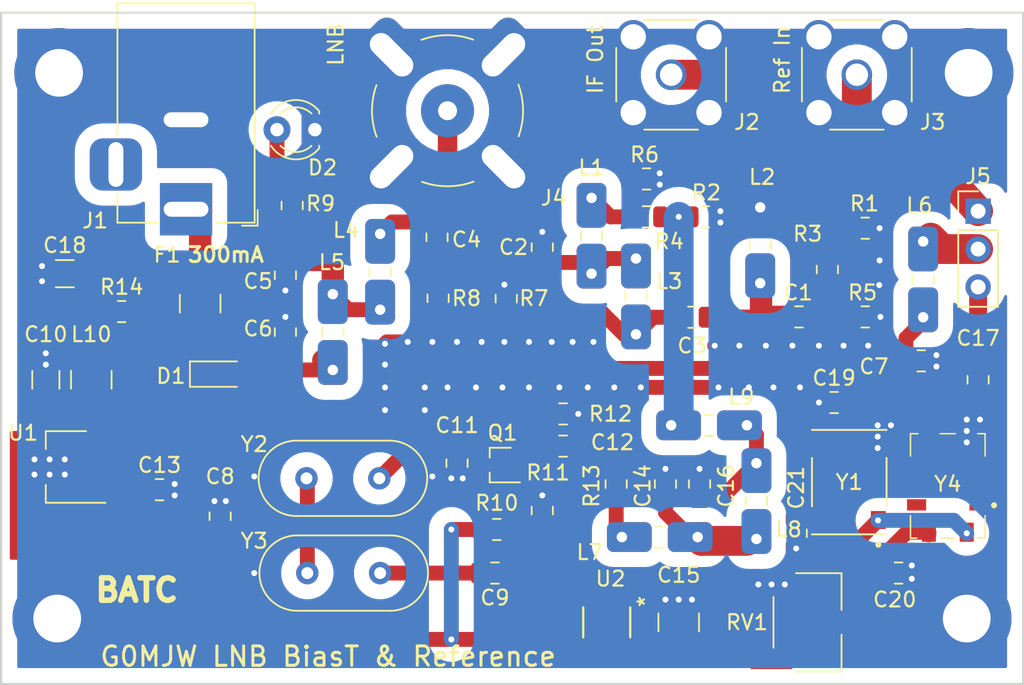
<source format=kicad_pcb>
(kicad_pcb (version 20171130) (host pcbnew "(5.1.4)-1")

  (general
    (thickness 1.6)
    (drawings 7)
    (tracks 329)
    (zones 0)
    (modules 65)
    (nets 42)
  )

  (page A4)
  (layers
    (0 F.Cu signal)
    (31 B.Cu signal)
    (32 B.Adhes user)
    (33 F.Adhes user)
    (34 B.Paste user)
    (35 F.Paste user)
    (36 B.SilkS user)
    (37 F.SilkS user)
    (38 B.Mask user)
    (39 F.Mask user)
    (40 Dwgs.User user)
    (41 Cmts.User user)
    (42 Eco1.User user)
    (43 Eco2.User user)
    (44 Edge.Cuts user)
    (45 Margin user)
    (46 B.CrtYd user)
    (47 F.CrtYd user)
    (48 B.Fab user)
    (49 F.Fab user)
  )

  (setup
    (last_trace_width 1.5)
    (user_trace_width 0.5)
    (user_trace_width 1)
    (user_trace_width 2)
    (trace_clearance 0.2)
    (zone_clearance 1)
    (zone_45_only yes)
    (trace_min 0.2)
    (via_size 0.8)
    (via_drill 0.4)
    (via_min_size 0.4)
    (via_min_drill 0.3)
    (uvia_size 0.3)
    (uvia_drill 0.1)
    (uvias_allowed no)
    (uvia_min_size 0.2)
    (uvia_min_drill 0.1)
    (edge_width 0.15)
    (segment_width 0.2)
    (pcb_text_width 0.3)
    (pcb_text_size 1.5 1.5)
    (mod_edge_width 0.15)
    (mod_text_size 1 1)
    (mod_text_width 0.15)
    (pad_size 6 6)
    (pad_drill 3.2)
    (pad_to_mask_clearance 0.2)
    (aux_axis_origin 0 0)
    (visible_elements 7FFFFFFF)
    (pcbplotparams
      (layerselection 0x010fc_ffffffff)
      (usegerberextensions false)
      (usegerberattributes true)
      (usegerberadvancedattributes false)
      (creategerberjobfile false)
      (excludeedgelayer false)
      (linewidth 0.100000)
      (plotframeref false)
      (viasonmask false)
      (mode 1)
      (useauxorigin false)
      (hpglpennumber 1)
      (hpglpenspeed 20)
      (hpglpendiameter 15.000000)
      (psnegative false)
      (psa4output false)
      (plotreference true)
      (plotvalue true)
      (plotinvisibletext false)
      (padsonsilk false)
      (subtractmaskfromsilk false)
      (outputformat 1)
      (mirror false)
      (drillshape 0)
      (scaleselection 1)
      (outputdirectory "gerber/"))
  )

  (net 0 "")
  (net 1 "Net-(C1-Pad2)")
  (net 2 "Net-(C1-Pad1)")
  (net 3 GND)
  (net 4 "Net-(C2-Pad2)")
  (net 5 "Net-(C3-Pad2)")
  (net 6 "Net-(C4-Pad2)")
  (net 7 "Net-(C4-Pad1)")
  (net 8 "Net-(C5-Pad2)")
  (net 9 "Net-(D1-Pad1)")
  (net 10 "Net-(F1-Pad2)")
  (net 11 "Net-(J2-Pad1)")
  (net 12 "Net-(J3-Pad1)")
  (net 13 "Net-(L1-Pad1)")
  (net 14 "Net-(D2-Pad2)")
  (net 15 "Net-(C18-Pad1)")
  (net 16 "Net-(C7-Pad1)")
  (net 17 "Net-(C8-Pad1)")
  (net 18 "Net-(C9-Pad2)")
  (net 19 "Net-(C9-Pad1)")
  (net 20 "Net-(C10-Pad1)")
  (net 21 "Net-(C11-Pad1)")
  (net 22 "Net-(C12-Pad2)")
  (net 23 "Net-(C12-Pad1)")
  (net 24 "Net-(C14-Pad1)")
  (net 25 "Net-(C15-Pad1)")
  (net 26 "Net-(C16-Pad1)")
  (net 27 "Net-(C17-Pad2)")
  (net 28 "Net-(C17-Pad1)")
  (net 29 "Net-(J5-Pad2)")
  (net 30 "Net-(L7-Pad1)")
  (net 31 "Net-(L9-Pad2)")
  (net 32 "Net-(L10-Pad1)")
  (net 33 "Net-(RV1-Pad2)")
  (net 34 "Net-(U2-Pad3)")
  (net 35 "Net-(U2-Pad5)")
  (net 36 "Net-(Y4-Pad1)")
  (net 37 "Net-(Y4-Pad2)")
  (net 38 "Net-(Y4-Pad3)")
  (net 39 "Net-(Y4-Pad6)")
  (net 40 "Net-(Y4-Pad7)")
  (net 41 "Net-(Y4-Pad8)")

  (net_class Default "This is the default net class."
    (clearance 0.2)
    (trace_width 1.5)
    (via_dia 0.8)
    (via_drill 0.4)
    (uvia_dia 0.3)
    (uvia_drill 0.1)
    (add_net GND)
    (add_net "Net-(C10-Pad1)")
    (add_net "Net-(C11-Pad1)")
    (add_net "Net-(C12-Pad1)")
    (add_net "Net-(C12-Pad2)")
    (add_net "Net-(C14-Pad1)")
    (add_net "Net-(C15-Pad1)")
    (add_net "Net-(C16-Pad1)")
    (add_net "Net-(C17-Pad1)")
    (add_net "Net-(C17-Pad2)")
    (add_net "Net-(C18-Pad1)")
    (add_net "Net-(C7-Pad1)")
    (add_net "Net-(C8-Pad1)")
    (add_net "Net-(C9-Pad1)")
    (add_net "Net-(C9-Pad2)")
    (add_net "Net-(D2-Pad2)")
    (add_net "Net-(J5-Pad2)")
    (add_net "Net-(L10-Pad1)")
    (add_net "Net-(L7-Pad1)")
    (add_net "Net-(L9-Pad2)")
    (add_net "Net-(RV1-Pad2)")
    (add_net "Net-(U2-Pad3)")
    (add_net "Net-(U2-Pad5)")
    (add_net "Net-(Y4-Pad1)")
    (add_net "Net-(Y4-Pad2)")
    (add_net "Net-(Y4-Pad3)")
    (add_net "Net-(Y4-Pad6)")
    (add_net "Net-(Y4-Pad7)")
    (add_net "Net-(Y4-Pad8)")
  )

  (net_class 1M5 ""
    (clearance 0.2)
    (trace_width 1.5)
    (via_dia 0.8)
    (via_drill 0.4)
    (uvia_dia 0.3)
    (uvia_drill 0.1)
    (add_net "Net-(J2-Pad1)")
    (add_net "Net-(J3-Pad1)")
  )

  (net_class 1MM ""
    (clearance 0.2)
    (trace_width 1)
    (via_dia 0.8)
    (via_drill 0.4)
    (uvia_dia 0.3)
    (uvia_drill 0.1)
    (add_net "Net-(C1-Pad2)")
    (add_net "Net-(C2-Pad2)")
  )

  (net_class 50R ""
    (clearance 0.2)
    (trace_width 2.65)
    (via_dia 0.8)
    (via_drill 0.4)
    (uvia_dia 0.3)
    (uvia_drill 0.1)
    (add_net "Net-(C1-Pad1)")
    (add_net "Net-(C3-Pad2)")
    (add_net "Net-(L1-Pad1)")
  )

  (net_class 75R ""
    (clearance 0.2)
    (trace_width 1.29)
    (via_dia 0.8)
    (via_drill 0.4)
    (uvia_dia 0.3)
    (uvia_drill 0.1)
    (add_net "Net-(C4-Pad1)")
    (add_net "Net-(C4-Pad2)")
  )

  (net_class PWR ""
    (clearance 0.2)
    (trace_width 1.5)
    (via_dia 0.8)
    (via_drill 0.4)
    (uvia_dia 0.3)
    (uvia_drill 0.1)
    (add_net "Net-(C5-Pad2)")
    (add_net "Net-(D1-Pad1)")
    (add_net "Net-(F1-Pad2)")
  )

  (module Capacitor_SMD:C_0805_2012Metric (layer F.Cu) (tedit 5B36C52B) (tstamp 5D59E494)
    (at 81.788 143.891 90)
    (descr "Capacitor SMD 0805 (2012 Metric), square (rectangular) end terminal, IPC_7351 nominal, (Body size source: https://docs.google.com/spreadsheets/d/1BsfQQcO9C6DZCsRaXUlFlo91Tg2WpOkGARC1WS5S8t0/edit?usp=sharing), generated with kicad-footprint-generator")
    (tags capacitor)
    (path /5D5CCE52)
    (attr smd)
    (fp_text reference C21 (at 3.048 0 90) (layer F.SilkS)
      (effects (font (size 1 1) (thickness 0.15)))
    )
    (fp_text value 100n (at 0 1.43 90) (layer F.Fab)
      (effects (font (size 1 1) (thickness 0.15)))
    )
    (fp_text user %R (at 0 0 90) (layer F.Fab)
      (effects (font (size 0.4 0.4) (thickness 0.06)))
    )
    (fp_line (start 1.68 0.95) (end -1.68 0.95) (layer F.CrtYd) (width 0.05))
    (fp_line (start 1.68 -0.95) (end 1.68 0.95) (layer F.CrtYd) (width 0.05))
    (fp_line (start -1.68 -0.95) (end 1.68 -0.95) (layer F.CrtYd) (width 0.05))
    (fp_line (start -1.68 0.95) (end -1.68 -0.95) (layer F.CrtYd) (width 0.05))
    (fp_line (start -0.258578 0.71) (end 0.258578 0.71) (layer F.SilkS) (width 0.12))
    (fp_line (start -0.258578 -0.71) (end 0.258578 -0.71) (layer F.SilkS) (width 0.12))
    (fp_line (start 1 0.6) (end -1 0.6) (layer F.Fab) (width 0.1))
    (fp_line (start 1 -0.6) (end 1 0.6) (layer F.Fab) (width 0.1))
    (fp_line (start -1 -0.6) (end 1 -0.6) (layer F.Fab) (width 0.1))
    (fp_line (start -1 0.6) (end -1 -0.6) (layer F.Fab) (width 0.1))
    (pad 2 smd roundrect (at 0.9375 0 90) (size 0.975 1.4) (layers F.Cu F.Paste F.Mask) (roundrect_rratio 0.25)
      (net 25 "Net-(C15-Pad1)"))
    (pad 1 smd roundrect (at -0.9375 0 90) (size 0.975 1.4) (layers F.Cu F.Paste F.Mask) (roundrect_rratio 0.25)
      (net 3 GND))
    (model ${KISYS3DMOD}/Capacitor_SMD.3dshapes/C_0805_2012Metric.wrl
      (at (xyz 0 0 0))
      (scale (xyz 1 1 1))
      (rotate (xyz 0 0 0))
    )
  )

  (module Capacitor_SMD:C_0805_2012Metric (layer F.Cu) (tedit 5B36C52B) (tstamp 5D59D8E0)
    (at 88.646 146.558)
    (descr "Capacitor SMD 0805 (2012 Metric), square (rectangular) end terminal, IPC_7351 nominal, (Body size source: https://docs.google.com/spreadsheets/d/1BsfQQcO9C6DZCsRaXUlFlo91Tg2WpOkGARC1WS5S8t0/edit?usp=sharing), generated with kicad-footprint-generator")
    (tags capacitor)
    (path /5D5A92CF)
    (attr smd)
    (fp_text reference C20 (at -0.254 1.778) (layer F.SilkS)
      (effects (font (size 1 1) (thickness 0.15)))
    )
    (fp_text value 100n (at 0 1.65) (layer F.Fab)
      (effects (font (size 1 1) (thickness 0.15)))
    )
    (fp_text user %R (at 0 0) (layer F.Fab)
      (effects (font (size 0.5 0.5) (thickness 0.08)))
    )
    (fp_line (start 1.68 0.95) (end -1.68 0.95) (layer F.CrtYd) (width 0.05))
    (fp_line (start 1.68 -0.95) (end 1.68 0.95) (layer F.CrtYd) (width 0.05))
    (fp_line (start -1.68 -0.95) (end 1.68 -0.95) (layer F.CrtYd) (width 0.05))
    (fp_line (start -1.68 0.95) (end -1.68 -0.95) (layer F.CrtYd) (width 0.05))
    (fp_line (start -0.258578 0.71) (end 0.258578 0.71) (layer F.SilkS) (width 0.12))
    (fp_line (start -0.258578 -0.71) (end 0.258578 -0.71) (layer F.SilkS) (width 0.12))
    (fp_line (start 1 0.6) (end -1 0.6) (layer F.Fab) (width 0.1))
    (fp_line (start 1 -0.6) (end 1 0.6) (layer F.Fab) (width 0.1))
    (fp_line (start -1 -0.6) (end 1 -0.6) (layer F.Fab) (width 0.1))
    (fp_line (start -1 0.6) (end -1 -0.6) (layer F.Fab) (width 0.1))
    (pad 2 smd roundrect (at 0.9375 0) (size 0.975 1.4) (layers F.Cu F.Paste F.Mask) (roundrect_rratio 0.25)
      (net 3 GND))
    (pad 1 smd roundrect (at -0.9375 0) (size 0.975 1.4) (layers F.Cu F.Paste F.Mask) (roundrect_rratio 0.25)
      (net 25 "Net-(C15-Pad1)"))
    (model ${KISYS3DMOD}/Capacitor_SMD.3dshapes/C_0805_2012Metric.wrl
      (at (xyz 0 0 0))
      (scale (xyz 1 1 1))
      (rotate (xyz 0 0 0))
    )
  )

  (module Crystal:Crystal_HC49-U_Vertical (layer F.Cu) (tedit 5A1AD3B8) (tstamp 5D5AE4F6)
    (at 49.022 146.558)
    (descr "Crystal THT HC-49/U http://5hertz.com/pdfs/04404_D.pdf")
    (tags "THT crystalHC-49/U")
    (path /5C2A261E)
    (fp_text reference Y3 (at -3.556 -2.159) (layer F.SilkS)
      (effects (font (size 1 1) (thickness 0.15)))
    )
    (fp_text value 25MHz (at 2.44 3.525) (layer F.Fab)
      (effects (font (size 1 1) (thickness 0.15)))
    )
    (fp_arc (start 5.565 0) (end 5.565 -2.525) (angle 180) (layer F.SilkS) (width 0.12))
    (fp_arc (start -0.685 0) (end -0.685 -2.525) (angle -180) (layer F.SilkS) (width 0.12))
    (fp_arc (start 5.44 0) (end 5.44 -2) (angle 180) (layer F.Fab) (width 0.1))
    (fp_arc (start -0.56 0) (end -0.56 -2) (angle -180) (layer F.Fab) (width 0.1))
    (fp_arc (start 5.565 0) (end 5.565 -2.325) (angle 180) (layer F.Fab) (width 0.1))
    (fp_arc (start -0.685 0) (end -0.685 -2.325) (angle -180) (layer F.Fab) (width 0.1))
    (fp_line (start 8.4 -2.8) (end -3.5 -2.8) (layer F.CrtYd) (width 0.05))
    (fp_line (start 8.4 2.8) (end 8.4 -2.8) (layer F.CrtYd) (width 0.05))
    (fp_line (start -3.5 2.8) (end 8.4 2.8) (layer F.CrtYd) (width 0.05))
    (fp_line (start -3.5 -2.8) (end -3.5 2.8) (layer F.CrtYd) (width 0.05))
    (fp_line (start -0.685 2.525) (end 5.565 2.525) (layer F.SilkS) (width 0.12))
    (fp_line (start -0.685 -2.525) (end 5.565 -2.525) (layer F.SilkS) (width 0.12))
    (fp_line (start -0.56 2) (end 5.44 2) (layer F.Fab) (width 0.1))
    (fp_line (start -0.56 -2) (end 5.44 -2) (layer F.Fab) (width 0.1))
    (fp_line (start -0.685 2.325) (end 5.565 2.325) (layer F.Fab) (width 0.1))
    (fp_line (start -0.685 -2.325) (end 5.565 -2.325) (layer F.Fab) (width 0.1))
    (fp_text user %R (at 2.44 0) (layer F.Fab)
      (effects (font (size 1 1) (thickness 0.15)))
    )
    (pad 2 thru_hole circle (at 4.88 0) (size 1.5 1.5) (drill 0.8) (layers *.Cu *.Mask)
      (net 18 "Net-(C9-Pad2)"))
    (pad 1 thru_hole circle (at 0 0) (size 1.5 1.5) (drill 0.8) (layers *.Cu *.Mask)
      (net 17 "Net-(C8-Pad1)"))
    (model ${KISYS3DMOD}/Crystal.3dshapes/Crystal_HC49-4H_Vertical.step
      (at (xyz 0 0 0))
      (scale (xyz 1 1 1))
      (rotate (xyz 0 0 0))
    )
  )

  (module Kicad:D75F0250M (layer F.Cu) (tedit 0) (tstamp 5D59C567)
    (at 91.948 140.716 90)
    (descr D75F-025.0M-3)
    (tags "Crystal or Oscillator")
    (path /5D9B0E91)
    (attr smd)
    (fp_text reference Y4 (at 0.127 0 180) (layer F.SilkS)
      (effects (font (size 1 1) (thickness 0.15)))
    )
    (fp_text value D75F-025.0M (at 0 0 90) (layer F.SilkS) hide
      (effects (font (size 1.27 1.27) (thickness 0.254)))
    )
    (fp_text user %R (at 0 0 180) (layer F.Fab)
      (effects (font (size 1.27 1.27) (thickness 0.254)))
    )
    (fp_line (start -3.5 -2.5) (end 3.5 -2.5) (layer F.Fab) (width 0.2))
    (fp_line (start 3.5 -2.5) (end 3.5 2.5) (layer F.Fab) (width 0.2))
    (fp_line (start 3.5 2.5) (end -3.5 2.5) (layer F.Fab) (width 0.2))
    (fp_line (start -3.5 2.5) (end -3.5 -2.5) (layer F.Fab) (width 0.2))
    (fp_line (start -4.745 -3.73) (end 4.745 -3.73) (layer F.CrtYd) (width 0.1))
    (fp_line (start 4.745 -3.73) (end 4.745 3.73) (layer F.CrtYd) (width 0.1))
    (fp_line (start 4.745 3.73) (end -4.745 3.73) (layer F.CrtYd) (width 0.1))
    (fp_line (start -4.745 3.73) (end -4.745 -3.73) (layer F.CrtYd) (width 0.1))
    (fp_line (start -2 -2.5) (end -3.5 -2.5) (layer F.SilkS) (width 0.1))
    (fp_line (start -3.5 -2.5) (end -3.5 -2.09) (layer F.SilkS) (width 0.1))
    (fp_line (start -3.5 2) (end -3.5 2.5) (layer F.SilkS) (width 0.1))
    (fp_line (start -3.5 2.5) (end -2 2.5) (layer F.SilkS) (width 0.1))
    (fp_line (start 2 2.5) (end 3.5 2.5) (layer F.SilkS) (width 0.1))
    (fp_line (start 3.5 2.5) (end 3.5 2) (layer F.SilkS) (width 0.1))
    (fp_line (start 2 -2.5) (end 3.5 -2.5) (layer F.SilkS) (width 0.1))
    (fp_line (start 3.5 -2.5) (end 3.5 -2) (layer F.SilkS) (width 0.1))
    (fp_line (start -3.5 -0.5) (end -3.5 0.5) (layer F.SilkS) (width 0.1))
    (fp_line (start 3.5 -0.5) (end 3.5 0.5) (layer F.SilkS) (width 0.1))
    (fp_line (start -1.4 3.1) (end -1.4 3.1) (layer F.SilkS) (width 0.2))
    (fp_line (start -1.2 3.1) (end -1.2 3.1) (layer F.SilkS) (width 0.2))
    (fp_arc (start -1.3 3.1) (end -1.4 3.1) (angle -180) (layer F.SilkS) (width 0.2))
    (fp_arc (start -1.3 3.1) (end -1.2 3.1) (angle -180) (layer F.SilkS) (width 0.2))
    (pad 1 smd rect (at -1.27 2.09 90) (size 0.76 1.28) (layers F.Cu F.Paste F.Mask)
      (net 36 "Net-(Y4-Pad1)"))
    (pad 2 smd rect (at 0 2.09 90) (size 0.76 1.28) (layers F.Cu F.Paste F.Mask)
      (net 37 "Net-(Y4-Pad2)"))
    (pad 3 smd rect (at 1.27 2.09 90) (size 0.76 1.28) (layers F.Cu F.Paste F.Mask)
      (net 38 "Net-(Y4-Pad3)"))
    (pad 4 smd rect (at 3.105 1.27 180) (size 0.94 1.28) (layers F.Cu F.Paste F.Mask)
      (net 3 GND))
    (pad 5 smd rect (at 3.105 -1.27 180) (size 0.94 1.28) (layers F.Cu F.Paste F.Mask)
      (net 28 "Net-(C17-Pad1)"))
    (pad 6 smd rect (at 1.27 -2.09 90) (size 0.76 1.28) (layers F.Cu F.Paste F.Mask)
      (net 39 "Net-(Y4-Pad6)"))
    (pad 7 smd rect (at 0 -2.09 90) (size 0.76 1.28) (layers F.Cu F.Paste F.Mask)
      (net 40 "Net-(Y4-Pad7)"))
    (pad 8 smd rect (at -1.27 -2.09 90) (size 0.76 1.28) (layers F.Cu F.Paste F.Mask)
      (net 41 "Net-(Y4-Pad8)"))
    (pad 9 smd rect (at -3.105 -1.27 180) (size 0.94 1.28) (layers F.Cu F.Paste F.Mask)
      (net 25 "Net-(C15-Pad1)"))
    (pad 10 smd rect (at -3.105 1.27 180) (size 0.94 1.28) (layers F.Cu F.Paste F.Mask)
      (net 33 "Net-(RV1-Pad2)"))
    (model D75F-025.0M.stp
      (at (xyz 0 0 0))
      (scale (xyz 1 1 1))
      (rotate (xyz 0 0 0))
    )
    (model D:/Documents/Kicad/SamacSys_Parts.3dshapes/D75F-025.0M.stp
      (at (xyz 0 0 0))
      (scale (xyz 1 1 1))
      (rotate (xyz 0 0 0))
    )
  )

  (module Crystal:Crystal_HC49-U_Vertical (layer F.Cu) (tedit 5A1AD3B8) (tstamp 5D59C52B)
    (at 53.848 140.208 180)
    (descr "Crystal THT HC-49/U http://5hertz.com/pdfs/04404_D.pdf")
    (tags "THT crystalHC-49/U")
    (path /5C2A25CA)
    (fp_text reference Y2 (at 8.382 2.286) (layer F.SilkS)
      (effects (font (size 1 1) (thickness 0.15)))
    )
    (fp_text value 25MHz (at 2.44 3.525) (layer F.Fab)
      (effects (font (size 1 1) (thickness 0.15)))
    )
    (fp_arc (start 5.565 0) (end 5.565 -2.525) (angle 180) (layer F.SilkS) (width 0.12))
    (fp_arc (start -0.685 0) (end -0.685 -2.525) (angle -180) (layer F.SilkS) (width 0.12))
    (fp_arc (start 5.44 0) (end 5.44 -2) (angle 180) (layer F.Fab) (width 0.1))
    (fp_arc (start -0.56 0) (end -0.56 -2) (angle -180) (layer F.Fab) (width 0.1))
    (fp_arc (start 5.565 0) (end 5.565 -2.325) (angle 180) (layer F.Fab) (width 0.1))
    (fp_arc (start -0.685 0) (end -0.685 -2.325) (angle -180) (layer F.Fab) (width 0.1))
    (fp_line (start 8.4 -2.8) (end -3.5 -2.8) (layer F.CrtYd) (width 0.05))
    (fp_line (start 8.4 2.8) (end 8.4 -2.8) (layer F.CrtYd) (width 0.05))
    (fp_line (start -3.5 2.8) (end 8.4 2.8) (layer F.CrtYd) (width 0.05))
    (fp_line (start -3.5 -2.8) (end -3.5 2.8) (layer F.CrtYd) (width 0.05))
    (fp_line (start -0.685 2.525) (end 5.565 2.525) (layer F.SilkS) (width 0.12))
    (fp_line (start -0.685 -2.525) (end 5.565 -2.525) (layer F.SilkS) (width 0.12))
    (fp_line (start -0.56 2) (end 5.44 2) (layer F.Fab) (width 0.1))
    (fp_line (start -0.56 -2) (end 5.44 -2) (layer F.Fab) (width 0.1))
    (fp_line (start -0.685 2.325) (end 5.565 2.325) (layer F.Fab) (width 0.1))
    (fp_line (start -0.685 -2.325) (end 5.565 -2.325) (layer F.Fab) (width 0.1))
    (fp_text user %R (at 2.44 0) (layer F.Fab)
      (effects (font (size 1 1) (thickness 0.15)))
    )
    (pad 2 thru_hole circle (at 4.88 0 180) (size 1.5 1.5) (drill 0.8) (layers *.Cu *.Mask)
      (net 17 "Net-(C8-Pad1)"))
    (pad 1 thru_hole circle (at 0 0 180) (size 1.5 1.5) (drill 0.8) (layers *.Cu *.Mask)
      (net 16 "Net-(C7-Pad1)"))
    (model ${KISYS3DMOD}/Crystal.3dshapes/Crystal_HC49-4H_Vertical.step
      (at (xyz 0 0 0))
      (scale (xyz 1 1 1))
      (rotate (xyz 0 0 0))
    )
  )

  (module NewBiasReference:OSC_AST3TQ-T-25.000MHZ-28 (layer F.Cu) (tedit 0) (tstamp 5D59C514)
    (at 85.344 140.462 90)
    (path /5D72ABE4)
    (attr smd)
    (fp_text reference Y1 (at 0 0 180) (layer F.SilkS)
      (effects (font (size 1 1) (thickness 0.15)))
    )
    (fp_text value AST3TQ-T-25.000MHZ-28 (at -1.26 3.292 90) (layer F.SilkS) hide
      (effects (font (size 0.8 0.8) (thickness 0.05)))
    )
    (fp_circle (center -4.2 1.95) (end -4.1 1.95) (layer Eco2.User) (width 0.2))
    (fp_circle (center -4.2 1.95) (end -4.1 1.95) (layer F.SilkS) (width 0.2))
    (fp_line (start 3.75 2.75) (end -3.75 2.75) (layer Eco1.User) (width 0.05))
    (fp_line (start 3.75 -2.75) (end 3.75 2.75) (layer Eco1.User) (width 0.05))
    (fp_line (start -3.75 -2.75) (end 3.75 -2.75) (layer Eco1.User) (width 0.05))
    (fp_line (start -3.75 2.75) (end -3.75 -2.75) (layer Eco1.User) (width 0.05))
    (fp_line (start -1.62 2.5) (end 1.62 2.5) (layer F.SilkS) (width 0.127))
    (fp_line (start -1.62 -2.5) (end 1.62 -2.5) (layer F.SilkS) (width 0.127))
    (fp_line (start 3.5 -2.5) (end 3.5 2.5) (layer F.SilkS) (width 0.127))
    (fp_line (start -3.5 -2.5) (end -3.5 2.5) (layer F.SilkS) (width 0.127))
    (fp_line (start 3.5 2.5) (end -3.5 2.5) (layer Eco2.User) (width 0.127))
    (fp_line (start 3.5 -2.5) (end 3.5 2.5) (layer Eco2.User) (width 0.127))
    (fp_line (start -3.5 -2.5) (end 3.5 -2.5) (layer Eco2.User) (width 0.127))
    (fp_line (start -3.5 2.5) (end -3.5 -2.5) (layer Eco2.User) (width 0.127))
    (pad 4 smd rect (at -2.54 -1.95 90) (size 1.2 1) (layers F.Cu F.Paste F.Mask)
      (net 25 "Net-(C15-Pad1)"))
    (pad 3 smd rect (at 2.54 -1.95 90) (size 1.2 1) (layers F.Cu F.Paste F.Mask)
      (net 28 "Net-(C17-Pad1)"))
    (pad 2 smd rect (at 2.54 1.95 90) (size 1.2 1) (layers F.Cu F.Paste F.Mask)
      (net 3 GND))
    (pad 1 smd rect (at -2.54 1.95 90) (size 1.2 1) (layers F.Cu F.Paste F.Mask)
      (net 33 "Net-(RV1-Pad2)"))
  )

  (module NewBiasReference:LT6654AHS6-3-TRMPBF (layer F.Cu) (tedit 0) (tstamp 5D59C4FE)
    (at 69.088 149.86 270)
    (path /5D85D03C)
    (fp_text reference U2 (at -2.921 -0.254 180) (layer F.SilkS)
      (effects (font (size 1 1) (thickness 0.15)))
    )
    (fp_text value LT6654AHS6-3-TRMPBF (at -3.175 -0.127 180) (layer F.SilkS) hide
      (effects (font (size 1 1) (thickness 0.15)))
    )
    (fp_text user "Copyright 2016 Accelerated Designs. All rights reserved." (at 0 0 90) (layer Cmts.User)
      (effects (font (size 0.127 0.127) (thickness 0.002)))
    )
    (fp_text user * (at -1.397 -2.601 90) (layer F.SilkS)
      (effects (font (size 1 1) (thickness 0.15)))
    )
    (fp_text user * (at -0.4953 -1.3716 90) (layer F.Fab)
      (effects (font (size 1 1) (thickness 0.15)))
    )
    (fp_line (start -0.8763 -0.7214) (end -0.8763 -1.1786) (layer F.Fab) (width 0.1524))
    (fp_line (start -0.8763 -1.1786) (end -1.397 -1.1786) (layer F.Fab) (width 0.1524))
    (fp_line (start -1.397 -1.1786) (end -1.397 -0.7214) (layer F.Fab) (width 0.1524))
    (fp_line (start -1.397 -0.7214) (end -0.8763 -0.7214) (layer F.Fab) (width 0.1524))
    (fp_line (start -0.8763 0.2286) (end -0.8763 -0.2286) (layer F.Fab) (width 0.1524))
    (fp_line (start -0.8763 -0.2286) (end -1.397 -0.2286) (layer F.Fab) (width 0.1524))
    (fp_line (start -1.397 -0.2286) (end -1.397 0.2286) (layer F.Fab) (width 0.1524))
    (fp_line (start -1.397 0.2286) (end -0.8763 0.2286) (layer F.Fab) (width 0.1524))
    (fp_line (start -0.8763 1.1786) (end -0.8763 0.7214) (layer F.Fab) (width 0.1524))
    (fp_line (start -0.8763 0.7214) (end -1.397 0.7214) (layer F.Fab) (width 0.1524))
    (fp_line (start -1.397 0.7214) (end -1.397 1.1786) (layer F.Fab) (width 0.1524))
    (fp_line (start -1.397 1.1786) (end -0.8763 1.1786) (layer F.Fab) (width 0.1524))
    (fp_line (start 0.8763 0.7214) (end 0.8763 1.1786) (layer F.Fab) (width 0.1524))
    (fp_line (start 0.8763 1.1786) (end 1.397 1.1786) (layer F.Fab) (width 0.1524))
    (fp_line (start 1.397 1.1786) (end 1.397 0.7214) (layer F.Fab) (width 0.1524))
    (fp_line (start 1.397 0.7214) (end 0.8763 0.7214) (layer F.Fab) (width 0.1524))
    (fp_line (start 0.8763 -0.2286) (end 0.8763 0.2286) (layer F.Fab) (width 0.1524))
    (fp_line (start 0.8763 0.2286) (end 1.397 0.2286) (layer F.Fab) (width 0.1524))
    (fp_line (start 1.397 0.2286) (end 1.397 -0.2286) (layer F.Fab) (width 0.1524))
    (fp_line (start 1.397 -0.2286) (end 0.8763 -0.2286) (layer F.Fab) (width 0.1524))
    (fp_line (start 0.8763 -1.1786) (end 0.8763 -0.7214) (layer F.Fab) (width 0.1524))
    (fp_line (start 0.8763 -0.7214) (end 1.397 -0.7214) (layer F.Fab) (width 0.1524))
    (fp_line (start 1.397 -0.7214) (end 1.397 -1.1786) (layer F.Fab) (width 0.1524))
    (fp_line (start 1.397 -1.1786) (end 0.8763 -1.1786) (layer F.Fab) (width 0.1524))
    (fp_line (start -1.0033 1.5748) (end 1.0033 1.5748) (layer F.SilkS) (width 0.1524))
    (fp_line (start 1.0033 -1.5748) (end -1.0033 -1.5748) (layer F.SilkS) (width 0.1524))
    (fp_line (start -0.8763 1.4478) (end 0.8763 1.4478) (layer F.Fab) (width 0.1524))
    (fp_line (start 0.8763 1.4478) (end 0.8763 -1.4478) (layer F.Fab) (width 0.1524))
    (fp_line (start 0.8763 -1.4478) (end -0.8763 -1.4478) (layer F.Fab) (width 0.1524))
    (fp_line (start -0.8763 -1.4478) (end -0.8763 1.4478) (layer F.Fab) (width 0.1524))
    (fp_line (start -2.0066 1.458) (end -2.0066 -1.458) (layer F.CrtYd) (width 0.1524))
    (fp_line (start -2.0066 -1.458) (end -1.1303 -1.458) (layer F.CrtYd) (width 0.1524))
    (fp_line (start -1.1303 -1.458) (end -1.1303 -1.7018) (layer F.CrtYd) (width 0.1524))
    (fp_line (start -1.1303 -1.7018) (end 1.1303 -1.7018) (layer F.CrtYd) (width 0.1524))
    (fp_line (start 1.1303 -1.7018) (end 1.1303 -1.458) (layer F.CrtYd) (width 0.1524))
    (fp_line (start 1.1303 -1.458) (end 2.0066 -1.458) (layer F.CrtYd) (width 0.1524))
    (fp_line (start 2.0066 -1.458) (end 2.0066 1.458) (layer F.CrtYd) (width 0.1524))
    (fp_line (start 2.0066 1.458) (end 1.1303 1.458) (layer F.CrtYd) (width 0.1524))
    (fp_line (start 1.1303 1.458) (end 1.1303 1.7018) (layer F.CrtYd) (width 0.1524))
    (fp_line (start 1.1303 1.7018) (end -1.1303 1.7018) (layer F.CrtYd) (width 0.1524))
    (fp_line (start -1.1303 1.7018) (end -1.1303 1.458) (layer F.CrtYd) (width 0.1524))
    (fp_line (start -1.1303 1.458) (end -2.0066 1.458) (layer F.CrtYd) (width 0.1524))
    (fp_arc (start 0 -1.4478) (end 0.3048 -1.4478) (angle 180) (layer F.Fab) (width 0.1524))
    (pad 1 smd rect (at -1.143 -0.950001 270) (size 1.2192 0.508) (layers F.Cu F.Paste F.Mask)
      (net 3 GND))
    (pad 2 smd rect (at -1.143 0 270) (size 1.2192 0.508) (layers F.Cu F.Paste F.Mask)
      (net 3 GND))
    (pad 3 smd rect (at -1.143 0.950001 270) (size 1.2192 0.508) (layers F.Cu F.Paste F.Mask)
      (net 34 "Net-(U2-Pad3)"))
    (pad 4 smd rect (at 1.143 0.950001 270) (size 1.2192 0.508) (layers F.Cu F.Paste F.Mask)
      (net 21 "Net-(C11-Pad1)"))
    (pad 5 smd rect (at 1.143 0 270) (size 1.2192 0.508) (layers F.Cu F.Paste F.Mask)
      (net 35 "Net-(U2-Pad5)"))
    (pad 6 smd rect (at 1.143 -0.950001 270) (size 1.2192 0.508) (layers F.Cu F.Paste F.Mask)
      (net 25 "Net-(C15-Pad1)"))
    (model ${KIPRJMOD}/TSOT-23_S6.step
      (at (xyz 0 0 0))
      (scale (xyz 1 1 1))
      (rotate (xyz 0 0 0))
    )
  )

  (module Package_TO_SOT_SMD:SOT-89-3 (layer F.Cu) (tedit 5A02FF57) (tstamp 5D59C4C6)
    (at 33.274 139.446 180)
    (descr SOT-89-3)
    (tags SOT-89-3)
    (path /5D90F0C8)
    (attr smd)
    (fp_text reference U1 (at 3.302 2.286) (layer F.SilkS)
      (effects (font (size 1 1) (thickness 0.15)))
    )
    (fp_text value L78L05_SOT89 (at -1.016 3.302) (layer F.Fab)
      (effects (font (size 1 1) (thickness 0.15)))
    )
    (fp_line (start -2.48 2.55) (end -2.48 -2.55) (layer F.CrtYd) (width 0.05))
    (fp_line (start -2.48 2.55) (end 3.23 2.55) (layer F.CrtYd) (width 0.05))
    (fp_line (start 3.23 -2.55) (end -2.48 -2.55) (layer F.CrtYd) (width 0.05))
    (fp_line (start 3.23 -2.55) (end 3.23 2.55) (layer F.CrtYd) (width 0.05))
    (fp_line (start -0.13 -2.3) (end 1.68 -2.3) (layer F.Fab) (width 0.1))
    (fp_line (start -0.92 2.3) (end -0.92 -1.51) (layer F.Fab) (width 0.1))
    (fp_line (start 1.68 2.3) (end -0.92 2.3) (layer F.Fab) (width 0.1))
    (fp_line (start 1.68 -2.3) (end 1.68 2.3) (layer F.Fab) (width 0.1))
    (fp_line (start -0.92 -1.51) (end -0.13 -2.3) (layer F.Fab) (width 0.1))
    (fp_line (start 1.78 -2.4) (end 1.78 -1.2) (layer F.SilkS) (width 0.12))
    (fp_line (start -2.22 -2.4) (end 1.78 -2.4) (layer F.SilkS) (width 0.12))
    (fp_line (start 1.78 2.4) (end -0.92 2.4) (layer F.SilkS) (width 0.12))
    (fp_line (start 1.78 1.2) (end 1.78 2.4) (layer F.SilkS) (width 0.12))
    (fp_text user %R (at 0.38 0 90) (layer F.Fab)
      (effects (font (size 0.6 0.6) (thickness 0.09)))
    )
    (pad 2 smd trapezoid (at -0.0762 0 270) (size 1.5 1) (rect_delta 0 0.7 ) (layers F.Cu F.Paste F.Mask)
      (net 3 GND))
    (pad 2 smd rect (at 1.3335 0 90) (size 2.2 1.84) (layers F.Cu F.Paste F.Mask)
      (net 3 GND))
    (pad 3 smd rect (at -1.48 1.5 90) (size 1 1.5) (layers F.Cu F.Paste F.Mask)
      (net 20 "Net-(C10-Pad1)"))
    (pad 2 smd rect (at -1.3335 0 90) (size 1 1.8) (layers F.Cu F.Paste F.Mask)
      (net 3 GND))
    (pad 1 smd rect (at -1.48 -1.5 90) (size 1 1.5) (layers F.Cu F.Paste F.Mask)
      (net 21 "Net-(C11-Pad1)"))
    (pad 2 smd trapezoid (at 2.667 0 90) (size 1.6 0.85) (rect_delta 0 0.6 ) (layers F.Cu F.Paste F.Mask)
      (net 3 GND))
    (model ${KISYS3DMOD}/Package_TO_SOT_SMD.3dshapes/SOT-89-3.wrl
      (at (xyz 0 0 0))
      (scale (xyz 1 1 1))
      (rotate (xyz 0 0 0))
    )
  )

  (module Potentiometer_SMD:Potentiometer_Bourns_3269W_Vertical (layer F.Cu) (tedit 5A3D7171) (tstamp 5D59C4AE)
    (at 82.55 149.86 90)
    (descr "Potentiometer, vertical, Bourns 3269W, https://www.bourns.com/docs/Product-Datasheets/3269.pdf")
    (tags "Potentiometer vertical Bourns 3269W")
    (path /5D842352)
    (attr smd)
    (fp_text reference RV1 (at 0 -4.064 180) (layer F.SilkS)
      (effects (font (size 1 1) (thickness 0.15)))
    )
    (fp_text value 10k (at 0 5.06 90) (layer F.Fab)
      (effects (font (size 1 1) (thickness 0.15)))
    )
    (fp_text user %R (at -0.501 -0.005 90) (layer F.Fab)
      (effects (font (size 0.89 0.89) (thickness 0.15)))
    )
    (fp_line (start 3.45 -4.1) (end -3.45 -4.1) (layer F.CrtYd) (width 0.05))
    (fp_line (start 3.45 4.1) (end 3.45 -4.1) (layer F.CrtYd) (width 0.05))
    (fp_line (start -3.45 4.1) (end 3.45 4.1) (layer F.CrtYd) (width 0.05))
    (fp_line (start -3.45 -4.1) (end -3.45 4.1) (layer F.CrtYd) (width 0.05))
    (fp_line (start 3.295 -0.779) (end 3.295 2.275) (layer F.SilkS) (width 0.12))
    (fp_line (start -3.295 -0.779) (end -3.295 2.275) (layer F.SilkS) (width 0.12))
    (fp_line (start 0.835 2.275) (end 3.295 2.275) (layer F.SilkS) (width 0.12))
    (fp_line (start -3.295 2.275) (end -0.835 2.275) (layer F.SilkS) (width 0.12))
    (fp_line (start -1.705 -2.285) (end 1.705 -2.285) (layer F.SilkS) (width 0.12))
    (fp_line (start 2.173 1.517) (end 2.174 -0.246) (layer F.Fab) (width 0.1))
    (fp_line (start 2.173 1.517) (end 2.174 -0.246) (layer F.Fab) (width 0.1))
    (fp_line (start 3.175 -2.165) (end -3.175 -2.165) (layer F.Fab) (width 0.1))
    (fp_line (start 3.175 2.155) (end 3.175 -2.165) (layer F.Fab) (width 0.1))
    (fp_line (start -3.175 2.155) (end 3.175 2.155) (layer F.Fab) (width 0.1))
    (fp_line (start -3.175 -2.165) (end -3.175 2.155) (layer F.Fab) (width 0.1))
    (fp_circle (center 2.173 0.635) (end 3.063 0.635) (layer F.Fab) (width 0.1))
    (pad 3 smd rect (at -2.54 -2.415 90) (size 1.19 2.79) (layers F.Cu F.Paste F.Mask)
      (net 25 "Net-(C15-Pad1)"))
    (pad 2 smd rect (at 0 2.415 90) (size 1.19 2.79) (layers F.Cu F.Paste F.Mask)
      (net 33 "Net-(RV1-Pad2)"))
    (pad 1 smd rect (at 2.54 -2.415 90) (size 1.19 2.79) (layers F.Cu F.Paste F.Mask)
      (net 3 GND))
    (model ${KISYS3DMOD}/Potentiometer_SMD.3dshapes/Potentiometer_Bourns_3269W_Vertical.wrl
      (at (xyz 0 0 0))
      (scale (xyz 1 1 1))
      (rotate (xyz 0 0 0))
    )
    (model ${KIPRJMOD}/3269W.stp
      (at (xyz 0 0 0))
      (scale (xyz 1 1 1))
      (rotate (xyz -90 0 0))
    )
  )

  (module Resistor_SMD:R_0805_2012Metric (layer F.Cu) (tedit 5B36C52B) (tstamp 5D59C496)
    (at 36.576 129.032)
    (descr "Resistor SMD 0805 (2012 Metric), square (rectangular) end terminal, IPC_7351 nominal, (Body size source: https://docs.google.com/spreadsheets/d/1BsfQQcO9C6DZCsRaXUlFlo91Tg2WpOkGARC1WS5S8t0/edit?usp=sharing), generated with kicad-footprint-generator")
    (tags resistor)
    (path /5D917C79)
    (attr smd)
    (fp_text reference R14 (at 0 -1.65) (layer F.SilkS)
      (effects (font (size 1 1) (thickness 0.15)))
    )
    (fp_text value 1R (at 0 1.65) (layer F.Fab)
      (effects (font (size 1 1) (thickness 0.15)))
    )
    (fp_text user %R (at 0 0) (layer F.Fab)
      (effects (font (size 0.5 0.5) (thickness 0.08)))
    )
    (fp_line (start 1.68 0.95) (end -1.68 0.95) (layer F.CrtYd) (width 0.05))
    (fp_line (start 1.68 -0.95) (end 1.68 0.95) (layer F.CrtYd) (width 0.05))
    (fp_line (start -1.68 -0.95) (end 1.68 -0.95) (layer F.CrtYd) (width 0.05))
    (fp_line (start -1.68 0.95) (end -1.68 -0.95) (layer F.CrtYd) (width 0.05))
    (fp_line (start -0.258578 0.71) (end 0.258578 0.71) (layer F.SilkS) (width 0.12))
    (fp_line (start -0.258578 -0.71) (end 0.258578 -0.71) (layer F.SilkS) (width 0.12))
    (fp_line (start 1 0.6) (end -1 0.6) (layer F.Fab) (width 0.1))
    (fp_line (start 1 -0.6) (end 1 0.6) (layer F.Fab) (width 0.1))
    (fp_line (start -1 -0.6) (end 1 -0.6) (layer F.Fab) (width 0.1))
    (fp_line (start -1 0.6) (end -1 -0.6) (layer F.Fab) (width 0.1))
    (pad 2 smd roundrect (at 0.9375 0) (size 0.975 1.4) (layers F.Cu F.Paste F.Mask) (roundrect_rratio 0.25)
      (net 15 "Net-(C18-Pad1)"))
    (pad 1 smd roundrect (at -0.9375 0) (size 0.975 1.4) (layers F.Cu F.Paste F.Mask) (roundrect_rratio 0.25)
      (net 32 "Net-(L10-Pad1)"))
    (model ${KISYS3DMOD}/Resistor_SMD.3dshapes/R_0805_2012Metric.wrl
      (at (xyz 0 0 0))
      (scale (xyz 1 1 1))
      (rotate (xyz 0 0 0))
    )
  )

  (module Resistor_SMD:R_0805_2012Metric_Pad1.15x1.40mm_HandSolder (layer F.Cu) (tedit 5B36C52B) (tstamp 5D59C485)
    (at 69.723 140.589 90)
    (descr "Resistor SMD 0805 (2012 Metric), square (rectangular) end terminal, IPC_7351 nominal with elongated pad for handsoldering. (Body size source: https://docs.google.com/spreadsheets/d/1BsfQQcO9C6DZCsRaXUlFlo91Tg2WpOkGARC1WS5S8t0/edit?usp=sharing), generated with kicad-footprint-generator")
    (tags "resistor handsolder")
    (path /5C2A5446)
    (attr smd)
    (fp_text reference R13 (at -0.127 -1.651 270) (layer F.SilkS)
      (effects (font (size 1 1) (thickness 0.15)))
    )
    (fp_text value 47R (at 0 1.65 90) (layer F.Fab)
      (effects (font (size 1 1) (thickness 0.15)))
    )
    (fp_text user %R (at 0 0 90) (layer F.Fab)
      (effects (font (size 0.5 0.5) (thickness 0.08)))
    )
    (fp_line (start 1.85 0.95) (end -1.85 0.95) (layer F.CrtYd) (width 0.05))
    (fp_line (start 1.85 -0.95) (end 1.85 0.95) (layer F.CrtYd) (width 0.05))
    (fp_line (start -1.85 -0.95) (end 1.85 -0.95) (layer F.CrtYd) (width 0.05))
    (fp_line (start -1.85 0.95) (end -1.85 -0.95) (layer F.CrtYd) (width 0.05))
    (fp_line (start -0.261252 0.71) (end 0.261252 0.71) (layer F.SilkS) (width 0.12))
    (fp_line (start -0.261252 -0.71) (end 0.261252 -0.71) (layer F.SilkS) (width 0.12))
    (fp_line (start 1 0.6) (end -1 0.6) (layer F.Fab) (width 0.1))
    (fp_line (start 1 -0.6) (end 1 0.6) (layer F.Fab) (width 0.1))
    (fp_line (start -1 -0.6) (end 1 -0.6) (layer F.Fab) (width 0.1))
    (fp_line (start -1 0.6) (end -1 -0.6) (layer F.Fab) (width 0.1))
    (pad 2 smd roundrect (at 1.025 0 90) (size 1.15 1.4) (layers F.Cu F.Paste F.Mask) (roundrect_rratio 0.217391)
      (net 23 "Net-(C12-Pad1)"))
    (pad 1 smd roundrect (at -1.025 0 90) (size 1.15 1.4) (layers F.Cu F.Paste F.Mask) (roundrect_rratio 0.217391)
      (net 30 "Net-(L7-Pad1)"))
    (model ${KISYS3DMOD}/Resistor_SMD.3dshapes/R_0805_2012Metric.wrl
      (at (xyz 0 0 0))
      (scale (xyz 1 1 1))
      (rotate (xyz 0 0 0))
    )
  )

  (module Resistor_SMD:R_0805_2012Metric_Pad1.15x1.40mm_HandSolder (layer F.Cu) (tedit 5B36C52B) (tstamp 5D59C474)
    (at 66.167 135.89)
    (descr "Resistor SMD 0805 (2012 Metric), square (rectangular) end terminal, IPC_7351 nominal with elongated pad for handsoldering. (Body size source: https://docs.google.com/spreadsheets/d/1BsfQQcO9C6DZCsRaXUlFlo91Tg2WpOkGARC1WS5S8t0/edit?usp=sharing), generated with kicad-footprint-generator")
    (tags "resistor handsolder")
    (path /5C2A3736)
    (attr smd)
    (fp_text reference R12 (at 3.175 0) (layer F.SilkS)
      (effects (font (size 1 1) (thickness 0.15)))
    )
    (fp_text value 100R (at 0 1.65) (layer F.Fab)
      (effects (font (size 1 1) (thickness 0.15)))
    )
    (fp_text user %R (at 0 0) (layer F.Fab)
      (effects (font (size 0.5 0.5) (thickness 0.08)))
    )
    (fp_line (start 1.85 0.95) (end -1.85 0.95) (layer F.CrtYd) (width 0.05))
    (fp_line (start 1.85 -0.95) (end 1.85 0.95) (layer F.CrtYd) (width 0.05))
    (fp_line (start -1.85 -0.95) (end 1.85 -0.95) (layer F.CrtYd) (width 0.05))
    (fp_line (start -1.85 0.95) (end -1.85 -0.95) (layer F.CrtYd) (width 0.05))
    (fp_line (start -0.261252 0.71) (end 0.261252 0.71) (layer F.SilkS) (width 0.12))
    (fp_line (start -0.261252 -0.71) (end 0.261252 -0.71) (layer F.SilkS) (width 0.12))
    (fp_line (start 1 0.6) (end -1 0.6) (layer F.Fab) (width 0.1))
    (fp_line (start 1 -0.6) (end 1 0.6) (layer F.Fab) (width 0.1))
    (fp_line (start -1 -0.6) (end 1 -0.6) (layer F.Fab) (width 0.1))
    (fp_line (start -1 0.6) (end -1 -0.6) (layer F.Fab) (width 0.1))
    (pad 2 smd roundrect (at 1.025 0) (size 1.15 1.4) (layers F.Cu F.Paste F.Mask) (roundrect_rratio 0.217391)
      (net 3 GND))
    (pad 1 smd roundrect (at -1.025 0) (size 1.15 1.4) (layers F.Cu F.Paste F.Mask) (roundrect_rratio 0.217391)
      (net 22 "Net-(C12-Pad2)"))
    (model ${KISYS3DMOD}/Resistor_SMD.3dshapes/R_0805_2012Metric.wrl
      (at (xyz 0 0 0))
      (scale (xyz 1 1 1))
      (rotate (xyz 0 0 0))
    )
  )

  (module Resistor_SMD:R_0805_2012Metric_Pad1.15x1.40mm_HandSolder (layer F.Cu) (tedit 5B36C52B) (tstamp 5D59C463)
    (at 64.77 142.367 90)
    (descr "Resistor SMD 0805 (2012 Metric), square (rectangular) end terminal, IPC_7351 nominal with elongated pad for handsoldering. (Body size source: https://docs.google.com/spreadsheets/d/1BsfQQcO9C6DZCsRaXUlFlo91Tg2WpOkGARC1WS5S8t0/edit?usp=sharing), generated with kicad-footprint-generator")
    (tags "resistor handsolder")
    (path /5C2A326D)
    (attr smd)
    (fp_text reference R11 (at 2.54 0.381 180) (layer F.SilkS)
      (effects (font (size 1 1) (thickness 0.15)))
    )
    (fp_text value 1k (at -0.762 2.286 90) (layer F.Fab)
      (effects (font (size 1 1) (thickness 0.15)))
    )
    (fp_text user %R (at 0 0 90) (layer F.Fab)
      (effects (font (size 0.5 0.5) (thickness 0.08)))
    )
    (fp_line (start 1.85 0.95) (end -1.85 0.95) (layer F.CrtYd) (width 0.05))
    (fp_line (start 1.85 -0.95) (end 1.85 0.95) (layer F.CrtYd) (width 0.05))
    (fp_line (start -1.85 -0.95) (end 1.85 -0.95) (layer F.CrtYd) (width 0.05))
    (fp_line (start -1.85 0.95) (end -1.85 -0.95) (layer F.CrtYd) (width 0.05))
    (fp_line (start -0.261252 0.71) (end 0.261252 0.71) (layer F.SilkS) (width 0.12))
    (fp_line (start -0.261252 -0.71) (end 0.261252 -0.71) (layer F.SilkS) (width 0.12))
    (fp_line (start 1 0.6) (end -1 0.6) (layer F.Fab) (width 0.1))
    (fp_line (start 1 -0.6) (end 1 0.6) (layer F.Fab) (width 0.1))
    (fp_line (start -1 -0.6) (end 1 -0.6) (layer F.Fab) (width 0.1))
    (fp_line (start -1 0.6) (end -1 -0.6) (layer F.Fab) (width 0.1))
    (pad 2 smd roundrect (at 1.025 0 90) (size 1.15 1.4) (layers F.Cu F.Paste F.Mask) (roundrect_rratio 0.217391)
      (net 3 GND))
    (pad 1 smd roundrect (at -1.025 0 90) (size 1.15 1.4) (layers F.Cu F.Paste F.Mask) (roundrect_rratio 0.217391)
      (net 19 "Net-(C9-Pad1)"))
    (model ${KISYS3DMOD}/Resistor_SMD.3dshapes/R_0805_2012Metric.wrl
      (at (xyz 0 0 0))
      (scale (xyz 1 1 1))
      (rotate (xyz 0 0 0))
    )
  )

  (module Resistor_SMD:R_0805_2012Metric_Pad1.15x1.40mm_HandSolder (layer F.Cu) (tedit 5B36C52B) (tstamp 5D59C452)
    (at 61.722 143.637)
    (descr "Resistor SMD 0805 (2012 Metric), square (rectangular) end terminal, IPC_7351 nominal with elongated pad for handsoldering. (Body size source: https://docs.google.com/spreadsheets/d/1BsfQQcO9C6DZCsRaXUlFlo91Tg2WpOkGARC1WS5S8t0/edit?usp=sharing), generated with kicad-footprint-generator")
    (tags "resistor handsolder")
    (path /5C2A31DD)
    (attr smd)
    (fp_text reference R10 (at 0 -1.778) (layer F.SilkS)
      (effects (font (size 1 1) (thickness 0.15)))
    )
    (fp_text value 1k (at 0 1.65) (layer F.Fab)
      (effects (font (size 1 1) (thickness 0.15)))
    )
    (fp_text user %R (at 0 0) (layer F.Fab)
      (effects (font (size 0.5 0.5) (thickness 0.08)))
    )
    (fp_line (start 1.85 0.95) (end -1.85 0.95) (layer F.CrtYd) (width 0.05))
    (fp_line (start 1.85 -0.95) (end 1.85 0.95) (layer F.CrtYd) (width 0.05))
    (fp_line (start -1.85 -0.95) (end 1.85 -0.95) (layer F.CrtYd) (width 0.05))
    (fp_line (start -1.85 0.95) (end -1.85 -0.95) (layer F.CrtYd) (width 0.05))
    (fp_line (start -0.261252 0.71) (end 0.261252 0.71) (layer F.SilkS) (width 0.12))
    (fp_line (start -0.261252 -0.71) (end 0.261252 -0.71) (layer F.SilkS) (width 0.12))
    (fp_line (start 1 0.6) (end -1 0.6) (layer F.Fab) (width 0.1))
    (fp_line (start 1 -0.6) (end 1 0.6) (layer F.Fab) (width 0.1))
    (fp_line (start -1 -0.6) (end 1 -0.6) (layer F.Fab) (width 0.1))
    (fp_line (start -1 0.6) (end -1 -0.6) (layer F.Fab) (width 0.1))
    (pad 2 smd roundrect (at 1.025 0) (size 1.15 1.4) (layers F.Cu F.Paste F.Mask) (roundrect_rratio 0.217391)
      (net 19 "Net-(C9-Pad1)"))
    (pad 1 smd roundrect (at -1.025 0) (size 1.15 1.4) (layers F.Cu F.Paste F.Mask) (roundrect_rratio 0.217391)
      (net 21 "Net-(C11-Pad1)"))
    (model ${KISYS3DMOD}/Resistor_SMD.3dshapes/R_0805_2012Metric.wrl
      (at (xyz 0 0 0))
      (scale (xyz 1 1 1))
      (rotate (xyz 0 0 0))
    )
  )

  (module Package_TO_SOT_SMD:SOT-323_SC-70 (layer F.Cu) (tedit 5A02FF57) (tstamp 5D59C321)
    (at 61.976 139.319 180)
    (descr "SOT-323, SC-70")
    (tags "SOT-323 SC-70")
    (path /5C2A33BD)
    (attr smd)
    (fp_text reference Q1 (at -0.127 2.159) (layer F.SilkS)
      (effects (font (size 1 1) (thickness 0.15)))
    )
    (fp_text value BFR92 (at 1.397 3.048) (layer F.Fab)
      (effects (font (size 1 1) (thickness 0.15)))
    )
    (fp_line (start -0.18 -1.1) (end -0.68 -0.6) (layer F.Fab) (width 0.1))
    (fp_line (start 0.67 1.1) (end -0.68 1.1) (layer F.Fab) (width 0.1))
    (fp_line (start 0.67 -1.1) (end 0.67 1.1) (layer F.Fab) (width 0.1))
    (fp_line (start -0.68 -0.6) (end -0.68 1.1) (layer F.Fab) (width 0.1))
    (fp_line (start 0.67 -1.1) (end -0.18 -1.1) (layer F.Fab) (width 0.1))
    (fp_line (start -0.68 1.16) (end 0.73 1.16) (layer F.SilkS) (width 0.12))
    (fp_line (start 0.73 -1.16) (end -1.3 -1.16) (layer F.SilkS) (width 0.12))
    (fp_line (start -1.7 1.3) (end -1.7 -1.3) (layer F.CrtYd) (width 0.05))
    (fp_line (start -1.7 -1.3) (end 1.7 -1.3) (layer F.CrtYd) (width 0.05))
    (fp_line (start 1.7 -1.3) (end 1.7 1.3) (layer F.CrtYd) (width 0.05))
    (fp_line (start 1.7 1.3) (end -1.7 1.3) (layer F.CrtYd) (width 0.05))
    (fp_line (start 0.73 -1.16) (end 0.73 -0.5) (layer F.SilkS) (width 0.12))
    (fp_line (start 0.73 0.5) (end 0.73 1.16) (layer F.SilkS) (width 0.12))
    (fp_text user %R (at 0 0 90) (layer F.Fab)
      (effects (font (size 0.5 0.5) (thickness 0.075)))
    )
    (pad 3 smd rect (at 1 0 90) (size 0.45 0.7) (layers F.Cu F.Paste F.Mask)
      (net 21 "Net-(C11-Pad1)"))
    (pad 2 smd rect (at -1 0.65 90) (size 0.45 0.7) (layers F.Cu F.Paste F.Mask)
      (net 22 "Net-(C12-Pad2)"))
    (pad 1 smd rect (at -1 -0.65 90) (size 0.45 0.7) (layers F.Cu F.Paste F.Mask)
      (net 19 "Net-(C9-Pad1)"))
    (model ${KISYS3DMOD}/Package_TO_SOT_SMD.3dshapes/SOT-323_SC-70.wrl
      (at (xyz 0 0 0))
      (scale (xyz 1 1 1))
      (rotate (xyz 0 0 0))
    )
  )

  (module Inductor_SMD:L_1210_3225Metric (layer F.Cu) (tedit 5B301BBE) (tstamp 5D59C2D4)
    (at 34.544 133.604 270)
    (descr "Inductor SMD 1210 (3225 Metric), square (rectangular) end terminal, IPC_7351 nominal, (Body size source: http://www.tortai-tech.com/upload/download/2011102023233369053.pdf), generated with kicad-footprint-generator")
    (tags inductor)
    (path /5D963619)
    (attr smd)
    (fp_text reference L10 (at -3.048 0 180) (layer F.SilkS)
      (effects (font (size 1 1) (thickness 0.15)))
    )
    (fp_text value 0.33uH (at 0 2.28 90) (layer F.Fab)
      (effects (font (size 1 1) (thickness 0.15)))
    )
    (fp_text user %R (at 0 0 90) (layer F.Fab)
      (effects (font (size 0.8 0.8) (thickness 0.12)))
    )
    (fp_line (start 2.28 1.58) (end -2.28 1.58) (layer F.CrtYd) (width 0.05))
    (fp_line (start 2.28 -1.58) (end 2.28 1.58) (layer F.CrtYd) (width 0.05))
    (fp_line (start -2.28 -1.58) (end 2.28 -1.58) (layer F.CrtYd) (width 0.05))
    (fp_line (start -2.28 1.58) (end -2.28 -1.58) (layer F.CrtYd) (width 0.05))
    (fp_line (start -0.602064 1.36) (end 0.602064 1.36) (layer F.SilkS) (width 0.12))
    (fp_line (start -0.602064 -1.36) (end 0.602064 -1.36) (layer F.SilkS) (width 0.12))
    (fp_line (start 1.6 1.25) (end -1.6 1.25) (layer F.Fab) (width 0.1))
    (fp_line (start 1.6 -1.25) (end 1.6 1.25) (layer F.Fab) (width 0.1))
    (fp_line (start -1.6 -1.25) (end 1.6 -1.25) (layer F.Fab) (width 0.1))
    (fp_line (start -1.6 1.25) (end -1.6 -1.25) (layer F.Fab) (width 0.1))
    (pad 2 smd roundrect (at 1.4 0 270) (size 1.25 2.65) (layers F.Cu F.Paste F.Mask) (roundrect_rratio 0.2)
      (net 20 "Net-(C10-Pad1)"))
    (pad 1 smd roundrect (at -1.4 0 270) (size 1.25 2.65) (layers F.Cu F.Paste F.Mask) (roundrect_rratio 0.2)
      (net 32 "Net-(L10-Pad1)"))
    (model ${KISYS3DMOD}/Inductor_SMD.3dshapes/L_1210_3225Metric.wrl
      (at (xyz 0 0 0))
      (scale (xyz 1 1 1))
      (rotate (xyz 0 0 0))
    )
  )

  (module NewBiasReference:L_0805_With_Holes (layer F.Cu) (tedit 5BF1927C) (tstamp 5D59C2C3)
    (at 75.946 136.652 180)
    (descr "Capacitor SMD 0805 (2012 Metric), square (rectangular) end terminal, IPC_7351 nominal with elongated pad for handsoldering. (Body size source: https://docs.google.com/spreadsheets/d/1BsfQQcO9C6DZCsRaXUlFlo91Tg2WpOkGARC1WS5S8t0/edit?usp=sharing), generated with kicad-footprint-generator")
    (tags "inductor handsolder")
    (path /5C2A5F18)
    (attr smd)
    (fp_text reference L9 (at -2.159 1.905 180) (layer F.SilkS)
      (effects (font (size 1 1) (thickness 0.15)))
    )
    (fp_text value 100n (at 0 2.54) (layer F.Fab) hide
      (effects (font (size 1 1) (thickness 0.15)))
    )
    (fp_line (start -1 0.6) (end -1 -0.6) (layer F.Fab) (width 0.1))
    (fp_line (start -1 -0.6) (end 1 -0.6) (layer F.Fab) (width 0.1))
    (fp_line (start 1 -0.6) (end 1 0.6) (layer F.Fab) (width 0.1))
    (fp_line (start 1 0.6) (end -1 0.6) (layer F.Fab) (width 0.1))
    (fp_line (start -0.261252 -0.71) (end 0.261252 -0.71) (layer F.SilkS) (width 0.12))
    (fp_line (start -0.261252 0.71) (end 0.261252 0.71) (layer F.SilkS) (width 0.12))
    (fp_line (start -1.85 0.95) (end -1.85 -0.95) (layer F.CrtYd) (width 0.05))
    (fp_line (start -3.81 -1.27) (end 3.81 -1.27) (layer F.CrtYd) (width 0.05))
    (fp_line (start 1.85 -0.95) (end 1.85 0.95) (layer F.CrtYd) (width 0.05))
    (fp_line (start 3.81 1.27) (end -3.81 1.27) (layer F.CrtYd) (width 0.05))
    (fp_text user %R (at 0 0) (layer F.Fab)
      (effects (font (size 0.5 0.5) (thickness 0.08)))
    )
    (pad 1 thru_hole roundrect (at -2.54 0 180) (size 3 2) (drill 0.7 (offset 0.5 0)) (layers *.Cu *.Mask) (roundrect_rratio 0.217)
      (net 26 "Net-(C16-Pad1)"))
    (pad 2 thru_hole roundrect (at 2.54 0 180) (size 3 2) (drill 0.7 (offset -0.5 0)) (layers *.Cu *.Mask) (roundrect_rratio 0.217)
      (net 31 "Net-(L9-Pad2)"))
    (model ${KISYS3DMOD}/Inductor_SMD.3dshapes/L_0805_2012Metric.wrl
      (at (xyz 0 0 0))
      (scale (xyz 1 1 1))
      (rotate (xyz 0 0 0))
    )
  )

  (module NewBiasReference:L_0805_With_Holes (layer F.Cu) (tedit 5BF1927C) (tstamp 5D59C2B2)
    (at 79.121 141.732 90)
    (descr "Capacitor SMD 0805 (2012 Metric), square (rectangular) end terminal, IPC_7351 nominal with elongated pad for handsoldering. (Body size source: https://docs.google.com/spreadsheets/d/1BsfQQcO9C6DZCsRaXUlFlo91Tg2WpOkGARC1WS5S8t0/edit?usp=sharing), generated with kicad-footprint-generator")
    (tags "inductor handsolder")
    (path /5C2A559F)
    (attr smd)
    (fp_text reference L8 (at -1.905 2.159) (layer F.SilkS)
      (effects (font (size 1 1) (thickness 0.15)))
    )
    (fp_text value 330n (at 0 2.54 90) (layer F.Fab) hide
      (effects (font (size 1 1) (thickness 0.15)))
    )
    (fp_line (start -1 0.6) (end -1 -0.6) (layer F.Fab) (width 0.1))
    (fp_line (start -1 -0.6) (end 1 -0.6) (layer F.Fab) (width 0.1))
    (fp_line (start 1 -0.6) (end 1 0.6) (layer F.Fab) (width 0.1))
    (fp_line (start 1 0.6) (end -1 0.6) (layer F.Fab) (width 0.1))
    (fp_line (start -0.261252 -0.71) (end 0.261252 -0.71) (layer F.SilkS) (width 0.12))
    (fp_line (start -0.261252 0.71) (end 0.261252 0.71) (layer F.SilkS) (width 0.12))
    (fp_line (start -1.85 0.95) (end -1.85 -0.95) (layer F.CrtYd) (width 0.05))
    (fp_line (start -3.81 -1.27) (end 3.81 -1.27) (layer F.CrtYd) (width 0.05))
    (fp_line (start 1.85 -0.95) (end 1.85 0.95) (layer F.CrtYd) (width 0.05))
    (fp_line (start 3.81 1.27) (end -3.81 1.27) (layer F.CrtYd) (width 0.05))
    (fp_text user %R (at 0 0 90) (layer F.Fab)
      (effects (font (size 0.5 0.5) (thickness 0.08)))
    )
    (pad 1 thru_hole roundrect (at -2.54 0 90) (size 3 2) (drill 0.7 (offset 0.5 0)) (layers *.Cu *.Mask) (roundrect_rratio 0.217)
      (net 24 "Net-(C14-Pad1)"))
    (pad 2 thru_hole roundrect (at 2.54 0 90) (size 3 2) (drill 0.7 (offset -0.5 0)) (layers *.Cu *.Mask) (roundrect_rratio 0.217)
      (net 26 "Net-(C16-Pad1)"))
    (model ${KISYS3DMOD}/Inductor_SMD.3dshapes/L_0805_2012Metric.wrl
      (at (xyz 0 0 0))
      (scale (xyz 1 1 1))
      (rotate (xyz 0 0 0))
    )
  )

  (module NewBiasReference:L_0805_With_Holes (layer F.Cu) (tedit 5BF1927C) (tstamp 5D59C2A1)
    (at 72.644 144.145)
    (descr "Capacitor SMD 0805 (2012 Metric), square (rectangular) end terminal, IPC_7351 nominal with elongated pad for handsoldering. (Body size source: https://docs.google.com/spreadsheets/d/1BsfQQcO9C6DZCsRaXUlFlo91Tg2WpOkGARC1WS5S8t0/edit?usp=sharing), generated with kicad-footprint-generator")
    (tags "inductor handsolder")
    (path /5C2A54D5)
    (attr smd)
    (fp_text reference L7 (at -4.699 1.016 180) (layer F.SilkS)
      (effects (font (size 1 1) (thickness 0.15)))
    )
    (fp_text value 100n (at 0 2.54) (layer F.Fab) hide
      (effects (font (size 1 1) (thickness 0.15)))
    )
    (fp_line (start -1 0.6) (end -1 -0.6) (layer F.Fab) (width 0.1))
    (fp_line (start -1 -0.6) (end 1 -0.6) (layer F.Fab) (width 0.1))
    (fp_line (start 1 -0.6) (end 1 0.6) (layer F.Fab) (width 0.1))
    (fp_line (start 1 0.6) (end -1 0.6) (layer F.Fab) (width 0.1))
    (fp_line (start -0.261252 -0.71) (end 0.261252 -0.71) (layer F.SilkS) (width 0.12))
    (fp_line (start -0.261252 0.71) (end 0.261252 0.71) (layer F.SilkS) (width 0.12))
    (fp_line (start -1.85 0.95) (end -1.85 -0.95) (layer F.CrtYd) (width 0.05))
    (fp_line (start -3.81 -1.27) (end 3.81 -1.27) (layer F.CrtYd) (width 0.05))
    (fp_line (start 1.85 -0.95) (end 1.85 0.95) (layer F.CrtYd) (width 0.05))
    (fp_line (start 3.81 1.27) (end -3.81 1.27) (layer F.CrtYd) (width 0.05))
    (fp_text user %R (at 0 0) (layer F.Fab)
      (effects (font (size 0.5 0.5) (thickness 0.08)))
    )
    (pad 1 thru_hole roundrect (at -2.54 0) (size 3 2) (drill 0.7 (offset 0.5 0)) (layers *.Cu *.Mask) (roundrect_rratio 0.217)
      (net 30 "Net-(L7-Pad1)"))
    (pad 2 thru_hole roundrect (at 2.54 0) (size 3 2) (drill 0.7 (offset -0.5 0)) (layers *.Cu *.Mask) (roundrect_rratio 0.217)
      (net 24 "Net-(C14-Pad1)"))
    (model ${KISYS3DMOD}/Inductor_SMD.3dshapes/L_0805_2012Metric.wrl
      (at (xyz 0 0 0))
      (scale (xyz 1 1 1))
      (rotate (xyz 0 0 0))
    )
  )

  (module NewBiasReference:L_0805_With_Holes (layer F.Cu) (tedit 5BF1927C) (tstamp 5D59C290)
    (at 90.297 126.873 270)
    (descr "Capacitor SMD 0805 (2012 Metric), square (rectangular) end terminal, IPC_7351 nominal with elongated pad for handsoldering. (Body size source: https://docs.google.com/spreadsheets/d/1BsfQQcO9C6DZCsRaXUlFlo91Tg2WpOkGARC1WS5S8t0/edit?usp=sharing), generated with kicad-footprint-generator")
    (tags "inductor handsolder")
    (path /5D714387)
    (attr smd)
    (fp_text reference L6 (at -4.953 0.254) (layer F.SilkS)
      (effects (font (size 1 1) (thickness 0.15)))
    )
    (fp_text value 1u (at 0 2.54 90) (layer F.Fab) hide
      (effects (font (size 1 1) (thickness 0.15)))
    )
    (fp_line (start -1 0.6) (end -1 -0.6) (layer F.Fab) (width 0.1))
    (fp_line (start -1 -0.6) (end 1 -0.6) (layer F.Fab) (width 0.1))
    (fp_line (start 1 -0.6) (end 1 0.6) (layer F.Fab) (width 0.1))
    (fp_line (start 1 0.6) (end -1 0.6) (layer F.Fab) (width 0.1))
    (fp_line (start -0.261252 -0.71) (end 0.261252 -0.71) (layer F.SilkS) (width 0.12))
    (fp_line (start -0.261252 0.71) (end 0.261252 0.71) (layer F.SilkS) (width 0.12))
    (fp_line (start -1.85 0.95) (end -1.85 -0.95) (layer F.CrtYd) (width 0.05))
    (fp_line (start -3.81 -1.27) (end 3.81 -1.27) (layer F.CrtYd) (width 0.05))
    (fp_line (start 1.85 -0.95) (end 1.85 0.95) (layer F.CrtYd) (width 0.05))
    (fp_line (start 3.81 1.27) (end -3.81 1.27) (layer F.CrtYd) (width 0.05))
    (fp_text user %R (at 0 0 90) (layer F.Fab)
      (effects (font (size 0.5 0.5) (thickness 0.08)))
    )
    (pad 1 thru_hole roundrect (at -2.54 0 270) (size 3 2) (drill 0.7 (offset 0.5 0)) (layers *.Cu *.Mask) (roundrect_rratio 0.217)
      (net 29 "Net-(J5-Pad2)"))
    (pad 2 thru_hole roundrect (at 2.54 0 270) (size 3 2) (drill 0.7 (offset -0.5 0)) (layers *.Cu *.Mask) (roundrect_rratio 0.217)
      (net 16 "Net-(C7-Pad1)"))
    (model ${KISYS3DMOD}/Inductor_SMD.3dshapes/L_0805_2012Metric.wrl
      (at (xyz 0 0 0))
      (scale (xyz 1 1 1))
      (rotate (xyz 0 0 0))
    )
  )

  (module NewBiasReference:L_0805_With_Holes (layer F.Cu) (tedit 5BF1927C) (tstamp 5BFE4B8E)
    (at 50.729051 130.403535 270)
    (descr "Capacitor SMD 0805 (2012 Metric), square (rectangular) end terminal, IPC_7351 nominal with elongated pad for handsoldering. (Body size source: https://docs.google.com/spreadsheets/d/1BsfQQcO9C6DZCsRaXUlFlo91Tg2WpOkGARC1WS5S8t0/edit?usp=sharing), generated with kicad-footprint-generator")
    (tags "inductor handsolder")
    (path /5BF2B548)
    (attr smd)
    (fp_text reference L5 (at -4.673535 0.056051) (layer F.SilkS)
      (effects (font (size 1 1) (thickness 0.15)))
    )
    (fp_text value 10u (at 0 2.54 90) (layer F.Fab) hide
      (effects (font (size 1 1) (thickness 0.15)))
    )
    (fp_line (start -1 0.6) (end -1 -0.6) (layer F.Fab) (width 0.1))
    (fp_line (start -1 -0.6) (end 1 -0.6) (layer F.Fab) (width 0.1))
    (fp_line (start 1 -0.6) (end 1 0.6) (layer F.Fab) (width 0.1))
    (fp_line (start 1 0.6) (end -1 0.6) (layer F.Fab) (width 0.1))
    (fp_line (start -0.261252 -0.71) (end 0.261252 -0.71) (layer F.SilkS) (width 0.12))
    (fp_line (start -0.261252 0.71) (end 0.261252 0.71) (layer F.SilkS) (width 0.12))
    (fp_line (start -1.85 0.95) (end -1.85 -0.95) (layer F.CrtYd) (width 0.05))
    (fp_line (start -3.81 -1.27) (end 3.81 -1.27) (layer F.CrtYd) (width 0.05))
    (fp_line (start 1.85 -0.95) (end 1.85 0.95) (layer F.CrtYd) (width 0.05))
    (fp_line (start 3.81 1.27) (end -3.81 1.27) (layer F.CrtYd) (width 0.05))
    (fp_text user %R (at 0 0 90) (layer F.Fab)
      (effects (font (size 0.5 0.5) (thickness 0.08)))
    )
    (pad 1 thru_hole roundrect (at -2.54 0 270) (size 3 2) (drill 0.7 (offset 0.5 0)) (layers *.Cu *.Mask) (roundrect_rratio 0.217)
      (net 8 "Net-(C5-Pad2)"))
    (pad 2 thru_hole roundrect (at 2.54 0 270) (size 3 2) (drill 0.7 (offset -0.5 0)) (layers *.Cu *.Mask) (roundrect_rratio 0.217)
      (net 15 "Net-(C18-Pad1)"))
    (model ${KISYS3DMOD}/Inductor_SMD.3dshapes/L_0805_2012Metric.wrl
      (at (xyz 0 0 0))
      (scale (xyz 1 1 1))
      (rotate (xyz 0 0 0))
    )
  )

  (module NewBiasReference:L_0805_With_Holes (layer F.Cu) (tedit 5BF1927C) (tstamp 5BFE4B7D)
    (at 53.904051 126.365 270)
    (descr "Capacitor SMD 0805 (2012 Metric), square (rectangular) end terminal, IPC_7351 nominal with elongated pad for handsoldering. (Body size source: https://docs.google.com/spreadsheets/d/1BsfQQcO9C6DZCsRaXUlFlo91Tg2WpOkGARC1WS5S8t0/edit?usp=sharing), generated with kicad-footprint-generator")
    (tags "inductor handsolder")
    (path /5BF13357)
    (attr smd)
    (fp_text reference L4 (at -2.794 2.286) (layer F.SilkS)
      (effects (font (size 1 1) (thickness 0.15)))
    )
    (fp_text value 220n (at 0 2.54 90) (layer F.Fab) hide
      (effects (font (size 1 1) (thickness 0.15)))
    )
    (fp_line (start -1 0.6) (end -1 -0.6) (layer F.Fab) (width 0.1))
    (fp_line (start -1 -0.6) (end 1 -0.6) (layer F.Fab) (width 0.1))
    (fp_line (start 1 -0.6) (end 1 0.6) (layer F.Fab) (width 0.1))
    (fp_line (start 1 0.6) (end -1 0.6) (layer F.Fab) (width 0.1))
    (fp_line (start -0.261252 -0.71) (end 0.261252 -0.71) (layer F.SilkS) (width 0.12))
    (fp_line (start -0.261252 0.71) (end 0.261252 0.71) (layer F.SilkS) (width 0.12))
    (fp_line (start -1.85 0.95) (end -1.85 -0.95) (layer F.CrtYd) (width 0.05))
    (fp_line (start -3.81 -1.27) (end 3.81 -1.27) (layer F.CrtYd) (width 0.05))
    (fp_line (start 1.85 -0.95) (end 1.85 0.95) (layer F.CrtYd) (width 0.05))
    (fp_line (start 3.81 1.27) (end -3.81 1.27) (layer F.CrtYd) (width 0.05))
    (fp_text user %R (at 0 0 90) (layer F.Fab)
      (effects (font (size 0.5 0.5) (thickness 0.08)))
    )
    (pad 1 thru_hole roundrect (at -2.54 0 270) (size 3 2) (drill 0.7 (offset 0.5 0)) (layers *.Cu *.Mask) (roundrect_rratio 0.217)
      (net 7 "Net-(C4-Pad1)"))
    (pad 2 thru_hole roundrect (at 2.54 0 270) (size 3 2) (drill 0.7 (offset -0.5 0)) (layers *.Cu *.Mask) (roundrect_rratio 0.217)
      (net 8 "Net-(C5-Pad2)"))
    (model ${KISYS3DMOD}/Inductor_SMD.3dshapes/L_0805_2012Metric.wrl
      (at (xyz 0 0 0))
      (scale (xyz 1 1 1))
      (rotate (xyz 0 0 0))
    )
  )

  (module NewBiasReference:L_0805_With_Holes (layer F.Cu) (tedit 5BF1927C) (tstamp 5BF22EA1)
    (at 71.049051 128.016 270)
    (descr "Capacitor SMD 0805 (2012 Metric), square (rectangular) end terminal, IPC_7351 nominal with elongated pad for handsoldering. (Body size source: https://docs.google.com/spreadsheets/d/1BsfQQcO9C6DZCsRaXUlFlo91Tg2WpOkGARC1WS5S8t0/edit?usp=sharing), generated with kicad-footprint-generator")
    (tags "inductor handsolder")
    (path /5BF149A0)
    (attr smd)
    (fp_text reference L3 (at -1.016 -2.229949) (layer F.SilkS)
      (effects (font (size 1 1) (thickness 0.15)))
    )
    (fp_text value 150n (at 0 2.54 90) (layer F.Fab) hide
      (effects (font (size 1 1) (thickness 0.15)))
    )
    (fp_line (start -1 0.6) (end -1 -0.6) (layer F.Fab) (width 0.1))
    (fp_line (start -1 -0.6) (end 1 -0.6) (layer F.Fab) (width 0.1))
    (fp_line (start 1 -0.6) (end 1 0.6) (layer F.Fab) (width 0.1))
    (fp_line (start 1 0.6) (end -1 0.6) (layer F.Fab) (width 0.1))
    (fp_line (start -0.261252 -0.71) (end 0.261252 -0.71) (layer F.SilkS) (width 0.12))
    (fp_line (start -0.261252 0.71) (end 0.261252 0.71) (layer F.SilkS) (width 0.12))
    (fp_line (start -1.85 0.95) (end -1.85 -0.95) (layer F.CrtYd) (width 0.05))
    (fp_line (start -3.81 -1.27) (end 3.81 -1.27) (layer F.CrtYd) (width 0.05))
    (fp_line (start 1.85 -0.95) (end 1.85 0.95) (layer F.CrtYd) (width 0.05))
    (fp_line (start 3.81 1.27) (end -3.81 1.27) (layer F.CrtYd) (width 0.05))
    (fp_text user %R (at 0 0 90) (layer F.Fab)
      (effects (font (size 0.5 0.5) (thickness 0.08)))
    )
    (pad 1 thru_hole roundrect (at -2.54 0 270) (size 3 2) (drill 0.7 (offset 0.5 0)) (layers *.Cu *.Mask) (roundrect_rratio 0.217)
      (net 4 "Net-(C2-Pad2)"))
    (pad 2 thru_hole roundrect (at 2.54 0 270) (size 3 2) (drill 0.7 (offset -0.5 0)) (layers *.Cu *.Mask) (roundrect_rratio 0.217)
      (net 5 "Net-(C3-Pad2)"))
    (model ${KISYS3DMOD}/Inductor_SMD.3dshapes/L_0805_2012Metric.wrl
      (at (xyz 0 0 0))
      (scale (xyz 1 1 1))
      (rotate (xyz 0 0 0))
    )
  )

  (module NewBiasReference:L_0805_With_Holes (layer F.Cu) (tedit 5BF1927C) (tstamp 5BFE4B5B)
    (at 79.375 124.587 90)
    (descr "Capacitor SMD 0805 (2012 Metric), square (rectangular) end terminal, IPC_7351 nominal with elongated pad for handsoldering. (Body size source: https://docs.google.com/spreadsheets/d/1BsfQQcO9C6DZCsRaXUlFlo91Tg2WpOkGARC1WS5S8t0/edit?usp=sharing), generated with kicad-footprint-generator")
    (tags "inductor handsolder")
    (path /5BF14802)
    (attr smd)
    (fp_text reference L2 (at 4.572 0.127) (layer F.SilkS)
      (effects (font (size 1 1) (thickness 0.15)))
    )
    (fp_text value 56n (at 0 2.54 90) (layer F.Fab) hide
      (effects (font (size 1 1) (thickness 0.15)))
    )
    (fp_line (start -1 0.6) (end -1 -0.6) (layer F.Fab) (width 0.1))
    (fp_line (start -1 -0.6) (end 1 -0.6) (layer F.Fab) (width 0.1))
    (fp_line (start 1 -0.6) (end 1 0.6) (layer F.Fab) (width 0.1))
    (fp_line (start 1 0.6) (end -1 0.6) (layer F.Fab) (width 0.1))
    (fp_line (start -0.261252 -0.71) (end 0.261252 -0.71) (layer F.SilkS) (width 0.12))
    (fp_line (start -0.261252 0.71) (end 0.261252 0.71) (layer F.SilkS) (width 0.12))
    (fp_line (start -1.85 0.95) (end -1.85 -0.95) (layer F.CrtYd) (width 0.05))
    (fp_line (start -3.81 -1.27) (end 3.81 -1.27) (layer F.CrtYd) (width 0.05))
    (fp_line (start 1.85 -0.95) (end 1.85 0.95) (layer F.CrtYd) (width 0.05))
    (fp_line (start 3.81 1.27) (end -3.81 1.27) (layer F.CrtYd) (width 0.05))
    (fp_text user %R (at 0 0 90) (layer F.Fab)
      (effects (font (size 0.5 0.5) (thickness 0.08)))
    )
    (pad 1 thru_hole roundrect (at -2.54 0 90) (size 3 2) (drill 0.7 (offset 0.5 0)) (layers *.Cu *.Mask) (roundrect_rratio 0.217)
      (net 1 "Net-(C1-Pad2)"))
    (pad 2 thru_hole roundrect (at 2.54 0 90) (size 3 2) (drill 0.7 (offset -0.5 0)) (layers *.Cu *.Mask) (roundrect_rratio 0.217)
      (net 3 GND))
    (model ${KISYS3DMOD}/Inductor_SMD.3dshapes/L_0805_2012Metric.wrl
      (at (xyz 0 0 0))
      (scale (xyz 1 1 1))
      (rotate (xyz 0 0 0))
    )
  )

  (module NewBiasReference:L_0805_With_Holes (layer F.Cu) (tedit 5BF1927C) (tstamp 5BFE4B4A)
    (at 68.072 123.952 270)
    (descr "Capacitor SMD 0805 (2012 Metric), square (rectangular) end terminal, IPC_7351 nominal with elongated pad for handsoldering. (Body size source: https://docs.google.com/spreadsheets/d/1BsfQQcO9C6DZCsRaXUlFlo91Tg2WpOkGARC1WS5S8t0/edit?usp=sharing), generated with kicad-footprint-generator")
    (tags "inductor handsolder")
    (path /5BF148CE)
    (attr smd)
    (fp_text reference L1 (at -4.572 0) (layer F.SilkS)
      (effects (font (size 1 1) (thickness 0.15)))
    )
    (fp_text value 82n (at 0 2.54 90) (layer F.Fab) hide
      (effects (font (size 1 1) (thickness 0.15)))
    )
    (fp_line (start -1 0.6) (end -1 -0.6) (layer F.Fab) (width 0.1))
    (fp_line (start -1 -0.6) (end 1 -0.6) (layer F.Fab) (width 0.1))
    (fp_line (start 1 -0.6) (end 1 0.6) (layer F.Fab) (width 0.1))
    (fp_line (start 1 0.6) (end -1 0.6) (layer F.Fab) (width 0.1))
    (fp_line (start -0.261252 -0.71) (end 0.261252 -0.71) (layer F.SilkS) (width 0.12))
    (fp_line (start -0.261252 0.71) (end 0.261252 0.71) (layer F.SilkS) (width 0.12))
    (fp_line (start -1.85 0.95) (end -1.85 -0.95) (layer F.CrtYd) (width 0.05))
    (fp_line (start -3.81 -1.27) (end 3.81 -1.27) (layer F.CrtYd) (width 0.05))
    (fp_line (start 1.85 -0.95) (end 1.85 0.95) (layer F.CrtYd) (width 0.05))
    (fp_line (start 3.81 1.27) (end -3.81 1.27) (layer F.CrtYd) (width 0.05))
    (fp_text user %R (at 0 0 90) (layer F.Fab)
      (effects (font (size 0.5 0.5) (thickness 0.08)))
    )
    (pad 1 thru_hole roundrect (at -2.54 0 270) (size 3 2) (drill 0.7 (offset 0.5 0)) (layers *.Cu *.Mask) (roundrect_rratio 0.217)
      (net 13 "Net-(L1-Pad1)"))
    (pad 2 thru_hole roundrect (at 2.54 0 270) (size 3 2) (drill 0.7 (offset -0.5 0)) (layers *.Cu *.Mask) (roundrect_rratio 0.217)
      (net 4 "Net-(C2-Pad2)"))
    (model ${KISYS3DMOD}/Inductor_SMD.3dshapes/L_0805_2012Metric.wrl
      (at (xyz 0 0 0))
      (scale (xyz 1 1 1))
      (rotate (xyz 0 0 0))
    )
  )

  (module Connector_PinHeader_2.54mm:PinHeader_1x03_P2.54mm_Vertical (layer F.Cu) (tedit 59FED5CC) (tstamp 5D59C810)
    (at 93.98 122.301)
    (descr "Through hole straight pin header, 1x03, 2.54mm pitch, single row")
    (tags "Through hole pin header THT 1x03 2.54mm single row")
    (path /5D8E8AB4)
    (fp_text reference J5 (at 0 -2.33) (layer F.SilkS)
      (effects (font (size 1 1) (thickness 0.15)))
    )
    (fp_text value Sel (at 0 7.41) (layer F.Fab)
      (effects (font (size 1 1) (thickness 0.15)))
    )
    (fp_line (start -0.635 -1.27) (end 1.27 -1.27) (layer F.Fab) (width 0.1))
    (fp_line (start 1.27 -1.27) (end 1.27 6.35) (layer F.Fab) (width 0.1))
    (fp_line (start 1.27 6.35) (end -1.27 6.35) (layer F.Fab) (width 0.1))
    (fp_line (start -1.27 6.35) (end -1.27 -0.635) (layer F.Fab) (width 0.1))
    (fp_line (start -1.27 -0.635) (end -0.635 -1.27) (layer F.Fab) (width 0.1))
    (fp_line (start -1.33 6.41) (end 1.33 6.41) (layer F.SilkS) (width 0.12))
    (fp_line (start -1.33 1.27) (end -1.33 6.41) (layer F.SilkS) (width 0.12))
    (fp_line (start 1.33 1.27) (end 1.33 6.41) (layer F.SilkS) (width 0.12))
    (fp_line (start -1.33 1.27) (end 1.33 1.27) (layer F.SilkS) (width 0.12))
    (fp_line (start -1.33 0) (end -1.33 -1.33) (layer F.SilkS) (width 0.12))
    (fp_line (start -1.33 -1.33) (end 0 -1.33) (layer F.SilkS) (width 0.12))
    (fp_line (start -1.8 -1.8) (end -1.8 6.85) (layer F.CrtYd) (width 0.05))
    (fp_line (start -1.8 6.85) (end 1.8 6.85) (layer F.CrtYd) (width 0.05))
    (fp_line (start 1.8 6.85) (end 1.8 -1.8) (layer F.CrtYd) (width 0.05))
    (fp_line (start 1.8 -1.8) (end -1.8 -1.8) (layer F.CrtYd) (width 0.05))
    (fp_text user %R (at 0 2.54 90) (layer F.Fab)
      (effects (font (size 1 1) (thickness 0.15)))
    )
    (pad 1 thru_hole rect (at 0 0) (size 1.7 1.7) (drill 1) (layers *.Cu *.Mask)
      (net 12 "Net-(J3-Pad1)"))
    (pad 2 thru_hole oval (at 0 2.54) (size 1.7 1.7) (drill 1) (layers *.Cu *.Mask)
      (net 29 "Net-(J5-Pad2)"))
    (pad 3 thru_hole oval (at 0 5.08) (size 1.7 1.7) (drill 1) (layers *.Cu *.Mask)
      (net 27 "Net-(C17-Pad2)"))
    (model ${KISYS3DMOD}/Connector_PinHeader_2.54mm.3dshapes/PinHeader_1x03_P2.54mm_Vertical.wrl
      (at (xyz 0 0 0))
      (scale (xyz 1 1 1))
      (rotate (xyz 0 0 0))
    )
    (model "${KIPRJMOD}/Pin header jumper.stp"
      (offset (xyz 0 -2.54 2.7))
      (scale (xyz 1 1 1))
      (rotate (xyz 0 0 90))
    )
  )

  (module Diode_SMD:D_SOD-323_HandSoldering (layer F.Cu) (tedit 58641869) (tstamp 5BFE4AC4)
    (at 43.053 133.223)
    (descr SOD-323)
    (tags SOD-323)
    (path /5BF13019)
    (attr smd)
    (fp_text reference D1 (at -3.175 0.127) (layer F.SilkS)
      (effects (font (size 1 1) (thickness 0.15)))
    )
    (fp_text value 1N4001 (at 0.1 1.9) (layer F.Fab)
      (effects (font (size 1 1) (thickness 0.15)))
    )
    (fp_line (start -1.9 -0.85) (end 1.25 -0.85) (layer F.SilkS) (width 0.12))
    (fp_line (start -1.9 0.85) (end 1.25 0.85) (layer F.SilkS) (width 0.12))
    (fp_line (start -2 -0.95) (end -2 0.95) (layer F.CrtYd) (width 0.05))
    (fp_line (start -2 0.95) (end 2 0.95) (layer F.CrtYd) (width 0.05))
    (fp_line (start 2 -0.95) (end 2 0.95) (layer F.CrtYd) (width 0.05))
    (fp_line (start -2 -0.95) (end 2 -0.95) (layer F.CrtYd) (width 0.05))
    (fp_line (start -0.9 -0.7) (end 0.9 -0.7) (layer F.Fab) (width 0.1))
    (fp_line (start 0.9 -0.7) (end 0.9 0.7) (layer F.Fab) (width 0.1))
    (fp_line (start 0.9 0.7) (end -0.9 0.7) (layer F.Fab) (width 0.1))
    (fp_line (start -0.9 0.7) (end -0.9 -0.7) (layer F.Fab) (width 0.1))
    (fp_line (start -0.3 -0.35) (end -0.3 0.35) (layer F.Fab) (width 0.1))
    (fp_line (start -0.3 0) (end -0.5 0) (layer F.Fab) (width 0.1))
    (fp_line (start -0.3 0) (end 0.2 -0.35) (layer F.Fab) (width 0.1))
    (fp_line (start 0.2 -0.35) (end 0.2 0.35) (layer F.Fab) (width 0.1))
    (fp_line (start 0.2 0.35) (end -0.3 0) (layer F.Fab) (width 0.1))
    (fp_line (start 0.2 0) (end 0.45 0) (layer F.Fab) (width 0.1))
    (fp_line (start -1.9 -0.85) (end -1.9 0.85) (layer F.SilkS) (width 0.12))
    (fp_text user %R (at 0 -1.85) (layer F.Fab)
      (effects (font (size 1 1) (thickness 0.15)))
    )
    (pad 2 smd rect (at 1.25 0) (size 1 1) (layers F.Cu F.Paste F.Mask)
      (net 15 "Net-(C18-Pad1)"))
    (pad 1 smd rect (at -1.25 0) (size 1 1) (layers F.Cu F.Paste F.Mask)
      (net 9 "Net-(D1-Pad1)"))
    (model ${KISYS3DMOD}/Diode_SMD.3dshapes/D_SOD-323.wrl
      (at (xyz 0 0 0))
      (scale (xyz 1 1 1))
      (rotate (xyz 0 0 0))
    )
  )

  (module Capacitor_SMD:C_0805_2012Metric_Pad1.15x1.40mm_HandSolder (layer F.Cu) (tedit 5B36C52B) (tstamp 5D59C11D)
    (at 84.328 135.128)
    (descr "Capacitor SMD 0805 (2012 Metric), square (rectangular) end terminal, IPC_7351 nominal with elongated pad for handsoldering. (Body size source: https://docs.google.com/spreadsheets/d/1BsfQQcO9C6DZCsRaXUlFlo91Tg2WpOkGARC1WS5S8t0/edit?usp=sharing), generated with kicad-footprint-generator")
    (tags "capacitor handsolder")
    (path /5DA1021A)
    (attr smd)
    (fp_text reference C19 (at 0 -1.65) (layer F.SilkS)
      (effects (font (size 1 1) (thickness 0.15)))
    )
    (fp_text value 15p (at 0 1.65) (layer F.Fab)
      (effects (font (size 1 1) (thickness 0.15)))
    )
    (fp_text user %R (at 0 0) (layer F.Fab)
      (effects (font (size 0.5 0.5) (thickness 0.08)))
    )
    (fp_line (start 1.85 0.95) (end -1.85 0.95) (layer F.CrtYd) (width 0.05))
    (fp_line (start 1.85 -0.95) (end 1.85 0.95) (layer F.CrtYd) (width 0.05))
    (fp_line (start -1.85 -0.95) (end 1.85 -0.95) (layer F.CrtYd) (width 0.05))
    (fp_line (start -1.85 0.95) (end -1.85 -0.95) (layer F.CrtYd) (width 0.05))
    (fp_line (start -0.261252 0.71) (end 0.261252 0.71) (layer F.SilkS) (width 0.12))
    (fp_line (start -0.261252 -0.71) (end 0.261252 -0.71) (layer F.SilkS) (width 0.12))
    (fp_line (start 1 0.6) (end -1 0.6) (layer F.Fab) (width 0.1))
    (fp_line (start 1 -0.6) (end 1 0.6) (layer F.Fab) (width 0.1))
    (fp_line (start -1 -0.6) (end 1 -0.6) (layer F.Fab) (width 0.1))
    (fp_line (start -1 0.6) (end -1 -0.6) (layer F.Fab) (width 0.1))
    (pad 2 smd roundrect (at 1.025 0) (size 1.15 1.4) (layers F.Cu F.Paste F.Mask) (roundrect_rratio 0.217391)
      (net 28 "Net-(C17-Pad1)"))
    (pad 1 smd roundrect (at -1.025 0) (size 1.15 1.4) (layers F.Cu F.Paste F.Mask) (roundrect_rratio 0.217391)
      (net 3 GND))
    (model ${KISYS3DMOD}/Capacitor_SMD.3dshapes/C_0805_2012Metric.wrl
      (at (xyz 0 0 0))
      (scale (xyz 1 1 1))
      (rotate (xyz 0 0 0))
    )
  )

  (module Capacitor_SMD:C_1206_3216Metric (layer F.Cu) (tedit 5B301BBE) (tstamp 5D59C10C)
    (at 32.766 126.492 180)
    (descr "Capacitor SMD 1206 (3216 Metric), square (rectangular) end terminal, IPC_7351 nominal, (Body size source: http://www.tortai-tech.com/upload/download/2011102023233369053.pdf), generated with kicad-footprint-generator")
    (tags capacitor)
    (path /5D9193D8)
    (attr smd)
    (fp_text reference C18 (at 0 1.905) (layer F.SilkS)
      (effects (font (size 1 1) (thickness 0.15)))
    )
    (fp_text value 4.7u (at 0 1.82) (layer F.Fab)
      (effects (font (size 1 1) (thickness 0.15)))
    )
    (fp_text user %R (at 0 0) (layer F.Fab)
      (effects (font (size 0.8 0.8) (thickness 0.12)))
    )
    (fp_line (start 2.28 1.12) (end -2.28 1.12) (layer F.CrtYd) (width 0.05))
    (fp_line (start 2.28 -1.12) (end 2.28 1.12) (layer F.CrtYd) (width 0.05))
    (fp_line (start -2.28 -1.12) (end 2.28 -1.12) (layer F.CrtYd) (width 0.05))
    (fp_line (start -2.28 1.12) (end -2.28 -1.12) (layer F.CrtYd) (width 0.05))
    (fp_line (start -0.602064 0.91) (end 0.602064 0.91) (layer F.SilkS) (width 0.12))
    (fp_line (start -0.602064 -0.91) (end 0.602064 -0.91) (layer F.SilkS) (width 0.12))
    (fp_line (start 1.6 0.8) (end -1.6 0.8) (layer F.Fab) (width 0.1))
    (fp_line (start 1.6 -0.8) (end 1.6 0.8) (layer F.Fab) (width 0.1))
    (fp_line (start -1.6 -0.8) (end 1.6 -0.8) (layer F.Fab) (width 0.1))
    (fp_line (start -1.6 0.8) (end -1.6 -0.8) (layer F.Fab) (width 0.1))
    (pad 2 smd roundrect (at 1.4 0 180) (size 1.25 1.75) (layers F.Cu F.Paste F.Mask) (roundrect_rratio 0.2)
      (net 3 GND))
    (pad 1 smd roundrect (at -1.4 0 180) (size 1.25 1.75) (layers F.Cu F.Paste F.Mask) (roundrect_rratio 0.2)
      (net 15 "Net-(C18-Pad1)"))
    (model ${KISYS3DMOD}/Capacitor_SMD.3dshapes/C_1206_3216Metric.wrl
      (at (xyz 0 0 0))
      (scale (xyz 1 1 1))
      (rotate (xyz 0 0 0))
    )
  )

  (module Capacitor_SMD:C_0805_2012Metric_Pad1.15x1.40mm_HandSolder (layer F.Cu) (tedit 5B36C52B) (tstamp 5D59C0FB)
    (at 93.98 133.604 90)
    (descr "Capacitor SMD 0805 (2012 Metric), square (rectangular) end terminal, IPC_7351 nominal with elongated pad for handsoldering. (Body size source: https://docs.google.com/spreadsheets/d/1BsfQQcO9C6DZCsRaXUlFlo91Tg2WpOkGARC1WS5S8t0/edit?usp=sharing), generated with kicad-footprint-generator")
    (tags "capacitor handsolder")
    (path /5D8FE65D)
    (attr smd)
    (fp_text reference C17 (at 2.794 0 180) (layer F.SilkS)
      (effects (font (size 1 1) (thickness 0.15)))
    )
    (fp_text value 1n (at 0 1.65 90) (layer F.Fab)
      (effects (font (size 1 1) (thickness 0.15)))
    )
    (fp_text user %R (at 0 0 90) (layer F.Fab)
      (effects (font (size 0.5 0.5) (thickness 0.08)))
    )
    (fp_line (start 1.85 0.95) (end -1.85 0.95) (layer F.CrtYd) (width 0.05))
    (fp_line (start 1.85 -0.95) (end 1.85 0.95) (layer F.CrtYd) (width 0.05))
    (fp_line (start -1.85 -0.95) (end 1.85 -0.95) (layer F.CrtYd) (width 0.05))
    (fp_line (start -1.85 0.95) (end -1.85 -0.95) (layer F.CrtYd) (width 0.05))
    (fp_line (start -0.261252 0.71) (end 0.261252 0.71) (layer F.SilkS) (width 0.12))
    (fp_line (start -0.261252 -0.71) (end 0.261252 -0.71) (layer F.SilkS) (width 0.12))
    (fp_line (start 1 0.6) (end -1 0.6) (layer F.Fab) (width 0.1))
    (fp_line (start 1 -0.6) (end 1 0.6) (layer F.Fab) (width 0.1))
    (fp_line (start -1 -0.6) (end 1 -0.6) (layer F.Fab) (width 0.1))
    (fp_line (start -1 0.6) (end -1 -0.6) (layer F.Fab) (width 0.1))
    (pad 2 smd roundrect (at 1.025 0 90) (size 1.15 1.4) (layers F.Cu F.Paste F.Mask) (roundrect_rratio 0.217391)
      (net 27 "Net-(C17-Pad2)"))
    (pad 1 smd roundrect (at -1.025 0 90) (size 1.15 1.4) (layers F.Cu F.Paste F.Mask) (roundrect_rratio 0.217391)
      (net 28 "Net-(C17-Pad1)"))
    (model ${KISYS3DMOD}/Capacitor_SMD.3dshapes/C_0805_2012Metric.wrl
      (at (xyz 0 0 0))
      (scale (xyz 1 1 1))
      (rotate (xyz 0 0 0))
    )
  )

  (module Capacitor_SMD:C_0805_2012Metric_Pad1.15x1.40mm_HandSolder (layer F.Cu) (tedit 5B36C52B) (tstamp 5D59C0EA)
    (at 75.311 140.589 90)
    (descr "Capacitor SMD 0805 (2012 Metric), square (rectangular) end terminal, IPC_7351 nominal with elongated pad for handsoldering. (Body size source: https://docs.google.com/spreadsheets/d/1BsfQQcO9C6DZCsRaXUlFlo91Tg2WpOkGARC1WS5S8t0/edit?usp=sharing), generated with kicad-footprint-generator")
    (tags "capacitor handsolder")
    (path /5C2A5F68)
    (attr smd)
    (fp_text reference C16 (at -0.127 1.778 270) (layer F.SilkS)
      (effects (font (size 1 1) (thickness 0.15)))
    )
    (fp_text value 100p (at 0 1.65 90) (layer F.Fab)
      (effects (font (size 1 1) (thickness 0.15)))
    )
    (fp_text user %R (at 0 0 90) (layer F.Fab)
      (effects (font (size 0.5 0.5) (thickness 0.08)))
    )
    (fp_line (start 1.85 0.95) (end -1.85 0.95) (layer F.CrtYd) (width 0.05))
    (fp_line (start 1.85 -0.95) (end 1.85 0.95) (layer F.CrtYd) (width 0.05))
    (fp_line (start -1.85 -0.95) (end 1.85 -0.95) (layer F.CrtYd) (width 0.05))
    (fp_line (start -1.85 0.95) (end -1.85 -0.95) (layer F.CrtYd) (width 0.05))
    (fp_line (start -0.261252 0.71) (end 0.261252 0.71) (layer F.SilkS) (width 0.12))
    (fp_line (start -0.261252 -0.71) (end 0.261252 -0.71) (layer F.SilkS) (width 0.12))
    (fp_line (start 1 0.6) (end -1 0.6) (layer F.Fab) (width 0.1))
    (fp_line (start 1 -0.6) (end 1 0.6) (layer F.Fab) (width 0.1))
    (fp_line (start -1 -0.6) (end 1 -0.6) (layer F.Fab) (width 0.1))
    (fp_line (start -1 0.6) (end -1 -0.6) (layer F.Fab) (width 0.1))
    (pad 2 smd roundrect (at 1.025 0 90) (size 1.15 1.4) (layers F.Cu F.Paste F.Mask) (roundrect_rratio 0.217391)
      (net 3 GND))
    (pad 1 smd roundrect (at -1.025 0 90) (size 1.15 1.4) (layers F.Cu F.Paste F.Mask) (roundrect_rratio 0.217391)
      (net 26 "Net-(C16-Pad1)"))
    (model ${KISYS3DMOD}/Capacitor_SMD.3dshapes/C_0805_2012Metric.wrl
      (at (xyz 0 0 0))
      (scale (xyz 1 1 1))
      (rotate (xyz 0 0 0))
    )
  )

  (module Capacitor_SMD:C_1210_3225Metric_Pad1.42x2.65mm_HandSolder (layer F.Cu) (tedit 5B301BBE) (tstamp 5D59C0D9)
    (at 73.914 149.86 90)
    (descr "Capacitor SMD 1210 (3225 Metric), square (rectangular) end terminal, IPC_7351 nominal with elongated pad for handsoldering. (Body size source: http://www.tortai-tech.com/upload/download/2011102023233369053.pdf), generated with kicad-footprint-generator")
    (tags "capacitor handsolder")
    (path /5D89F617)
    (attr smd)
    (fp_text reference C15 (at 3.175 0 180) (layer F.SilkS)
      (effects (font (size 1 1) (thickness 0.15)))
    )
    (fp_text value 1u (at 0 2.28 90) (layer F.Fab)
      (effects (font (size 1 1) (thickness 0.15)))
    )
    (fp_text user %R (at 0 0 90) (layer F.Fab)
      (effects (font (size 0.8 0.8) (thickness 0.12)))
    )
    (fp_line (start 2.45 1.58) (end -2.45 1.58) (layer F.CrtYd) (width 0.05))
    (fp_line (start 2.45 -1.58) (end 2.45 1.58) (layer F.CrtYd) (width 0.05))
    (fp_line (start -2.45 -1.58) (end 2.45 -1.58) (layer F.CrtYd) (width 0.05))
    (fp_line (start -2.45 1.58) (end -2.45 -1.58) (layer F.CrtYd) (width 0.05))
    (fp_line (start -0.602064 1.36) (end 0.602064 1.36) (layer F.SilkS) (width 0.12))
    (fp_line (start -0.602064 -1.36) (end 0.602064 -1.36) (layer F.SilkS) (width 0.12))
    (fp_line (start 1.6 1.25) (end -1.6 1.25) (layer F.Fab) (width 0.1))
    (fp_line (start 1.6 -1.25) (end 1.6 1.25) (layer F.Fab) (width 0.1))
    (fp_line (start -1.6 -1.25) (end 1.6 -1.25) (layer F.Fab) (width 0.1))
    (fp_line (start -1.6 1.25) (end -1.6 -1.25) (layer F.Fab) (width 0.1))
    (pad 2 smd roundrect (at 1.4875 0 90) (size 1.425 2.65) (layers F.Cu F.Paste F.Mask) (roundrect_rratio 0.175439)
      (net 3 GND))
    (pad 1 smd roundrect (at -1.4875 0 90) (size 1.425 2.65) (layers F.Cu F.Paste F.Mask) (roundrect_rratio 0.175439)
      (net 25 "Net-(C15-Pad1)"))
    (model ${KISYS3DMOD}/Capacitor_SMD.3dshapes/C_1210_3225Metric.wrl
      (at (xyz 0 0 0))
      (scale (xyz 1 1 1))
      (rotate (xyz 0 0 0))
    )
  )

  (module Capacitor_SMD:C_0805_2012Metric_Pad1.15x1.40mm_HandSolder (layer F.Cu) (tedit 5B36C52B) (tstamp 5D59C0C8)
    (at 73.025 140.589 90)
    (descr "Capacitor SMD 0805 (2012 Metric), square (rectangular) end terminal, IPC_7351 nominal with elongated pad for handsoldering. (Body size source: https://docs.google.com/spreadsheets/d/1BsfQQcO9C6DZCsRaXUlFlo91Tg2WpOkGARC1WS5S8t0/edit?usp=sharing), generated with kicad-footprint-generator")
    (tags "capacitor handsolder")
    (path /5C2A580E)
    (attr smd)
    (fp_text reference C14 (at -0.127 -1.524 270) (layer F.SilkS)
      (effects (font (size 1 1) (thickness 0.15)))
    )
    (fp_text value 100p (at 0 1.65 90) (layer F.Fab)
      (effects (font (size 1 1) (thickness 0.15)))
    )
    (fp_text user %R (at 0 0 90) (layer F.Fab)
      (effects (font (size 0.5 0.5) (thickness 0.08)))
    )
    (fp_line (start 1.85 0.95) (end -1.85 0.95) (layer F.CrtYd) (width 0.05))
    (fp_line (start 1.85 -0.95) (end 1.85 0.95) (layer F.CrtYd) (width 0.05))
    (fp_line (start -1.85 -0.95) (end 1.85 -0.95) (layer F.CrtYd) (width 0.05))
    (fp_line (start -1.85 0.95) (end -1.85 -0.95) (layer F.CrtYd) (width 0.05))
    (fp_line (start -0.261252 0.71) (end 0.261252 0.71) (layer F.SilkS) (width 0.12))
    (fp_line (start -0.261252 -0.71) (end 0.261252 -0.71) (layer F.SilkS) (width 0.12))
    (fp_line (start 1 0.6) (end -1 0.6) (layer F.Fab) (width 0.1))
    (fp_line (start 1 -0.6) (end 1 0.6) (layer F.Fab) (width 0.1))
    (fp_line (start -1 -0.6) (end 1 -0.6) (layer F.Fab) (width 0.1))
    (fp_line (start -1 0.6) (end -1 -0.6) (layer F.Fab) (width 0.1))
    (pad 2 smd roundrect (at 1.025 0 90) (size 1.15 1.4) (layers F.Cu F.Paste F.Mask) (roundrect_rratio 0.217391)
      (net 3 GND))
    (pad 1 smd roundrect (at -1.025 0 90) (size 1.15 1.4) (layers F.Cu F.Paste F.Mask) (roundrect_rratio 0.217391)
      (net 24 "Net-(C14-Pad1)"))
    (model ${KISYS3DMOD}/Capacitor_SMD.3dshapes/C_0805_2012Metric.wrl
      (at (xyz 0 0 0))
      (scale (xyz 1 1 1))
      (rotate (xyz 0 0 0))
    )
  )

  (module Capacitor_SMD:C_0805_2012Metric (layer F.Cu) (tedit 5B36C52B) (tstamp 5D59C0B7)
    (at 39.116 140.97)
    (descr "Capacitor SMD 0805 (2012 Metric), square (rectangular) end terminal, IPC_7351 nominal, (Body size source: https://docs.google.com/spreadsheets/d/1BsfQQcO9C6DZCsRaXUlFlo91Tg2WpOkGARC1WS5S8t0/edit?usp=sharing), generated with kicad-footprint-generator")
    (tags capacitor)
    (path /5C2C96C6)
    (attr smd)
    (fp_text reference C13 (at 0 -1.65) (layer F.SilkS)
      (effects (font (size 1 1) (thickness 0.15)))
    )
    (fp_text value 100n (at 0 1.65) (layer F.Fab)
      (effects (font (size 1 1) (thickness 0.15)))
    )
    (fp_text user %R (at 0 0) (layer F.Fab)
      (effects (font (size 0.5 0.5) (thickness 0.08)))
    )
    (fp_line (start 1.68 0.95) (end -1.68 0.95) (layer F.CrtYd) (width 0.05))
    (fp_line (start 1.68 -0.95) (end 1.68 0.95) (layer F.CrtYd) (width 0.05))
    (fp_line (start -1.68 -0.95) (end 1.68 -0.95) (layer F.CrtYd) (width 0.05))
    (fp_line (start -1.68 0.95) (end -1.68 -0.95) (layer F.CrtYd) (width 0.05))
    (fp_line (start -0.258578 0.71) (end 0.258578 0.71) (layer F.SilkS) (width 0.12))
    (fp_line (start -0.258578 -0.71) (end 0.258578 -0.71) (layer F.SilkS) (width 0.12))
    (fp_line (start 1 0.6) (end -1 0.6) (layer F.Fab) (width 0.1))
    (fp_line (start 1 -0.6) (end 1 0.6) (layer F.Fab) (width 0.1))
    (fp_line (start -1 -0.6) (end 1 -0.6) (layer F.Fab) (width 0.1))
    (fp_line (start -1 0.6) (end -1 -0.6) (layer F.Fab) (width 0.1))
    (pad 2 smd roundrect (at 0.9375 0) (size 0.975 1.4) (layers F.Cu F.Paste F.Mask) (roundrect_rratio 0.25)
      (net 3 GND))
    (pad 1 smd roundrect (at -0.9375 0) (size 0.975 1.4) (layers F.Cu F.Paste F.Mask) (roundrect_rratio 0.25)
      (net 21 "Net-(C11-Pad1)"))
    (model ${KISYS3DMOD}/Capacitor_SMD.3dshapes/C_0805_2012Metric.wrl
      (at (xyz 0 0 0))
      (scale (xyz 1 1 1))
      (rotate (xyz 0 0 0))
    )
  )

  (module Capacitor_SMD:C_0805_2012Metric_Pad1.15x1.40mm_HandSolder (layer F.Cu) (tedit 5B36C52B) (tstamp 5D59C0A6)
    (at 66.167 138.049 180)
    (descr "Capacitor SMD 0805 (2012 Metric), square (rectangular) end terminal, IPC_7351 nominal with elongated pad for handsoldering. (Body size source: https://docs.google.com/spreadsheets/d/1BsfQQcO9C6DZCsRaXUlFlo91Tg2WpOkGARC1WS5S8t0/edit?usp=sharing), generated with kicad-footprint-generator")
    (tags "capacitor handsolder")
    (path /5C2A4FB1)
    (attr smd)
    (fp_text reference C12 (at -3.302 0.254) (layer F.SilkS)
      (effects (font (size 1 1) (thickness 0.15)))
    )
    (fp_text value 1n (at 0 1.65) (layer F.Fab)
      (effects (font (size 1 1) (thickness 0.15)))
    )
    (fp_text user %R (at 0 0) (layer F.Fab)
      (effects (font (size 0.5 0.5) (thickness 0.08)))
    )
    (fp_line (start 1.85 0.95) (end -1.85 0.95) (layer F.CrtYd) (width 0.05))
    (fp_line (start 1.85 -0.95) (end 1.85 0.95) (layer F.CrtYd) (width 0.05))
    (fp_line (start -1.85 -0.95) (end 1.85 -0.95) (layer F.CrtYd) (width 0.05))
    (fp_line (start -1.85 0.95) (end -1.85 -0.95) (layer F.CrtYd) (width 0.05))
    (fp_line (start -0.261252 0.71) (end 0.261252 0.71) (layer F.SilkS) (width 0.12))
    (fp_line (start -0.261252 -0.71) (end 0.261252 -0.71) (layer F.SilkS) (width 0.12))
    (fp_line (start 1 0.6) (end -1 0.6) (layer F.Fab) (width 0.1))
    (fp_line (start 1 -0.6) (end 1 0.6) (layer F.Fab) (width 0.1))
    (fp_line (start -1 -0.6) (end 1 -0.6) (layer F.Fab) (width 0.1))
    (fp_line (start -1 0.6) (end -1 -0.6) (layer F.Fab) (width 0.1))
    (pad 2 smd roundrect (at 1.025 0 180) (size 1.15 1.4) (layers F.Cu F.Paste F.Mask) (roundrect_rratio 0.217391)
      (net 22 "Net-(C12-Pad2)"))
    (pad 1 smd roundrect (at -1.025 0 180) (size 1.15 1.4) (layers F.Cu F.Paste F.Mask) (roundrect_rratio 0.217391)
      (net 23 "Net-(C12-Pad1)"))
    (model ${KISYS3DMOD}/Capacitor_SMD.3dshapes/C_0805_2012Metric.wrl
      (at (xyz 0 0 0))
      (scale (xyz 1 1 1))
      (rotate (xyz 0 0 0))
    )
  )

  (module Capacitor_SMD:C_0805_2012Metric_Pad1.15x1.40mm_HandSolder (layer F.Cu) (tedit 5B36C52B) (tstamp 5D59C095)
    (at 59.055 139.192 270)
    (descr "Capacitor SMD 0805 (2012 Metric), square (rectangular) end terminal, IPC_7351 nominal with elongated pad for handsoldering. (Body size source: https://docs.google.com/spreadsheets/d/1BsfQQcO9C6DZCsRaXUlFlo91Tg2WpOkGARC1WS5S8t0/edit?usp=sharing), generated with kicad-footprint-generator")
    (tags "capacitor handsolder")
    (path /5C2A410C)
    (attr smd)
    (fp_text reference C11 (at -2.54 0 180) (layer F.SilkS)
      (effects (font (size 1 1) (thickness 0.15)))
    )
    (fp_text value 100n (at 0 1.65 90) (layer F.Fab)
      (effects (font (size 1 1) (thickness 0.15)))
    )
    (fp_text user %R (at 0 0 90) (layer F.Fab)
      (effects (font (size 0.5 0.5) (thickness 0.08)))
    )
    (fp_line (start 1.85 0.95) (end -1.85 0.95) (layer F.CrtYd) (width 0.05))
    (fp_line (start 1.85 -0.95) (end 1.85 0.95) (layer F.CrtYd) (width 0.05))
    (fp_line (start -1.85 -0.95) (end 1.85 -0.95) (layer F.CrtYd) (width 0.05))
    (fp_line (start -1.85 0.95) (end -1.85 -0.95) (layer F.CrtYd) (width 0.05))
    (fp_line (start -0.261252 0.71) (end 0.261252 0.71) (layer F.SilkS) (width 0.12))
    (fp_line (start -0.261252 -0.71) (end 0.261252 -0.71) (layer F.SilkS) (width 0.12))
    (fp_line (start 1 0.6) (end -1 0.6) (layer F.Fab) (width 0.1))
    (fp_line (start 1 -0.6) (end 1 0.6) (layer F.Fab) (width 0.1))
    (fp_line (start -1 -0.6) (end 1 -0.6) (layer F.Fab) (width 0.1))
    (fp_line (start -1 0.6) (end -1 -0.6) (layer F.Fab) (width 0.1))
    (pad 2 smd roundrect (at 1.025 0 270) (size 1.15 1.4) (layers F.Cu F.Paste F.Mask) (roundrect_rratio 0.217391)
      (net 3 GND))
    (pad 1 smd roundrect (at -1.025 0 270) (size 1.15 1.4) (layers F.Cu F.Paste F.Mask) (roundrect_rratio 0.217391)
      (net 21 "Net-(C11-Pad1)"))
    (model ${KISYS3DMOD}/Capacitor_SMD.3dshapes/C_0805_2012Metric.wrl
      (at (xyz 0 0 0))
      (scale (xyz 1 1 1))
      (rotate (xyz 0 0 0))
    )
  )

  (module Capacitor_SMD:C_1206_3216Metric (layer F.Cu) (tedit 5B301BBE) (tstamp 5D59C084)
    (at 31.496 133.604 90)
    (descr "Capacitor SMD 1206 (3216 Metric), square (rectangular) end terminal, IPC_7351 nominal, (Body size source: http://www.tortai-tech.com/upload/download/2011102023233369053.pdf), generated with kicad-footprint-generator")
    (tags capacitor)
    (path /5C2ACFFB)
    (attr smd)
    (fp_text reference C10 (at 3.048 0 180) (layer F.SilkS)
      (effects (font (size 1 1) (thickness 0.15)))
    )
    (fp_text value 4.7u (at 0 1.82 90) (layer F.Fab)
      (effects (font (size 1 1) (thickness 0.15)))
    )
    (fp_text user %R (at 0 0 90) (layer F.Fab)
      (effects (font (size 0.8 0.8) (thickness 0.12)))
    )
    (fp_line (start 2.28 1.12) (end -2.28 1.12) (layer F.CrtYd) (width 0.05))
    (fp_line (start 2.28 -1.12) (end 2.28 1.12) (layer F.CrtYd) (width 0.05))
    (fp_line (start -2.28 -1.12) (end 2.28 -1.12) (layer F.CrtYd) (width 0.05))
    (fp_line (start -2.28 1.12) (end -2.28 -1.12) (layer F.CrtYd) (width 0.05))
    (fp_line (start -0.602064 0.91) (end 0.602064 0.91) (layer F.SilkS) (width 0.12))
    (fp_line (start -0.602064 -0.91) (end 0.602064 -0.91) (layer F.SilkS) (width 0.12))
    (fp_line (start 1.6 0.8) (end -1.6 0.8) (layer F.Fab) (width 0.1))
    (fp_line (start 1.6 -0.8) (end 1.6 0.8) (layer F.Fab) (width 0.1))
    (fp_line (start -1.6 -0.8) (end 1.6 -0.8) (layer F.Fab) (width 0.1))
    (fp_line (start -1.6 0.8) (end -1.6 -0.8) (layer F.Fab) (width 0.1))
    (pad 2 smd roundrect (at 1.4 0 90) (size 1.25 1.75) (layers F.Cu F.Paste F.Mask) (roundrect_rratio 0.2)
      (net 3 GND))
    (pad 1 smd roundrect (at -1.4 0 90) (size 1.25 1.75) (layers F.Cu F.Paste F.Mask) (roundrect_rratio 0.2)
      (net 20 "Net-(C10-Pad1)"))
    (model ${KISYS3DMOD}/Capacitor_SMD.3dshapes/C_1206_3216Metric.wrl
      (at (xyz 0 0 0))
      (scale (xyz 1 1 1))
      (rotate (xyz 0 0 0))
    )
  )

  (module Capacitor_SMD:C_0805_2012Metric_Pad1.15x1.40mm_HandSolder (layer F.Cu) (tedit 5B36C52B) (tstamp 5D59C073)
    (at 61.595 146.558 180)
    (descr "Capacitor SMD 0805 (2012 Metric), square (rectangular) end terminal, IPC_7351 nominal with elongated pad for handsoldering. (Body size source: https://docs.google.com/spreadsheets/d/1BsfQQcO9C6DZCsRaXUlFlo91Tg2WpOkGARC1WS5S8t0/edit?usp=sharing), generated with kicad-footprint-generator")
    (tags "capacitor handsolder")
    (path /5C2A28FF)
    (attr smd)
    (fp_text reference C9 (at 0 -1.65) (layer F.SilkS)
      (effects (font (size 1 1) (thickness 0.15)))
    )
    (fp_text value 15p (at 0 1.65) (layer F.Fab)
      (effects (font (size 1 1) (thickness 0.15)))
    )
    (fp_text user %R (at 0 0) (layer F.Fab)
      (effects (font (size 0.5 0.5) (thickness 0.08)))
    )
    (fp_line (start 1.85 0.95) (end -1.85 0.95) (layer F.CrtYd) (width 0.05))
    (fp_line (start 1.85 -0.95) (end 1.85 0.95) (layer F.CrtYd) (width 0.05))
    (fp_line (start -1.85 -0.95) (end 1.85 -0.95) (layer F.CrtYd) (width 0.05))
    (fp_line (start -1.85 0.95) (end -1.85 -0.95) (layer F.CrtYd) (width 0.05))
    (fp_line (start -0.261252 0.71) (end 0.261252 0.71) (layer F.SilkS) (width 0.12))
    (fp_line (start -0.261252 -0.71) (end 0.261252 -0.71) (layer F.SilkS) (width 0.12))
    (fp_line (start 1 0.6) (end -1 0.6) (layer F.Fab) (width 0.1))
    (fp_line (start 1 -0.6) (end 1 0.6) (layer F.Fab) (width 0.1))
    (fp_line (start -1 -0.6) (end 1 -0.6) (layer F.Fab) (width 0.1))
    (fp_line (start -1 0.6) (end -1 -0.6) (layer F.Fab) (width 0.1))
    (pad 2 smd roundrect (at 1.025 0 180) (size 1.15 1.4) (layers F.Cu F.Paste F.Mask) (roundrect_rratio 0.217391)
      (net 18 "Net-(C9-Pad2)"))
    (pad 1 smd roundrect (at -1.025 0 180) (size 1.15 1.4) (layers F.Cu F.Paste F.Mask) (roundrect_rratio 0.217391)
      (net 19 "Net-(C9-Pad1)"))
    (model ${KISYS3DMOD}/Capacitor_SMD.3dshapes/C_0805_2012Metric.wrl
      (at (xyz 0 0 0))
      (scale (xyz 1 1 1))
      (rotate (xyz 0 0 0))
    )
  )

  (module Capacitor_SMD:C_0805_2012Metric_Pad1.15x1.40mm_HandSolder (layer F.Cu) (tedit 5B36C52B) (tstamp 5D59C062)
    (at 43.18 142.748 90)
    (descr "Capacitor SMD 0805 (2012 Metric), square (rectangular) end terminal, IPC_7351 nominal with elongated pad for handsoldering. (Body size source: https://docs.google.com/spreadsheets/d/1BsfQQcO9C6DZCsRaXUlFlo91Tg2WpOkGARC1WS5S8t0/edit?usp=sharing), generated with kicad-footprint-generator")
    (tags "capacitor handsolder")
    (path /5C2A268C)
    (attr smd)
    (fp_text reference C8 (at 2.667 0 180) (layer F.SilkS)
      (effects (font (size 1 1) (thickness 0.15)))
    )
    (fp_text value ?? (at 0 1.65 90) (layer F.Fab)
      (effects (font (size 1 1) (thickness 0.15)))
    )
    (fp_text user %R (at 0 0 90) (layer F.Fab)
      (effects (font (size 0.5 0.5) (thickness 0.08)))
    )
    (fp_line (start 1.85 0.95) (end -1.85 0.95) (layer F.CrtYd) (width 0.05))
    (fp_line (start 1.85 -0.95) (end 1.85 0.95) (layer F.CrtYd) (width 0.05))
    (fp_line (start -1.85 -0.95) (end 1.85 -0.95) (layer F.CrtYd) (width 0.05))
    (fp_line (start -1.85 0.95) (end -1.85 -0.95) (layer F.CrtYd) (width 0.05))
    (fp_line (start -0.261252 0.71) (end 0.261252 0.71) (layer F.SilkS) (width 0.12))
    (fp_line (start -0.261252 -0.71) (end 0.261252 -0.71) (layer F.SilkS) (width 0.12))
    (fp_line (start 1 0.6) (end -1 0.6) (layer F.Fab) (width 0.1))
    (fp_line (start 1 -0.6) (end 1 0.6) (layer F.Fab) (width 0.1))
    (fp_line (start -1 -0.6) (end 1 -0.6) (layer F.Fab) (width 0.1))
    (fp_line (start -1 0.6) (end -1 -0.6) (layer F.Fab) (width 0.1))
    (pad 2 smd roundrect (at 1.025 0 90) (size 1.15 1.4) (layers F.Cu F.Paste F.Mask) (roundrect_rratio 0.217391)
      (net 3 GND))
    (pad 1 smd roundrect (at -1.025 0 90) (size 1.15 1.4) (layers F.Cu F.Paste F.Mask) (roundrect_rratio 0.217391)
      (net 17 "Net-(C8-Pad1)"))
    (model ${KISYS3DMOD}/Capacitor_SMD.3dshapes/C_0805_2012Metric.wrl
      (at (xyz 0 0 0))
      (scale (xyz 1 1 1))
      (rotate (xyz 0 0 0))
    )
  )

  (module Capacitor_SMD:C_0805_2012Metric_Pad1.15x1.40mm_HandSolder (layer F.Cu) (tedit 5B36C52B) (tstamp 5D59C051)
    (at 90.17 132.334)
    (descr "Capacitor SMD 0805 (2012 Metric), square (rectangular) end terminal, IPC_7351 nominal with elongated pad for handsoldering. (Body size source: https://docs.google.com/spreadsheets/d/1BsfQQcO9C6DZCsRaXUlFlo91Tg2WpOkGARC1WS5S8t0/edit?usp=sharing), generated with kicad-footprint-generator")
    (tags "capacitor handsolder")
    (path /5D71544E)
    (attr smd)
    (fp_text reference C7 (at -3.175 0.381) (layer F.SilkS)
      (effects (font (size 1 1) (thickness 0.15)))
    )
    (fp_text value 33p (at 0 1.65) (layer F.Fab)
      (effects (font (size 1 1) (thickness 0.15)))
    )
    (fp_text user %R (at 0 0) (layer F.Fab)
      (effects (font (size 0.5 0.5) (thickness 0.08)))
    )
    (fp_line (start 1.85 0.95) (end -1.85 0.95) (layer F.CrtYd) (width 0.05))
    (fp_line (start 1.85 -0.95) (end 1.85 0.95) (layer F.CrtYd) (width 0.05))
    (fp_line (start -1.85 -0.95) (end 1.85 -0.95) (layer F.CrtYd) (width 0.05))
    (fp_line (start -1.85 0.95) (end -1.85 -0.95) (layer F.CrtYd) (width 0.05))
    (fp_line (start -0.261252 0.71) (end 0.261252 0.71) (layer F.SilkS) (width 0.12))
    (fp_line (start -0.261252 -0.71) (end 0.261252 -0.71) (layer F.SilkS) (width 0.12))
    (fp_line (start 1 0.6) (end -1 0.6) (layer F.Fab) (width 0.1))
    (fp_line (start 1 -0.6) (end 1 0.6) (layer F.Fab) (width 0.1))
    (fp_line (start -1 -0.6) (end 1 -0.6) (layer F.Fab) (width 0.1))
    (fp_line (start -1 0.6) (end -1 -0.6) (layer F.Fab) (width 0.1))
    (pad 2 smd roundrect (at 1.025 0) (size 1.15 1.4) (layers F.Cu F.Paste F.Mask) (roundrect_rratio 0.217391)
      (net 3 GND))
    (pad 1 smd roundrect (at -1.025 0) (size 1.15 1.4) (layers F.Cu F.Paste F.Mask) (roundrect_rratio 0.217391)
      (net 16 "Net-(C7-Pad1)"))
    (model ${KISYS3DMOD}/Capacitor_SMD.3dshapes/C_0805_2012Metric.wrl
      (at (xyz 0 0 0))
      (scale (xyz 1 1 1))
      (rotate (xyz 0 0 0))
    )
  )

  (module Connector_Coaxial:BNC_Dual_F_Connector (layer F.Cu) (tedit 5C044A71) (tstamp 5C00E72E)
    (at 58.42 115.57 270)
    (descr "BNC female PCB mount 4 pin straight chassis connector http://www.te.com/usa-en/product-1-1478204-0.html")
    (tags "BNC female PCB mount 4 pin straight chassis connector ")
    (path /5BF12C00)
    (fp_text reference J4 (at 5.842 -7.112) (layer F.SilkS)
      (effects (font (size 1 1) (thickness 0.15)))
    )
    (fp_text value LNB (at -4.445 7.493 90) (layer F.SilkS)
      (effects (font (size 1 1) (thickness 0.15)))
    )
    (fp_arc (start 0 0) (end -1.75 -4.75) (angle 40) (layer F.SilkS) (width 0.12))
    (fp_arc (start 0 0) (end 4.75 -1.75) (angle 40) (layer F.SilkS) (width 0.12))
    (fp_arc (start 0 0) (end 1.75 4.75) (angle 40) (layer F.SilkS) (width 0.12))
    (fp_arc (start 0 0) (end -4.75 1.75) (angle 40) (layer F.SilkS) (width 0.12))
    (fp_circle (center 0 0) (end 4.8 0) (layer F.Fab) (width 0.1))
    (fp_line (start -6.3 -6.3) (end 6.3 -6.3) (layer F.CrtYd) (width 0.05))
    (fp_line (start -6.3 6.3) (end -6.3 -6.3) (layer F.CrtYd) (width 0.05))
    (fp_line (start 6.3 6.3) (end -6.3 6.3) (layer F.CrtYd) (width 0.05))
    (fp_line (start 6.3 -6.3) (end 6.3 6.3) (layer F.CrtYd) (width 0.05))
    (fp_text user %R (at 0 0 270) (layer F.Fab)
      (effects (font (size 1 1) (thickness 0.15)))
    )
    (fp_circle (center 0.026 0) (end 6.096 -0.127) (layer F.Fab) (width 0.1))
    (pad 2 thru_hole roundrect (at 3.75 3.75 315) (size 3.6 4.5) (drill oval 1.5 3.5) (layers *.Cu *.Mask) (roundrect_rratio 0.25)
      (net 3 GND))
    (pad 2 thru_hole roundrect (at -3.75 3.75 225) (size 3.6 4.5) (drill oval 1.5 3.5) (layers *.Cu *.Mask) (roundrect_rratio 0.25)
      (net 3 GND))
    (pad 2 thru_hole roundrect (at 3.75 -3.75 225) (size 3.6 4.5) (drill oval 1.5 3.5) (layers *.Cu *.Mask) (roundrect_rratio 0.25)
      (net 3 GND))
    (pad 1 thru_hole circle (at 0 0 270) (size 3.556 3.556) (drill 1.27) (layers *.Cu *.Mask)
      (net 7 "Net-(C4-Pad1)"))
    (pad 2 thru_hole roundrect (at -3.75 -3.75 315) (size 3.6 4.5) (drill oval 1.5 3.5) (layers *.Cu *.Mask) (roundrect_rratio 0.25)
      (net 3 GND))
    (model ${KISYS3DMOD}/Connector_Coaxial.3dshapes/BNC_TEConnectivity_1478204_Vertical.wrl
      (at (xyz 0 0 0))
      (scale (xyz 1 1 1))
      (rotate (xyz 0 0 0))
    )
    (model ${KIPRJMOD}/BNC_Right_Angle.wrl
      (offset (xyz -22.7 0 6.3))
      (scale (xyz 0.393 0.393 0.393))
      (rotate (xyz -90 0 90))
    )
  )

  (module Resistor_SMD:R_0805_2012Metric (layer F.Cu) (tedit 5BF16244) (tstamp 5BFE69FE)
    (at 62.357 128.166035 90)
    (descr "Resistor SMD 0805 (2012 Metric), square (rectangular) end terminal, IPC_7351 nominal, (Body size source: https://docs.google.com/spreadsheets/d/1BsfQQcO9C6DZCsRaXUlFlo91Tg2WpOkGARC1WS5S8t0/edit?usp=sharing), generated with kicad-footprint-generator")
    (tags resistor)
    (path /5BF13C66)
    (attr smd)
    (fp_text reference R7 (at 0.023035 1.848949 180) (layer F.SilkS)
      (effects (font (size 1 1) (thickness 0.15)))
    )
    (fp_text value 82 (at 0 1.65 90) (layer F.Fab) hide
      (effects (font (size 1 1) (thickness 0.15)))
    )
    (fp_text user %R (at 0 0 90) (layer F.Fab)
      (effects (font (size 0.5 0.5) (thickness 0.08)))
    )
    (fp_line (start 1.68 0.95) (end -1.68 0.95) (layer F.CrtYd) (width 0.05))
    (fp_line (start 1.68 -0.95) (end 1.68 0.95) (layer F.CrtYd) (width 0.05))
    (fp_line (start -1.68 -0.95) (end 1.68 -0.95) (layer F.CrtYd) (width 0.05))
    (fp_line (start -1.68 0.95) (end -1.68 -0.95) (layer F.CrtYd) (width 0.05))
    (fp_line (start -0.258578 0.71) (end 0.258578 0.71) (layer F.SilkS) (width 0.12))
    (fp_line (start -0.258578 -0.71) (end 0.258578 -0.71) (layer F.SilkS) (width 0.12))
    (fp_line (start 1 0.6) (end -1 0.6) (layer F.Fab) (width 0.1))
    (fp_line (start 1 -0.6) (end 1 0.6) (layer F.Fab) (width 0.1))
    (fp_line (start -1 -0.6) (end 1 -0.6) (layer F.Fab) (width 0.1))
    (fp_line (start -1 0.6) (end -1 -0.6) (layer F.Fab) (width 0.1))
    (pad 2 smd roundrect (at 0.9375 0 90) (size 0.975 1.4) (layers F.Cu F.Paste F.Mask) (roundrect_rratio 0.25)
      (net 3 GND))
    (pad 1 smd roundrect (at -0.9375 0 90) (size 0.975 1.4) (layers F.Cu F.Paste F.Mask) (roundrect_rratio 0.25)
      (net 5 "Net-(C3-Pad2)"))
    (model ${KISYS3DMOD}/Resistor_SMD.3dshapes/R_0805_2012Metric.wrl
      (at (xyz 0 0 0))
      (scale (xyz 1 1 1))
      (rotate (xyz 0 0 0))
    )
  )

  (module Capacitor_SMD:C_0805_2012Metric_Pad1.15x1.40mm_HandSolder (layer F.Cu) (tedit 5BF161B2) (tstamp 5BFE4A57)
    (at 81.971051 129.387535 180)
    (descr "Capacitor SMD 0805 (2012 Metric), square (rectangular) end terminal, IPC_7351 nominal with elongated pad for handsoldering. (Body size source: https://docs.google.com/spreadsheets/d/1BsfQQcO9C6DZCsRaXUlFlo91Tg2WpOkGARC1WS5S8t0/edit?usp=sharing), generated with kicad-footprint-generator")
    (tags "capacitor handsolder")
    (path /5BF135F0)
    (attr smd)
    (fp_text reference C1 (at 0.056051 1.625535) (layer F.SilkS)
      (effects (font (size 1 1) (thickness 0.15)))
    )
    (fp_text value 39p (at 0 1.65 180) (layer F.Fab) hide
      (effects (font (size 1 1) (thickness 0.15)))
    )
    (fp_text user %R (at 0 0 180) (layer F.Fab)
      (effects (font (size 0.5 0.5) (thickness 0.08)))
    )
    (fp_line (start 1.85 0.95) (end -1.85 0.95) (layer F.CrtYd) (width 0.05))
    (fp_line (start 1.85 -0.95) (end 1.85 0.95) (layer F.CrtYd) (width 0.05))
    (fp_line (start -1.85 -0.95) (end 1.85 -0.95) (layer F.CrtYd) (width 0.05))
    (fp_line (start -1.85 0.95) (end -1.85 -0.95) (layer F.CrtYd) (width 0.05))
    (fp_line (start -0.261252 0.71) (end 0.261252 0.71) (layer F.SilkS) (width 0.12))
    (fp_line (start -0.261252 -0.71) (end 0.261252 -0.71) (layer F.SilkS) (width 0.12))
    (fp_line (start 1 0.6) (end -1 0.6) (layer F.Fab) (width 0.1))
    (fp_line (start 1 -0.6) (end 1 0.6) (layer F.Fab) (width 0.1))
    (fp_line (start -1 -0.6) (end 1 -0.6) (layer F.Fab) (width 0.1))
    (fp_line (start -1 0.6) (end -1 -0.6) (layer F.Fab) (width 0.1))
    (pad 2 smd roundrect (at 1.025 0 180) (size 1.15 1.4) (layers F.Cu F.Paste F.Mask) (roundrect_rratio 0.217391)
      (net 1 "Net-(C1-Pad2)"))
    (pad 1 smd roundrect (at -1.025 0 180) (size 1.15 1.4) (layers F.Cu F.Paste F.Mask) (roundrect_rratio 0.217391)
      (net 2 "Net-(C1-Pad1)"))
    (model ${KISYS3DMOD}/Capacitor_SMD.3dshapes/C_0805_2012Metric.wrl
      (at (xyz 0 0 0))
      (scale (xyz 1 1 1))
      (rotate (xyz 0 0 0))
    )
  )

  (module Capacitor_SMD:C_0805_2012Metric_Pad1.15x1.40mm_HandSolder (layer F.Cu) (tedit 5BF1623D) (tstamp 5BFE4A68)
    (at 64.77 124.714 270)
    (descr "Capacitor SMD 0805 (2012 Metric), square (rectangular) end terminal, IPC_7351 nominal with elongated pad for handsoldering. (Body size source: https://docs.google.com/spreadsheets/d/1BsfQQcO9C6DZCsRaXUlFlo91Tg2WpOkGARC1WS5S8t0/edit?usp=sharing), generated with kicad-footprint-generator")
    (tags "capacitor handsolder")
    (path /5BF149FC)
    (attr smd)
    (fp_text reference C2 (at 0 1.930465 180) (layer F.SilkS)
      (effects (font (size 1 1) (thickness 0.15)))
    )
    (fp_text value 56p (at 0 1.65 270) (layer F.Fab) hide
      (effects (font (size 1 1) (thickness 0.15)))
    )
    (fp_line (start -1 0.6) (end -1 -0.6) (layer F.Fab) (width 0.1))
    (fp_line (start -1 -0.6) (end 1 -0.6) (layer F.Fab) (width 0.1))
    (fp_line (start 1 -0.6) (end 1 0.6) (layer F.Fab) (width 0.1))
    (fp_line (start 1 0.6) (end -1 0.6) (layer F.Fab) (width 0.1))
    (fp_line (start -0.261252 -0.71) (end 0.261252 -0.71) (layer F.SilkS) (width 0.12))
    (fp_line (start -0.261252 0.71) (end 0.261252 0.71) (layer F.SilkS) (width 0.12))
    (fp_line (start -1.85 0.95) (end -1.85 -0.95) (layer F.CrtYd) (width 0.05))
    (fp_line (start -1.85 -0.95) (end 1.85 -0.95) (layer F.CrtYd) (width 0.05))
    (fp_line (start 1.85 -0.95) (end 1.85 0.95) (layer F.CrtYd) (width 0.05))
    (fp_line (start 1.85 0.95) (end -1.85 0.95) (layer F.CrtYd) (width 0.05))
    (fp_text user %R (at 0 0 270) (layer F.Fab)
      (effects (font (size 0.5 0.5) (thickness 0.08)))
    )
    (pad 1 smd roundrect (at -1.025 0 270) (size 1.15 1.4) (layers F.Cu F.Paste F.Mask) (roundrect_rratio 0.217391)
      (net 3 GND))
    (pad 2 smd roundrect (at 1.025 0 270) (size 1.15 1.4) (layers F.Cu F.Paste F.Mask) (roundrect_rratio 0.217391)
      (net 4 "Net-(C2-Pad2)"))
    (model ${KISYS3DMOD}/Capacitor_SMD.3dshapes/C_0805_2012Metric.wrl
      (at (xyz 0 0 0))
      (scale (xyz 1 1 1))
      (rotate (xyz 0 0 0))
    )
  )

  (module Capacitor_SMD:C_0805_2012Metric_Pad1.15x1.40mm_HandSolder (layer F.Cu) (tedit 5BF161BD) (tstamp 5BFE4A79)
    (at 74.803 129.413 180)
    (descr "Capacitor SMD 0805 (2012 Metric), square (rectangular) end terminal, IPC_7351 nominal with elongated pad for handsoldering. (Body size source: https://docs.google.com/spreadsheets/d/1BsfQQcO9C6DZCsRaXUlFlo91Tg2WpOkGARC1WS5S8t0/edit?usp=sharing), generated with kicad-footprint-generator")
    (tags "capacitor handsolder")
    (path /5BF1354E)
    (attr smd)
    (fp_text reference C3 (at 0 -1.905) (layer F.SilkS)
      (effects (font (size 1 1) (thickness 0.15)))
    )
    (fp_text value 24p (at 0 1.65 180) (layer F.Fab) hide
      (effects (font (size 1 1) (thickness 0.15)))
    )
    (fp_line (start -1 0.6) (end -1 -0.6) (layer F.Fab) (width 0.1))
    (fp_line (start -1 -0.6) (end 1 -0.6) (layer F.Fab) (width 0.1))
    (fp_line (start 1 -0.6) (end 1 0.6) (layer F.Fab) (width 0.1))
    (fp_line (start 1 0.6) (end -1 0.6) (layer F.Fab) (width 0.1))
    (fp_line (start -0.261252 -0.71) (end 0.261252 -0.71) (layer F.SilkS) (width 0.12))
    (fp_line (start -0.261252 0.71) (end 0.261252 0.71) (layer F.SilkS) (width 0.12))
    (fp_line (start -1.85 0.95) (end -1.85 -0.95) (layer F.CrtYd) (width 0.05))
    (fp_line (start -1.85 -0.95) (end 1.85 -0.95) (layer F.CrtYd) (width 0.05))
    (fp_line (start 1.85 -0.95) (end 1.85 0.95) (layer F.CrtYd) (width 0.05))
    (fp_line (start 1.85 0.95) (end -1.85 0.95) (layer F.CrtYd) (width 0.05))
    (fp_text user %R (at 1.224999 1.964999 180) (layer F.Fab)
      (effects (font (size 0.5 0.5) (thickness 0.08)))
    )
    (pad 1 smd roundrect (at -1.025 0 180) (size 1.15 1.4) (layers F.Cu F.Paste F.Mask) (roundrect_rratio 0.217391)
      (net 1 "Net-(C1-Pad2)"))
    (pad 2 smd roundrect (at 1.025 0 180) (size 1.15 1.4) (layers F.Cu F.Paste F.Mask) (roundrect_rratio 0.217391)
      (net 5 "Net-(C3-Pad2)"))
    (model ${KISYS3DMOD}/Capacitor_SMD.3dshapes/C_0805_2012Metric.wrl
      (at (xyz 0 0 0))
      (scale (xyz 1 1 1))
      (rotate (xyz 0 0 0))
    )
  )

  (module Capacitor_SMD:C_0805_2012Metric_Pad1.15x1.40mm_HandSolder (layer F.Cu) (tedit 5BF16250) (tstamp 5BFE4A8A)
    (at 57.714051 124.053535 270)
    (descr "Capacitor SMD 0805 (2012 Metric), square (rectangular) end terminal, IPC_7351 nominal with elongated pad for handsoldering. (Body size source: https://docs.google.com/spreadsheets/d/1BsfQQcO9C6DZCsRaXUlFlo91Tg2WpOkGARC1WS5S8t0/edit?usp=sharing), generated with kicad-footprint-generator")
    (tags "capacitor handsolder")
    (path /5BF13114)
    (attr smd)
    (fp_text reference C4 (at 0.152465 -1.975949) (layer F.SilkS)
      (effects (font (size 1 1) (thickness 0.15)))
    )
    (fp_text value 2.2n (at 0 1.65 270) (layer F.Fab) hide
      (effects (font (size 1 1) (thickness 0.15)))
    )
    (fp_text user %R (at 0 0 270) (layer F.Fab)
      (effects (font (size 0.5 0.5) (thickness 0.08)))
    )
    (fp_line (start 1.85 0.95) (end -1.85 0.95) (layer F.CrtYd) (width 0.05))
    (fp_line (start 1.85 -0.95) (end 1.85 0.95) (layer F.CrtYd) (width 0.05))
    (fp_line (start -1.85 -0.95) (end 1.85 -0.95) (layer F.CrtYd) (width 0.05))
    (fp_line (start -1.85 0.95) (end -1.85 -0.95) (layer F.CrtYd) (width 0.05))
    (fp_line (start -0.261252 0.71) (end 0.261252 0.71) (layer F.SilkS) (width 0.12))
    (fp_line (start -0.261252 -0.71) (end 0.261252 -0.71) (layer F.SilkS) (width 0.12))
    (fp_line (start 1 0.6) (end -1 0.6) (layer F.Fab) (width 0.1))
    (fp_line (start 1 -0.6) (end 1 0.6) (layer F.Fab) (width 0.1))
    (fp_line (start -1 -0.6) (end 1 -0.6) (layer F.Fab) (width 0.1))
    (fp_line (start -1 0.6) (end -1 -0.6) (layer F.Fab) (width 0.1))
    (pad 2 smd roundrect (at 1.025 0 270) (size 1.15 1.4) (layers F.Cu F.Paste F.Mask) (roundrect_rratio 0.217391)
      (net 6 "Net-(C4-Pad2)"))
    (pad 1 smd roundrect (at -1.025 0 270) (size 1.15 1.4) (layers F.Cu F.Paste F.Mask) (roundrect_rratio 0.217391)
      (net 7 "Net-(C4-Pad1)"))
    (model ${KISYS3DMOD}/Capacitor_SMD.3dshapes/C_0805_2012Metric.wrl
      (at (xyz 0 0 0))
      (scale (xyz 1 1 1))
      (rotate (xyz 0 0 0))
    )
  )

  (module Capacitor_SMD:C_0805_2012Metric_Pad1.15x1.40mm_HandSolder (layer F.Cu) (tedit 5BF1627F) (tstamp 5BFE4A9B)
    (at 47.554051 126.593535 90)
    (descr "Capacitor SMD 0805 (2012 Metric), square (rectangular) end terminal, IPC_7351 nominal with elongated pad for handsoldering. (Body size source: https://docs.google.com/spreadsheets/d/1BsfQQcO9C6DZCsRaXUlFlo91Tg2WpOkGARC1WS5S8t0/edit?usp=sharing), generated with kicad-footprint-generator")
    (tags "capacitor handsolder")
    (path /5BF13F5A)
    (attr smd)
    (fp_text reference C5 (at -0.406465 -1.834051 180) (layer F.SilkS)
      (effects (font (size 1 1) (thickness 0.15)))
    )
    (fp_text value 33p (at 0 1.65 90) (layer F.Fab) hide
      (effects (font (size 1 1) (thickness 0.15)))
    )
    (fp_text user %R (at 0 0 90) (layer F.Fab)
      (effects (font (size 0.5 0.5) (thickness 0.08)))
    )
    (fp_line (start 1.85 0.95) (end -1.85 0.95) (layer F.CrtYd) (width 0.05))
    (fp_line (start 1.85 -0.95) (end 1.85 0.95) (layer F.CrtYd) (width 0.05))
    (fp_line (start -1.85 -0.95) (end 1.85 -0.95) (layer F.CrtYd) (width 0.05))
    (fp_line (start -1.85 0.95) (end -1.85 -0.95) (layer F.CrtYd) (width 0.05))
    (fp_line (start -0.261252 0.71) (end 0.261252 0.71) (layer F.SilkS) (width 0.12))
    (fp_line (start -0.261252 -0.71) (end 0.261252 -0.71) (layer F.SilkS) (width 0.12))
    (fp_line (start 1 0.6) (end -1 0.6) (layer F.Fab) (width 0.1))
    (fp_line (start 1 -0.6) (end 1 0.6) (layer F.Fab) (width 0.1))
    (fp_line (start -1 -0.6) (end 1 -0.6) (layer F.Fab) (width 0.1))
    (fp_line (start -1 0.6) (end -1 -0.6) (layer F.Fab) (width 0.1))
    (pad 2 smd roundrect (at 1.025 0 90) (size 1.15 1.4) (layers F.Cu F.Paste F.Mask) (roundrect_rratio 0.217391)
      (net 8 "Net-(C5-Pad2)"))
    (pad 1 smd roundrect (at -1.025 0 90) (size 1.15 1.4) (layers F.Cu F.Paste F.Mask) (roundrect_rratio 0.217391)
      (net 3 GND))
    (model ${KISYS3DMOD}/Capacitor_SMD.3dshapes/C_0805_2012Metric.wrl
      (at (xyz 0 0 0))
      (scale (xyz 1 1 1))
      (rotate (xyz 0 0 0))
    )
  )

  (module Capacitor_SMD:C_0805_2012Metric_Pad1.15x1.40mm_HandSolder (layer F.Cu) (tedit 5BF1627A) (tstamp 5BFE4AAC)
    (at 47.554051 130.403535 270)
    (descr "Capacitor SMD 0805 (2012 Metric), square (rectangular) end terminal, IPC_7351 nominal with elongated pad for handsoldering. (Body size source: https://docs.google.com/spreadsheets/d/1BsfQQcO9C6DZCsRaXUlFlo91Tg2WpOkGARC1WS5S8t0/edit?usp=sharing), generated with kicad-footprint-generator")
    (tags "capacitor handsolder")
    (path /5BF1325A)
    (attr smd)
    (fp_text reference C6 (at -0.228535 1.834051) (layer F.SilkS)
      (effects (font (size 1 1) (thickness 0.15)))
    )
    (fp_text value 100n (at 0 1.65 270) (layer F.Fab) hide
      (effects (font (size 1 1) (thickness 0.15)))
    )
    (fp_line (start -1 0.6) (end -1 -0.6) (layer F.Fab) (width 0.1))
    (fp_line (start -1 -0.6) (end 1 -0.6) (layer F.Fab) (width 0.1))
    (fp_line (start 1 -0.6) (end 1 0.6) (layer F.Fab) (width 0.1))
    (fp_line (start 1 0.6) (end -1 0.6) (layer F.Fab) (width 0.1))
    (fp_line (start -0.261252 -0.71) (end 0.261252 -0.71) (layer F.SilkS) (width 0.12))
    (fp_line (start -0.261252 0.71) (end 0.261252 0.71) (layer F.SilkS) (width 0.12))
    (fp_line (start -1.85 0.95) (end -1.85 -0.95) (layer F.CrtYd) (width 0.05))
    (fp_line (start -1.85 -0.95) (end 1.85 -0.95) (layer F.CrtYd) (width 0.05))
    (fp_line (start 1.85 -0.95) (end 1.85 0.95) (layer F.CrtYd) (width 0.05))
    (fp_line (start 1.85 0.95) (end -1.85 0.95) (layer F.CrtYd) (width 0.05))
    (fp_text user %R (at 0 0 270) (layer F.Fab)
      (effects (font (size 0.5 0.5) (thickness 0.08)))
    )
    (pad 1 smd roundrect (at -1.025 0 270) (size 1.15 1.4) (layers F.Cu F.Paste F.Mask) (roundrect_rratio 0.217391)
      (net 3 GND))
    (pad 2 smd roundrect (at 1.025 0 270) (size 1.15 1.4) (layers F.Cu F.Paste F.Mask) (roundrect_rratio 0.217391)
      (net 15 "Net-(C18-Pad1)"))
    (model ${KISYS3DMOD}/Capacitor_SMD.3dshapes/C_0805_2012Metric.wrl
      (at (xyz 0 0 0))
      (scale (xyz 1 1 1))
      (rotate (xyz 0 0 0))
    )
  )

  (module Fuse:Fuse_1210_3225Metric_Pad1.42x2.65mm_HandSolder (layer F.Cu) (tedit 5BF162B1) (tstamp 5BFE5FC3)
    (at 41.839051 128.498535 90)
    (descr "Fuse SMD 1210 (3225 Metric), square (rectangular) end terminal, IPC_7351 nominal with elongated pad for handsoldering. (Body size source: http://www.tortai-tech.com/upload/download/2011102023233369053.pdf), generated with kicad-footprint-generator")
    (tags "resistor handsolder")
    (path /5BF12F5E)
    (attr smd)
    (fp_text reference F1 (at 3.276535 -2.215051 180) (layer F.SilkS)
      (effects (font (size 1 1) (thickness 0.15)))
    )
    (fp_text value Polyfuse (at 0 2.28 90) (layer F.Fab) hide
      (effects (font (size 1 1) (thickness 0.15)))
    )
    (fp_line (start -1.6 1.25) (end -1.6 -1.25) (layer F.Fab) (width 0.1))
    (fp_line (start -1.6 -1.25) (end 1.6 -1.25) (layer F.Fab) (width 0.1))
    (fp_line (start 1.6 -1.25) (end 1.6 1.25) (layer F.Fab) (width 0.1))
    (fp_line (start 1.6 1.25) (end -1.6 1.25) (layer F.Fab) (width 0.1))
    (fp_line (start -0.602064 -1.36) (end 0.602064 -1.36) (layer F.SilkS) (width 0.12))
    (fp_line (start -0.602064 1.36) (end 0.602064 1.36) (layer F.SilkS) (width 0.12))
    (fp_line (start -2.45 1.58) (end -2.45 -1.58) (layer F.CrtYd) (width 0.05))
    (fp_line (start -2.45 -1.58) (end 2.45 -1.58) (layer F.CrtYd) (width 0.05))
    (fp_line (start 2.45 -1.58) (end 2.45 1.58) (layer F.CrtYd) (width 0.05))
    (fp_line (start 2.45 1.58) (end -2.45 1.58) (layer F.CrtYd) (width 0.05))
    (fp_text user %R (at 0 0 90) (layer F.Fab)
      (effects (font (size 0.8 0.8) (thickness 0.12)))
    )
    (pad 1 smd roundrect (at -1.4875 0 90) (size 1.425 2.65) (layers F.Cu F.Paste F.Mask) (roundrect_rratio 0.175439)
      (net 9 "Net-(D1-Pad1)"))
    (pad 2 smd roundrect (at 1.4875 0 90) (size 1.425 2.65) (layers F.Cu F.Paste F.Mask) (roundrect_rratio 0.175439)
      (net 10 "Net-(F1-Pad2)"))
    (model ${KISYS3DMOD}/Fuse.3dshapes/Fuse_1210_3225Metric.wrl
      (at (xyz 0 0 0))
      (scale (xyz 1 1 1))
      (rotate (xyz 0 0 0))
    )
    (model D:/Documents/Kicad/SMD_Polyfuse_2920.stp
      (at (xyz 0 0 0))
      (scale (xyz 0.5 0.5 0.5))
      (rotate (xyz 0 0 180))
    )
  )

  (module Connector_BarrelJack:BarrelJack_Horizontal (layer F.Cu) (tedit 5BF18282) (tstamp 5BFE4AF8)
    (at 40.894 122.174 270)
    (descr "DC Barrel Jack")
    (tags "Power Jack")
    (path /5BF12CB5)
    (fp_text reference J1 (at 0.762 6.096) (layer F.SilkS)
      (effects (font (size 1 1) (thickness 0.15)))
    )
    (fp_text value "DC Input" (at -10.007535 5.898051 90) (layer F.Fab)
      (effects (font (size 1 1) (thickness 0.15)))
    )
    (fp_text user %R (at 0 -6.35 270) (layer F.Fab) hide
      (effects (font (size 1 1) (thickness 0.15)))
    )
    (fp_line (start -0.003213 -4.505425) (end 0.8 -3.75) (layer F.Fab) (width 0.1))
    (fp_line (start 1.1 -3.75) (end 1.1 -4.8) (layer F.SilkS) (width 0.12))
    (fp_line (start 0.05 -4.8) (end 1.1 -4.8) (layer F.SilkS) (width 0.12))
    (fp_line (start 1 -4.5) (end 1 -4.75) (layer F.CrtYd) (width 0.05))
    (fp_line (start 1 -4.75) (end -14 -4.75) (layer F.CrtYd) (width 0.05))
    (fp_line (start 1 -4.5) (end 1 -2) (layer F.CrtYd) (width 0.05))
    (fp_line (start 1 -2) (end 2 -2) (layer F.CrtYd) (width 0.05))
    (fp_line (start 2 -2) (end 2 2) (layer F.CrtYd) (width 0.05))
    (fp_line (start 2 2) (end 1 2) (layer F.CrtYd) (width 0.05))
    (fp_line (start 1 2) (end 1 4.75) (layer F.CrtYd) (width 0.05))
    (fp_line (start 1 4.75) (end -1 4.75) (layer F.CrtYd) (width 0.05))
    (fp_line (start -1 4.75) (end -1 6.75) (layer F.CrtYd) (width 0.05))
    (fp_line (start -1 6.75) (end -5 6.75) (layer F.CrtYd) (width 0.05))
    (fp_line (start -5 6.75) (end -5 4.75) (layer F.CrtYd) (width 0.05))
    (fp_line (start -5 4.75) (end -14 4.75) (layer F.CrtYd) (width 0.05))
    (fp_line (start -14 4.75) (end -14 -4.75) (layer F.CrtYd) (width 0.05))
    (fp_line (start -5 4.6) (end -13.8 4.6) (layer F.SilkS) (width 0.12))
    (fp_line (start -13.8 4.6) (end -13.8 -4.6) (layer F.SilkS) (width 0.12))
    (fp_line (start 0.9 1.9) (end 0.9 4.6) (layer F.SilkS) (width 0.12))
    (fp_line (start 0.9 4.6) (end -1 4.6) (layer F.SilkS) (width 0.12))
    (fp_line (start -13.8 -4.6) (end 0.9 -4.6) (layer F.SilkS) (width 0.12))
    (fp_line (start 0.9 -4.6) (end 0.9 -2) (layer F.SilkS) (width 0.12))
    (fp_line (start -10.2 -4.5) (end -10.2 4.5) (layer F.Fab) (width 0.1))
    (fp_line (start -13.7 -4.5) (end -13.7 4.5) (layer F.Fab) (width 0.1))
    (fp_line (start -13.7 4.5) (end 0.8 4.5) (layer F.Fab) (width 0.1))
    (fp_line (start 0.8 4.5) (end 0.8 -3.75) (layer F.Fab) (width 0.1))
    (fp_line (start 0 -4.5) (end -13.7 -4.5) (layer F.Fab) (width 0.1))
    (pad 1 thru_hole rect (at 0 0 270) (size 3.5 3.5) (drill oval 1 3) (layers *.Cu *.Mask)
      (net 10 "Net-(F1-Pad2)"))
    (pad 2 thru_hole roundrect (at -6 0 270) (size 3 3.5) (drill oval 1 3) (layers *.Cu *.Mask) (roundrect_rratio 0.25)
      (net 3 GND))
    (pad 3 thru_hole roundrect (at -3 4.7 270) (size 3.5 3.5) (drill oval 3 1) (layers *.Cu *.Mask) (roundrect_rratio 0.25))
    (model ${KISYS3DMOD}/Connector_BarrelJack.3dshapes/BarrelJack_Horizontal.wrl
      (at (xyz 0 0 0))
      (scale (xyz 1 1 1))
      (rotate (xyz 0 0 0))
    )
    (model "C:/users/mike/documents/Kicad/3D Models/conn_misc/dc_socket.wrl"
      (offset (xyz -6.5 0 0))
      (scale (xyz 1 1 1))
      (rotate (xyz 0 0 90))
    )
  )

  (module Connector_Coaxial:SMA_Amphenol_132134-16_Vertical (layer F.Cu) (tedit 5BF44F13) (tstamp 5BFE4B0F)
    (at 73.406 113.157 270)
    (descr https://www.amphenolrf.com/downloads/dl/file/id/1141/product/2978/132134_16_customer_drawing.pdf)
    (tags "SMA THT Female Jack Vertical ExtendedLegs")
    (path /5BF12A6A)
    (fp_text reference J2 (at 3.175 -5.08) (layer F.SilkS)
      (effects (font (size 1 1) (thickness 0.15)))
    )
    (fp_text value "IF Out" (at -1.016 5.08 90) (layer F.SilkS)
      (effects (font (size 1 1) (thickness 0.15)))
    )
    (fp_text user %R (at 0 0 270) (layer F.Fab)
      (effects (font (size 1 1) (thickness 0.15)))
    )
    (fp_line (start -1.8 -3.68) (end 1.8 -3.68) (layer F.SilkS) (width 0.12))
    (fp_line (start -1.8 3.68) (end 1.8 3.68) (layer F.SilkS) (width 0.12))
    (fp_line (start 3.68 -1.8) (end 3.68 1.8) (layer F.SilkS) (width 0.12))
    (fp_line (start -3.68 -1.8) (end -3.68 1.8) (layer F.SilkS) (width 0.12))
    (fp_line (start 3.5 -3.5) (end 3.5 3.5) (layer F.Fab) (width 0.1))
    (fp_line (start -3.5 3.5) (end 3.5 3.5) (layer F.Fab) (width 0.1))
    (fp_line (start -3.5 -3.5) (end -3.5 3.5) (layer F.Fab) (width 0.1))
    (fp_line (start -3.5 -3.5) (end 3.5 -3.5) (layer F.Fab) (width 0.1))
    (fp_line (start -4.17 -4.17) (end 4.17 -4.17) (layer F.CrtYd) (width 0.05))
    (fp_line (start -4.17 -4.17) (end -4.17 4.17) (layer F.CrtYd) (width 0.05))
    (fp_line (start 4.17 4.17) (end 4.17 -4.17) (layer F.CrtYd) (width 0.05))
    (fp_line (start 4.17 4.17) (end -4.17 4.17) (layer F.CrtYd) (width 0.05))
    (fp_circle (center 0 0) (end 3.175 0) (layer F.Fab) (width 0.1))
    (pad 2 thru_hole circle (at -2.54 2.54 270) (size 2.25 2.25) (drill 1.7) (layers *.Cu *.Mask)
      (net 3 GND))
    (pad 2 thru_hole circle (at -2.54 -2.54 270) (size 2.25 2.25) (drill 1.7) (layers *.Cu *.Mask)
      (net 3 GND))
    (pad 2 thru_hole circle (at 2.54 -2.54 270) (size 2.25 2.25) (drill 1.7) (layers *.Cu *.Mask)
      (net 3 GND))
    (pad 2 thru_hole circle (at 2.54 2.54 270) (size 2.25 2.25) (drill 1.7) (layers *.Cu *.Mask)
      (net 3 GND))
    (pad 1 thru_hole circle (at 0 0 270) (size 2.05 2.05) (drill 1.5) (layers *.Cu *.Mask)
      (net 11 "Net-(J2-Pad1)"))
    (model ${KIPRJMOD}/TE_5-1814400-1.STEP
      (at (xyz 0 0 0))
      (scale (xyz 1 1 1))
      (rotate (xyz -90 0 90))
    )
  )

  (module Connector_Coaxial:SMA_Amphenol_132134-16_Vertical (layer F.Cu) (tedit 5BF44F09) (tstamp 5C009E90)
    (at 85.852 113.157 270)
    (descr https://www.amphenolrf.com/downloads/dl/file/id/1141/product/2978/132134_16_customer_drawing.pdf)
    (tags "SMA THT Female Jack Vertical ExtendedLegs")
    (path /5BF12BB2)
    (fp_text reference J3 (at 3.175 -5.08) (layer F.SilkS)
      (effects (font (size 1 1) (thickness 0.15)))
    )
    (fp_text value "Ref In" (at -0.990535 5.009051 90) (layer F.SilkS)
      (effects (font (size 1 1) (thickness 0.15)))
    )
    (fp_text user %R (at 0 0 270) (layer F.Fab)
      (effects (font (size 1 1) (thickness 0.15)))
    )
    (fp_line (start -1.8 -3.68) (end 1.8 -3.68) (layer F.SilkS) (width 0.12))
    (fp_line (start -1.8 3.68) (end 1.8 3.68) (layer F.SilkS) (width 0.12))
    (fp_line (start 3.68 -1.8) (end 3.68 1.8) (layer F.SilkS) (width 0.12))
    (fp_line (start -3.68 -1.8) (end -3.68 1.8) (layer F.SilkS) (width 0.12))
    (fp_line (start 3.5 -3.5) (end 3.5 3.5) (layer F.Fab) (width 0.1))
    (fp_line (start -3.5 3.5) (end 3.5 3.5) (layer F.Fab) (width 0.1))
    (fp_line (start -3.5 -3.5) (end -3.5 3.5) (layer F.Fab) (width 0.1))
    (fp_line (start -3.5 -3.5) (end 3.5 -3.5) (layer F.Fab) (width 0.1))
    (fp_line (start -4.17 -4.17) (end 4.17 -4.17) (layer F.CrtYd) (width 0.05))
    (fp_line (start -4.17 -4.17) (end -4.17 4.17) (layer F.CrtYd) (width 0.05))
    (fp_line (start 4.17 4.17) (end 4.17 -4.17) (layer F.CrtYd) (width 0.05))
    (fp_line (start 4.17 4.17) (end -4.17 4.17) (layer F.CrtYd) (width 0.05))
    (fp_circle (center 0 0) (end 3.175 0) (layer F.Fab) (width 0.1))
    (pad 2 thru_hole circle (at -2.54 2.54 270) (size 2.25 2.25) (drill 1.7) (layers *.Cu *.Mask)
      (net 3 GND))
    (pad 2 thru_hole circle (at -2.54 -2.54 270) (size 2.25 2.25) (drill 1.7) (layers *.Cu *.Mask)
      (net 3 GND))
    (pad 2 thru_hole circle (at 2.54 -2.54 270) (size 2.25 2.25) (drill 1.7) (layers *.Cu *.Mask)
      (net 3 GND))
    (pad 2 thru_hole circle (at 2.54 2.54 270) (size 2.25 2.25) (drill 1.7) (layers *.Cu *.Mask)
      (net 3 GND))
    (pad 1 thru_hole circle (at 0 0 270) (size 2.05 2.05) (drill 1.5) (layers *.Cu *.Mask)
      (net 12 "Net-(J3-Pad1)"))
    (model ${KISYS3DMOD}/Connector_Coaxial.3dshapes/SMA_Amphenol_132134-16_Vertical.wrl
      (at (xyz 0 0 0))
      (scale (xyz 1 1 1))
      (rotate (xyz 0 0 0))
    )
    (model ${KIPRJMOD}/TE_5-1814400-1.STEP
      (at (xyz 0 0 0))
      (scale (xyz 1 1 1))
      (rotate (xyz -90 0 90))
    )
  )

  (module Resistor_SMD:R_0805_2012Metric (layer F.Cu) (tedit 5BF161A0) (tstamp 5BFE4B9F)
    (at 86.416051 123.444)
    (descr "Resistor SMD 0805 (2012 Metric), square (rectangular) end terminal, IPC_7351 nominal, (Body size source: https://docs.google.com/spreadsheets/d/1BsfQQcO9C6DZCsRaXUlFlo91Tg2WpOkGARC1WS5S8t0/edit?usp=sharing), generated with kicad-footprint-generator")
    (tags resistor)
    (path /5BF1FF9E)
    (attr smd)
    (fp_text reference R1 (at -0.056051 -1.651 180) (layer F.SilkS)
      (effects (font (size 1 1) (thickness 0.15)))
    )
    (fp_text value 100 (at 0 1.65) (layer F.Fab) hide
      (effects (font (size 1 1) (thickness 0.15)))
    )
    (fp_text user %R (at 0 0) (layer F.Fab)
      (effects (font (size 0.5 0.5) (thickness 0.08)))
    )
    (fp_line (start 1.68 0.95) (end -1.68 0.95) (layer F.CrtYd) (width 0.05))
    (fp_line (start 1.68 -0.95) (end 1.68 0.95) (layer F.CrtYd) (width 0.05))
    (fp_line (start -1.68 -0.95) (end 1.68 -0.95) (layer F.CrtYd) (width 0.05))
    (fp_line (start -1.68 0.95) (end -1.68 -0.95) (layer F.CrtYd) (width 0.05))
    (fp_line (start -0.258578 0.71) (end 0.258578 0.71) (layer F.SilkS) (width 0.12))
    (fp_line (start -0.258578 -0.71) (end 0.258578 -0.71) (layer F.SilkS) (width 0.12))
    (fp_line (start 1 0.6) (end -1 0.6) (layer F.Fab) (width 0.1))
    (fp_line (start 1 -0.6) (end 1 0.6) (layer F.Fab) (width 0.1))
    (fp_line (start -1 -0.6) (end 1 -0.6) (layer F.Fab) (width 0.1))
    (fp_line (start -1 0.6) (end -1 -0.6) (layer F.Fab) (width 0.1))
    (pad 2 smd roundrect (at 0.9375 0) (size 0.975 1.4) (layers F.Cu F.Paste F.Mask) (roundrect_rratio 0.25)
      (net 3 GND))
    (pad 1 smd roundrect (at -0.9375 0) (size 0.975 1.4) (layers F.Cu F.Paste F.Mask) (roundrect_rratio 0.25)
      (net 11 "Net-(J2-Pad1)"))
    (model ${KISYS3DMOD}/Resistor_SMD.3dshapes/R_0805_2012Metric.wrl
      (at (xyz 0 0 0))
      (scale (xyz 1 1 1))
      (rotate (xyz 0 0 0))
    )
  )

  (module Resistor_SMD:R_0805_2012Metric (layer F.Cu) (tedit 5BF161FE) (tstamp 5BFE4BB0)
    (at 75.692 122.682)
    (descr "Resistor SMD 0805 (2012 Metric), square (rectangular) end terminal, IPC_7351 nominal, (Body size source: https://docs.google.com/spreadsheets/d/1BsfQQcO9C6DZCsRaXUlFlo91Tg2WpOkGARC1WS5S8t0/edit?usp=sharing), generated with kicad-footprint-generator")
    (tags resistor)
    (path /5BF2005A)
    (attr smd)
    (fp_text reference R2 (at 0.070949 -1.625535 180) (layer F.SilkS)
      (effects (font (size 1 1) (thickness 0.15)))
    )
    (fp_text value 300 (at 0 1.65) (layer F.Fab) hide
      (effects (font (size 1 1) (thickness 0.15)))
    )
    (fp_text user %R (at 0 0) (layer F.Fab)
      (effects (font (size 0.5 0.5) (thickness 0.08)))
    )
    (fp_line (start 1.68 0.95) (end -1.68 0.95) (layer F.CrtYd) (width 0.05))
    (fp_line (start 1.68 -0.95) (end 1.68 0.95) (layer F.CrtYd) (width 0.05))
    (fp_line (start -1.68 -0.95) (end 1.68 -0.95) (layer F.CrtYd) (width 0.05))
    (fp_line (start -1.68 0.95) (end -1.68 -0.95) (layer F.CrtYd) (width 0.05))
    (fp_line (start -0.258578 0.71) (end 0.258578 0.71) (layer F.SilkS) (width 0.12))
    (fp_line (start -0.258578 -0.71) (end 0.258578 -0.71) (layer F.SilkS) (width 0.12))
    (fp_line (start 1 0.6) (end -1 0.6) (layer F.Fab) (width 0.1))
    (fp_line (start 1 -0.6) (end 1 0.6) (layer F.Fab) (width 0.1))
    (fp_line (start -1 -0.6) (end 1 -0.6) (layer F.Fab) (width 0.1))
    (fp_line (start -1 0.6) (end -1 -0.6) (layer F.Fab) (width 0.1))
    (pad 2 smd roundrect (at 0.9375 0) (size 0.975 1.4) (layers F.Cu F.Paste F.Mask) (roundrect_rratio 0.25)
      (net 3 GND))
    (pad 1 smd roundrect (at -0.9375 0) (size 0.975 1.4) (layers F.Cu F.Paste F.Mask) (roundrect_rratio 0.25)
      (net 31 "Net-(L9-Pad2)"))
    (model ${KISYS3DMOD}/Resistor_SMD.3dshapes/R_0805_2012Metric.wrl
      (at (xyz 0 0 0))
      (scale (xyz 1 1 1))
      (rotate (xyz 0 0 0))
    )
  )

  (module Resistor_SMD:R_0805_2012Metric (layer F.Cu) (tedit 5BF161AE) (tstamp 5BFE4BC1)
    (at 83.876051 126.212535 270)
    (descr "Resistor SMD 0805 (2012 Metric), square (rectangular) end terminal, IPC_7351 nominal, (Body size source: https://docs.google.com/spreadsheets/d/1BsfQQcO9C6DZCsRaXUlFlo91Tg2WpOkGARC1WS5S8t0/edit?usp=sharing), generated with kicad-footprint-generator")
    (tags resistor)
    (path /5BF20ECA)
    (attr smd)
    (fp_text reference R3 (at -2.387535 1.326051) (layer F.SilkS)
      (effects (font (size 1 1) (thickness 0.15)))
    )
    (fp_text value 75 (at 0 1.65 270) (layer F.Fab) hide
      (effects (font (size 1 1) (thickness 0.15)))
    )
    (fp_text user %R (at 0 0 270) (layer F.Fab)
      (effects (font (size 0.5 0.5) (thickness 0.08)))
    )
    (fp_line (start 1.68 0.95) (end -1.68 0.95) (layer F.CrtYd) (width 0.05))
    (fp_line (start 1.68 -0.95) (end 1.68 0.95) (layer F.CrtYd) (width 0.05))
    (fp_line (start -1.68 -0.95) (end 1.68 -0.95) (layer F.CrtYd) (width 0.05))
    (fp_line (start -1.68 0.95) (end -1.68 -0.95) (layer F.CrtYd) (width 0.05))
    (fp_line (start -0.258578 0.71) (end 0.258578 0.71) (layer F.SilkS) (width 0.12))
    (fp_line (start -0.258578 -0.71) (end 0.258578 -0.71) (layer F.SilkS) (width 0.12))
    (fp_line (start 1 0.6) (end -1 0.6) (layer F.Fab) (width 0.1))
    (fp_line (start 1 -0.6) (end 1 0.6) (layer F.Fab) (width 0.1))
    (fp_line (start -1 -0.6) (end 1 -0.6) (layer F.Fab) (width 0.1))
    (fp_line (start -1 0.6) (end -1 -0.6) (layer F.Fab) (width 0.1))
    (pad 2 smd roundrect (at 0.9375 0 270) (size 0.975 1.4) (layers F.Cu F.Paste F.Mask) (roundrect_rratio 0.25)
      (net 2 "Net-(C1-Pad1)"))
    (pad 1 smd roundrect (at -0.9375 0 270) (size 0.975 1.4) (layers F.Cu F.Paste F.Mask) (roundrect_rratio 0.25)
      (net 11 "Net-(J2-Pad1)"))
    (model ${KISYS3DMOD}/Resistor_SMD.3dshapes/R_0805_2012Metric.wrl
      (at (xyz 0 0 0))
      (scale (xyz 1 1 1))
      (rotate (xyz 0 0 0))
    )
  )

  (module Resistor_SMD:R_0805_2012Metric (layer F.Cu) (tedit 5BF1622D) (tstamp 5BFE4BD2)
    (at 71.755 122.682 180)
    (descr "Resistor SMD 0805 (2012 Metric), square (rectangular) end terminal, IPC_7351 nominal, (Body size source: https://docs.google.com/spreadsheets/d/1BsfQQcO9C6DZCsRaXUlFlo91Tg2WpOkGARC1WS5S8t0/edit?usp=sharing), generated with kicad-footprint-generator")
    (tags resistor)
    (path /5BF2299C)
    (attr smd)
    (fp_text reference R4 (at -1.524 -1.651) (layer F.SilkS)
      (effects (font (size 1 1) (thickness 0.15)))
    )
    (fp_text value 18 (at 0 1.65 180) (layer F.Fab) hide
      (effects (font (size 1 1) (thickness 0.15)))
    )
    (fp_line (start -1 0.6) (end -1 -0.6) (layer F.Fab) (width 0.1))
    (fp_line (start -1 -0.6) (end 1 -0.6) (layer F.Fab) (width 0.1))
    (fp_line (start 1 -0.6) (end 1 0.6) (layer F.Fab) (width 0.1))
    (fp_line (start 1 0.6) (end -1 0.6) (layer F.Fab) (width 0.1))
    (fp_line (start -0.258578 -0.71) (end 0.258578 -0.71) (layer F.SilkS) (width 0.12))
    (fp_line (start -0.258578 0.71) (end 0.258578 0.71) (layer F.SilkS) (width 0.12))
    (fp_line (start -1.68 0.95) (end -1.68 -0.95) (layer F.CrtYd) (width 0.05))
    (fp_line (start -1.68 -0.95) (end 1.68 -0.95) (layer F.CrtYd) (width 0.05))
    (fp_line (start 1.68 -0.95) (end 1.68 0.95) (layer F.CrtYd) (width 0.05))
    (fp_line (start 1.68 0.95) (end -1.68 0.95) (layer F.CrtYd) (width 0.05))
    (fp_text user %R (at -0.228535 0 180) (layer F.Fab)
      (effects (font (size 0.5 0.5) (thickness 0.08)))
    )
    (pad 1 smd roundrect (at -0.9375 0 180) (size 0.975 1.4) (layers F.Cu F.Paste F.Mask) (roundrect_rratio 0.25)
      (net 31 "Net-(L9-Pad2)"))
    (pad 2 smd roundrect (at 0.9375 0 180) (size 0.975 1.4) (layers F.Cu F.Paste F.Mask) (roundrect_rratio 0.25)
      (net 13 "Net-(L1-Pad1)"))
    (model ${KISYS3DMOD}/Resistor_SMD.3dshapes/R_0805_2012Metric.wrl
      (at (xyz 0 0 0))
      (scale (xyz 1 1 1))
      (rotate (xyz 0 0 0))
    )
  )

  (module Resistor_SMD:R_0805_2012Metric (layer F.Cu) (tedit 5BF161A6) (tstamp 5BFE4BE3)
    (at 86.416051 129.387535)
    (descr "Resistor SMD 0805 (2012 Metric), square (rectangular) end terminal, IPC_7351 nominal, (Body size source: https://docs.google.com/spreadsheets/d/1BsfQQcO9C6DZCsRaXUlFlo91Tg2WpOkGARC1WS5S8t0/edit?usp=sharing), generated with kicad-footprint-generator")
    (tags resistor)
    (path /5BF20008)
    (attr smd)
    (fp_text reference R5 (at -0.183051 -1.625535 180) (layer F.SilkS)
      (effects (font (size 1 1) (thickness 0.15)))
    )
    (fp_text value 100 (at 0 1.65) (layer F.Fab) hide
      (effects (font (size 1 1) (thickness 0.15)))
    )
    (fp_line (start -1 0.6) (end -1 -0.6) (layer F.Fab) (width 0.1))
    (fp_line (start -1 -0.6) (end 1 -0.6) (layer F.Fab) (width 0.1))
    (fp_line (start 1 -0.6) (end 1 0.6) (layer F.Fab) (width 0.1))
    (fp_line (start 1 0.6) (end -1 0.6) (layer F.Fab) (width 0.1))
    (fp_line (start -0.258578 -0.71) (end 0.258578 -0.71) (layer F.SilkS) (width 0.12))
    (fp_line (start -0.258578 0.71) (end 0.258578 0.71) (layer F.SilkS) (width 0.12))
    (fp_line (start -1.68 0.95) (end -1.68 -0.95) (layer F.CrtYd) (width 0.05))
    (fp_line (start -1.68 -0.95) (end 1.68 -0.95) (layer F.CrtYd) (width 0.05))
    (fp_line (start 1.68 -0.95) (end 1.68 0.95) (layer F.CrtYd) (width 0.05))
    (fp_line (start 1.68 0.95) (end -1.68 0.95) (layer F.CrtYd) (width 0.05))
    (fp_text user %R (at 0 0) (layer F.Fab)
      (effects (font (size 0.5 0.5) (thickness 0.08)))
    )
    (pad 1 smd roundrect (at -0.9375 0) (size 0.975 1.4) (layers F.Cu F.Paste F.Mask) (roundrect_rratio 0.25)
      (net 2 "Net-(C1-Pad1)"))
    (pad 2 smd roundrect (at 0.9375 0) (size 0.975 1.4) (layers F.Cu F.Paste F.Mask) (roundrect_rratio 0.25)
      (net 3 GND))
    (model ${KISYS3DMOD}/Resistor_SMD.3dshapes/R_0805_2012Metric.wrl
      (at (xyz 0 0 0))
      (scale (xyz 1 1 1))
      (rotate (xyz 0 0 0))
    )
  )

  (module Resistor_SMD:R_0805_2012Metric (layer F.Cu) (tedit 5BF161F5) (tstamp 5BFE4BF4)
    (at 71.755 120.142)
    (descr "Resistor SMD 0805 (2012 Metric), square (rectangular) end terminal, IPC_7351 nominal, (Body size source: https://docs.google.com/spreadsheets/d/1BsfQQcO9C6DZCsRaXUlFlo91Tg2WpOkGARC1WS5S8t0/edit?usp=sharing), generated with kicad-footprint-generator")
    (tags resistor)
    (path /5BF200B0)
    (attr smd)
    (fp_text reference R6 (at -0.127 -1.625535 180) (layer F.SilkS)
      (effects (font (size 1 1) (thickness 0.15)))
    )
    (fp_text value 300 (at 0 1.65) (layer F.Fab) hide
      (effects (font (size 1 1) (thickness 0.15)))
    )
    (fp_line (start -1 0.6) (end -1 -0.6) (layer F.Fab) (width 0.1))
    (fp_line (start -1 -0.6) (end 1 -0.6) (layer F.Fab) (width 0.1))
    (fp_line (start 1 -0.6) (end 1 0.6) (layer F.Fab) (width 0.1))
    (fp_line (start 1 0.6) (end -1 0.6) (layer F.Fab) (width 0.1))
    (fp_line (start -0.258578 -0.71) (end 0.258578 -0.71) (layer F.SilkS) (width 0.12))
    (fp_line (start -0.258578 0.71) (end 0.258578 0.71) (layer F.SilkS) (width 0.12))
    (fp_line (start -1.68 0.95) (end -1.68 -0.95) (layer F.CrtYd) (width 0.05))
    (fp_line (start -1.68 -0.95) (end 1.68 -0.95) (layer F.CrtYd) (width 0.05))
    (fp_line (start 1.68 -0.95) (end 1.68 0.95) (layer F.CrtYd) (width 0.05))
    (fp_line (start 1.68 0.95) (end -1.68 0.95) (layer F.CrtYd) (width 0.05))
    (fp_text user %R (at 0 0) (layer F.Fab)
      (effects (font (size 0.5 0.5) (thickness 0.08)))
    )
    (pad 1 smd roundrect (at -0.9375 0) (size 0.975 1.4) (layers F.Cu F.Paste F.Mask) (roundrect_rratio 0.25)
      (net 13 "Net-(L1-Pad1)"))
    (pad 2 smd roundrect (at 0.9375 0) (size 0.975 1.4) (layers F.Cu F.Paste F.Mask) (roundrect_rratio 0.25)
      (net 3 GND))
    (model ${KISYS3DMOD}/Resistor_SMD.3dshapes/R_0805_2012Metric.wrl
      (at (xyz 0 0 0))
      (scale (xyz 1 1 1))
      (rotate (xyz 0 0 0))
    )
  )

  (module Resistor_SMD:R_0805_2012Metric (layer F.Cu) (tedit 5BF1624B) (tstamp 5BFE4C16)
    (at 57.785 128.143 270)
    (descr "Resistor SMD 0805 (2012 Metric), square (rectangular) end terminal, IPC_7351 nominal, (Body size source: https://docs.google.com/spreadsheets/d/1BsfQQcO9C6DZCsRaXUlFlo91Tg2WpOkGARC1WS5S8t0/edit?usp=sharing), generated with kicad-footprint-generator")
    (tags resistor)
    (path /5BF13DED)
    (attr smd)
    (fp_text reference R8 (at 0 -1.905) (layer F.SilkS)
      (effects (font (size 1 1) (thickness 0.15)))
    )
    (fp_text value 47 (at 0 1.65 270) (layer F.Fab) hide
      (effects (font (size 1 1) (thickness 0.15)))
    )
    (fp_line (start -1 0.6) (end -1 -0.6) (layer F.Fab) (width 0.1))
    (fp_line (start -1 -0.6) (end 1 -0.6) (layer F.Fab) (width 0.1))
    (fp_line (start 1 -0.6) (end 1 0.6) (layer F.Fab) (width 0.1))
    (fp_line (start 1 0.6) (end -1 0.6) (layer F.Fab) (width 0.1))
    (fp_line (start -0.258578 -0.71) (end 0.258578 -0.71) (layer F.SilkS) (width 0.12))
    (fp_line (start -0.258578 0.71) (end 0.258578 0.71) (layer F.SilkS) (width 0.12))
    (fp_line (start -1.68 0.95) (end -1.68 -0.95) (layer F.CrtYd) (width 0.05))
    (fp_line (start -1.68 -0.95) (end 1.68 -0.95) (layer F.CrtYd) (width 0.05))
    (fp_line (start 1.68 -0.95) (end 1.68 0.95) (layer F.CrtYd) (width 0.05))
    (fp_line (start 1.68 0.95) (end -1.68 0.95) (layer F.CrtYd) (width 0.05))
    (fp_text user %R (at 0 0 270) (layer F.Fab)
      (effects (font (size 0.5 0.5) (thickness 0.08)))
    )
    (pad 1 smd roundrect (at -0.9375 0 270) (size 0.975 1.4) (layers F.Cu F.Paste F.Mask) (roundrect_rratio 0.25)
      (net 6 "Net-(C4-Pad2)"))
    (pad 2 smd roundrect (at 0.9375 0 270) (size 0.975 1.4) (layers F.Cu F.Paste F.Mask) (roundrect_rratio 0.25)
      (net 5 "Net-(C3-Pad2)"))
    (model ${KISYS3DMOD}/Resistor_SMD.3dshapes/R_0805_2012Metric.wrl
      (at (xyz 0 0 0))
      (scale (xyz 1 1 1))
      (rotate (xyz 0 0 0))
    )
  )

  (module MountingHole:MountingHole_3.2mm_M3_DIN965 (layer F.Cu) (tedit 5D59CB4D) (tstamp 5BFE5E83)
    (at 93.345 113.03 270)
    (descr "Mounting Hole 3.2mm, no annular, M3, DIN965")
    (tags "mounting hole 3.2mm no annular m3 din965")
    (path /5BF4109C)
    (attr virtual)
    (fp_text reference MH1 (at 5.08 0 270) (layer F.SilkS) hide
      (effects (font (size 1 1) (thickness 0.15)))
    )
    (fp_text value M3 (at 4.445 1.27 270) (layer F.Fab) hide
      (effects (font (size 1 1) (thickness 0.15)))
    )
    (fp_circle (center 0 0) (end 3.05 0) (layer F.CrtYd) (width 0.05))
    (fp_circle (center 0 0) (end 2.8 0) (layer Cmts.User) (width 0.15))
    (fp_text user %R (at 0.3 0 270) (layer F.Fab)
      (effects (font (size 1 1) (thickness 0.15)))
    )
    (pad 1 thru_hole circle (at 0 0 270) (size 6 6) (drill 3.2) (layers *.Cu *.Mask)
      (net 3 GND))
  )

  (module MountingHole:MountingHole_3.2mm_M3_DIN965 (layer F.Cu) (tedit 5D59CB37) (tstamp 5BFE5E8B)
    (at 32.385 113.03 270)
    (descr "Mounting Hole 3.2mm, no annular, M3, DIN965")
    (tags "mounting hole 3.2mm no annular m3 din965")
    (path /5BF41167)
    (attr virtual)
    (fp_text reference MH2 (at 0 -3.8 270) (layer F.SilkS) hide
      (effects (font (size 1 1) (thickness 0.15)))
    )
    (fp_text value M3 (at 4.445 0 270) (layer F.Fab) hide
      (effects (font (size 1 1) (thickness 0.15)))
    )
    (fp_text user %R (at 0.3 0 270) (layer F.Fab)
      (effects (font (size 1 1) (thickness 0.15)))
    )
    (fp_circle (center 0 0) (end 2.8 0) (layer Cmts.User) (width 0.15))
    (fp_circle (center 0 0) (end 3.05 0) (layer F.CrtYd) (width 0.05))
    (pad 1 thru_hole circle (at 0 0 270) (size 6 6) (drill 3.2) (layers *.Cu *.Mask)
      (net 3 GND))
  )

  (module MountingHole:MountingHole_3.2mm_M3_DIN965 (layer F.Cu) (tedit 5D59CB57) (tstamp 5D59D55F)
    (at 93.218 149.606 270)
    (descr "Mounting Hole 3.2mm, no annular, M3, DIN965")
    (tags "mounting hole 3.2mm no annular m3 din965")
    (path /5BF411D1)
    (attr virtual)
    (fp_text reference MH3 (at -5.715 -0.635 270) (layer F.SilkS) hide
      (effects (font (size 1 1) (thickness 0.15)))
    )
    (fp_text value M3 (at 0 4.191 270) (layer F.Fab) hide
      (effects (font (size 1 1) (thickness 0.15)))
    )
    (fp_circle (center 0 0) (end 3.05 0) (layer F.CrtYd) (width 0.05))
    (fp_circle (center 0 0) (end 2.8 0) (layer Cmts.User) (width 0.15))
    (fp_text user %R (at 0.3 0 270) (layer F.Fab)
      (effects (font (size 1 1) (thickness 0.15)))
    )
    (pad 1 thru_hole circle (at 0 0 270) (size 6 6) (drill 3.2) (layers *.Cu *.Mask)
      (net 3 GND))
  )

  (module MountingHole:MountingHole_3.2mm_M3_DIN965 (layer F.Cu) (tedit 5D59CB44) (tstamp 5BFE5E9B)
    (at 32.258 149.606 270)
    (descr "Mounting Hole 3.2mm, no annular, M3, DIN965")
    (tags "mounting hole 3.2mm no annular m3 din965")
    (path /5BF41223)
    (attr virtual)
    (fp_text reference MH4 (at 0 -3.8 270) (layer F.SilkS) hide
      (effects (font (size 1 1) (thickness 0.15)))
    )
    (fp_text value M3 (at -5.08 -0.635 270) (layer F.Fab) hide
      (effects (font (size 1 1) (thickness 0.15)))
    )
    (fp_text user %R (at 0.3 0 270) (layer F.Fab)
      (effects (font (size 1 1) (thickness 0.15)))
    )
    (fp_circle (center 0 0) (end 2.8 0) (layer Cmts.User) (width 0.15))
    (fp_circle (center 0 0) (end 3.05 0) (layer F.CrtYd) (width 0.05))
    (pad 1 thru_hole circle (at 0 0 270) (size 6 6) (drill 3.2) (layers *.Cu *.Mask)
      (net 3 GND))
  )

  (module LED_THT:LED_D3.0mm (layer F.Cu) (tedit 5BF19A5C) (tstamp 5BF27806)
    (at 49.53 116.84 180)
    (descr "LED, diameter 3.0mm, 2 pins")
    (tags "LED diameter 3.0mm 2 pins")
    (path /5BF19837)
    (fp_text reference D2 (at -0.508 -2.54 180) (layer F.SilkS)
      (effects (font (size 1 1) (thickness 0.15)))
    )
    (fp_text value LED (at 1.27 2.96 180) (layer F.Fab) hide
      (effects (font (size 1 1) (thickness 0.15)))
    )
    (fp_arc (start 1.27 0) (end -0.23 -1.16619) (angle 284.3) (layer F.Fab) (width 0.1))
    (fp_arc (start 1.27 0) (end -0.29 -1.235516) (angle 108.8) (layer F.SilkS) (width 0.12))
    (fp_arc (start 1.27 0) (end -0.29 1.235516) (angle -108.8) (layer F.SilkS) (width 0.12))
    (fp_arc (start 1.27 0) (end 0.229039 -1.08) (angle 87.9) (layer F.SilkS) (width 0.12))
    (fp_arc (start 1.27 0) (end 0.229039 1.08) (angle -87.9) (layer F.SilkS) (width 0.12))
    (fp_circle (center 1.27 0) (end 2.77 0) (layer F.Fab) (width 0.1))
    (fp_line (start -0.23 -1.16619) (end -0.23 1.16619) (layer F.Fab) (width 0.1))
    (fp_line (start -0.29 -1.236) (end -0.29 -1.08) (layer F.SilkS) (width 0.12))
    (fp_line (start -0.29 1.08) (end -0.29 1.236) (layer F.SilkS) (width 0.12))
    (fp_line (start -1.15 -2.25) (end -1.15 2.25) (layer F.CrtYd) (width 0.05))
    (fp_line (start -1.15 2.25) (end 3.7 2.25) (layer F.CrtYd) (width 0.05))
    (fp_line (start 3.7 2.25) (end 3.7 -2.25) (layer F.CrtYd) (width 0.05))
    (fp_line (start 3.7 -2.25) (end -1.15 -2.25) (layer F.CrtYd) (width 0.05))
    (pad 1 thru_hole rect (at 0 0 180) (size 1.8 1.8) (drill 0.9) (layers *.Cu *.Mask)
      (net 3 GND))
    (pad 2 thru_hole circle (at 2.54 0 180) (size 1.8 1.8) (drill 0.9) (layers *.Cu *.Mask)
      (net 14 "Net-(D2-Pad2)"))
    (model ${KISYS3DMOD}/LED_THT.3dshapes/LED_D3.0mm_Horizontal_O3.81mm_Z6.0mm.wrl
      (offset (xyz 0 0 -4))
      (scale (xyz 1 1 1))
      (rotate (xyz 0 0 0))
    )
  )

  (module Resistor_SMD:R_0805_2012Metric (layer F.Cu) (tedit 5BF19A55) (tstamp 5BF27FB4)
    (at 48.006 121.92 270)
    (descr "Resistor SMD 0805 (2012 Metric), square (rectangular) end terminal, IPC_7351 nominal, (Body size source: https://docs.google.com/spreadsheets/d/1BsfQQcO9C6DZCsRaXUlFlo91Tg2WpOkGARC1WS5S8t0/edit?usp=sharing), generated with kicad-footprint-generator")
    (tags resistor)
    (path /5BF1997D)
    (attr smd)
    (fp_text reference R9 (at -0.127 -1.905) (layer F.SilkS)
      (effects (font (size 1 1) (thickness 0.15)))
    )
    (fp_text value 10k (at 0 1.65 270) (layer F.Fab) hide
      (effects (font (size 1 1) (thickness 0.15)))
    )
    (fp_line (start -1 0.6) (end -1 -0.6) (layer F.Fab) (width 0.1))
    (fp_line (start -1 -0.6) (end 1 -0.6) (layer F.Fab) (width 0.1))
    (fp_line (start 1 -0.6) (end 1 0.6) (layer F.Fab) (width 0.1))
    (fp_line (start 1 0.6) (end -1 0.6) (layer F.Fab) (width 0.1))
    (fp_line (start -0.258578 -0.71) (end 0.258578 -0.71) (layer F.SilkS) (width 0.12))
    (fp_line (start -0.258578 0.71) (end 0.258578 0.71) (layer F.SilkS) (width 0.12))
    (fp_line (start -1.68 0.95) (end -1.68 -0.95) (layer F.CrtYd) (width 0.05))
    (fp_line (start -1.68 -0.95) (end 1.68 -0.95) (layer F.CrtYd) (width 0.05))
    (fp_line (start 1.68 -0.95) (end 1.68 0.95) (layer F.CrtYd) (width 0.05))
    (fp_line (start 1.68 0.95) (end -1.68 0.95) (layer F.CrtYd) (width 0.05))
    (fp_text user %R (at -0.255001 1.056999 270) (layer F.Fab)
      (effects (font (size 0.5 0.5) (thickness 0.08)))
    )
    (pad 1 smd roundrect (at -0.9375 0 270) (size 0.975 1.4) (layers F.Cu F.Paste F.Mask) (roundrect_rratio 0.25)
      (net 14 "Net-(D2-Pad2)"))
    (pad 2 smd roundrect (at 0.9375 0 270) (size 0.975 1.4) (layers F.Cu F.Paste F.Mask) (roundrect_rratio 0.25)
      (net 15 "Net-(C18-Pad1)"))
    (model ${KISYS3DMOD}/Resistor_SMD.3dshapes/R_0805_2012Metric.wrl
      (at (xyz 0 0 0))
      (scale (xyz 1 1 1))
      (rotate (xyz 0 0 0))
    )
  )

  (gr_text BATC (at 37.592 147.701) (layer F.SilkS)
    (effects (font (size 1.5 1.5) (thickness 0.375)))
  )
  (gr_text 300mA (at 43.561 125.222) (layer F.SilkS) (tstamp 5BF27CD1)
    (effects (font (size 1 1) (thickness 0.2)))
  )
  (gr_text "G0MJW LNB BiasT & Reference" (at 50.419 152.146) (layer F.SilkS)
    (effects (font (size 1.3 1.3) (thickness 0.2)))
  )
  (gr_line (start 28.5 109) (end 28.5 154) (layer Edge.Cuts) (width 0.15))
  (gr_line (start 97 154) (end 28.5 154) (layer Edge.Cuts) (width 0.15))
  (gr_line (start 97 109) (end 97 154) (layer Edge.Cuts) (width 0.15))
  (gr_line (start 28.5 109) (end 97 109) (layer Edge.Cuts) (width 0.15))

  (segment (start 80.946051 129.387535) (end 79.431051 129.387535) (width 1.5) (layer F.Cu) (net 1))
  (segment (start 79.431051 129.387535) (end 79.431051 127.183051) (width 1.5) (layer F.Cu) (net 1))
  (segment (start 79.431051 127.183051) (end 79.375 127.127) (width 1) (layer F.Cu) (net 1))
  (segment (start 75.828 129.413) (end 79.431051 129.387535) (width 1) (layer F.Cu) (net 1))
  (segment (start 76.463 129.413) (end 75.828 129.413) (width 1) (layer F.Cu) (net 1))
  (segment (start 83.876051 127.150035) (end 83.876051 128.752535) (width 1) (layer F.Cu) (net 2))
  (segment (start 83.876051 129.387535) (end 83.876051 128.752535) (width 1) (layer F.Cu) (net 2))
  (segment (start 85.478551 129.387535) (end 82.996051 129.387535) (width 1) (layer F.Cu) (net 2))
  (via (at 89.535 146.939) (size 0.8) (drill 0.4) (layers F.Cu B.Cu) (net 3))
  (via (at 89.535 146.05) (size 0.8) (drill 0.4) (layers F.Cu B.Cu) (net 3))
  (via (at 81.788 144.907) (size 0.8) (drill 0.4) (layers F.Cu B.Cu) (net 3))
  (via (at 59.436 140.208) (size 0.8) (drill 0.4) (layers F.Cu B.Cu) (net 3))
  (via (at 58.674 140.208) (size 0.8) (drill 0.4) (layers F.Cu B.Cu) (net 3))
  (via (at 67.183 135.89) (size 0.8) (drill 0.4) (layers F.Cu B.Cu) (net 3))
  (via (at 64.77 141.351) (size 0.8) (drill 0.4) (layers F.Cu B.Cu) (net 3))
  (via (at 81.026 147.32) (size 0.8) (drill 0.4) (layers F.Cu B.Cu) (net 3))
  (via (at 80.137 147.32) (size 0.8) (drill 0.4) (layers F.Cu B.Cu) (net 3))
  (via (at 79.248 147.32) (size 0.8) (drill 0.4) (layers F.Cu B.Cu) (net 3))
  (via (at 40.132 141.351) (size 0.8) (drill 0.4) (layers F.Cu B.Cu) (net 3))
  (via (at 40.132 140.589) (size 0.8) (drill 0.4) (layers F.Cu B.Cu) (net 3))
  (via (at 42.799 141.732) (size 0.8) (drill 0.4) (layers F.Cu B.Cu) (net 3))
  (via (at 43.561 141.732) (size 0.8) (drill 0.4) (layers F.Cu B.Cu) (net 3))
  (via (at 73.025 139.573) (size 0.8) (drill 0.4) (layers F.Cu B.Cu) (net 3))
  (via (at 75.311 139.573) (size 0.8) (drill 0.4) (layers F.Cu B.Cu) (net 3))
  (via (at 87.249 138.176) (size 0.8) (drill 0.4) (layers F.Cu B.Cu) (net 3))
  (via (at 93.218 137.795) (size 0.8) (drill 0.4) (layers F.Cu B.Cu) (net 3))
  (via (at 91.186 132.715) (size 0.8) (drill 0.4) (layers F.Cu B.Cu) (net 3))
  (via (at 91.186 131.953) (size 0.8) (drill 0.4) (layers F.Cu B.Cu) (net 3))
  (via (at 76.708 123.063) (size 0.8) (drill 0.4) (layers F.Cu B.Cu) (net 3))
  (via (at 72.644 120.523) (size 0.8) (drill 0.4) (layers F.Cu B.Cu) (net 3))
  (via (at 72.644 119.761) (size 0.8) (drill 0.4) (layers F.Cu B.Cu) (net 3))
  (via (at 76.708 122.301) (size 0.8) (drill 0.4) (layers F.Cu B.Cu) (net 3))
  (via (at 32.766 138.938) (size 0.8) (drill 0.4) (layers F.Cu B.Cu) (net 3))
  (via (at 32.766 139.954) (size 0.8) (drill 0.4) (layers F.Cu B.Cu) (net 3))
  (via (at 30.734 139.954) (size 0.8) (drill 0.4) (layers F.Cu B.Cu) (net 3))
  (via (at 31.75 139.954) (size 0.8) (drill 0.4) (layers F.Cu B.Cu) (net 3))
  (via (at 31.75 138.938) (size 0.8) (drill 0.4) (layers F.Cu B.Cu) (net 3))
  (via (at 30.734 138.938) (size 0.8) (drill 0.4) (layers F.Cu B.Cu) (net 3))
  (via (at 31.496 132.588) (size 0.8) (drill 0.4) (layers F.Cu B.Cu) (net 3))
  (via (at 31.496 131.826) (size 0.8) (drill 0.4) (layers F.Cu B.Cu) (net 3))
  (via (at 31.242 127) (size 0.8) (drill 0.4) (layers F.Cu B.Cu) (net 3))
  (via (at 31.242 125.984) (size 0.8) (drill 0.4) (layers F.Cu B.Cu) (net 3))
  (via (at 64.77 123.689) (size 0.8) (drill 0.4) (layers F.Cu B.Cu) (net 3))
  (via (at 87.376 123.444) (size 0.8) (drill 0.4) (layers F.Cu B.Cu) (net 3))
  (via (at 87.432051 129.387535) (size 0.8) (drill 0.4) (layers F.Cu B.Cu) (net 3))
  (via (at 47.554051 127.618535) (size 0.8) (drill 0.4) (layers F.Cu B.Cu) (net 3))
  (via (at 47.554051 129.387535) (size 0.8) (drill 0.4) (layers F.Cu B.Cu) (net 3))
  (segment (start 47.554051 129.133535) (end 47.554051 128.498535) (width 1) (layer F.Cu) (net 3))
  (segment (start 62.23 127.228535) (end 62.23 127.228535) (width 1) (layer F.Cu) (net 3))
  (via (at 62.23 127.228535) (size 0.8) (drill 0.4) (layers F.Cu B.Cu) (net 3))
  (segment (start 87.353551 129.387535) (end 87.353551 127.101535) (width 1) (layer F.Cu) (net 3))
  (segment (start 87.353551 125.069535) (end 87.353551 123.037535) (width 1) (layer F.Cu) (net 3) (tstamp 5BFF1F3A))
  (via (at 87.376 125.603) (size 0.8) (drill 0.4) (layers F.Cu B.Cu) (net 3))
  (segment (start 87.353551 127.101535) (end 87.353551 125.069535) (width 1) (layer F.Cu) (net 3) (tstamp 5BFF2000))
  (via (at 87.353551 127.254) (size 0.8) (drill 0.4) (layers F.Cu B.Cu) (net 3))
  (segment (start 47.554051 128.498535) (end 47.554051 127.863535) (width 1) (layer F.Cu) (net 3) (tstamp 5BFF2292))
  (via (at 73.025 148.336) (size 0.8) (drill 0.4) (layers F.Cu B.Cu) (net 3))
  (segment (start 69.088 148.717) (end 70.038001 148.717) (width 0.5) (layer F.Cu) (net 3))
  (segment (start 70.382501 148.3725) (end 70.038001 148.717) (width 0.5) (layer F.Cu) (net 3))
  (segment (start 73.914 148.3725) (end 70.382501 148.3725) (width 0.5) (layer F.Cu) (net 3))
  (via (at 73.914 148.336) (size 0.8) (drill 0.4) (layers F.Cu B.Cu) (net 3) (tstamp 5D5A3DF1))
  (via (at 74.803 148.336) (size 0.8) (drill 0.4) (layers F.Cu B.Cu) (net 3) (tstamp 5D5A3DF7))
  (segment (start 33.274 139.446) (end 32.766 139.954) (width 1) (layer F.Cu) (net 3))
  (segment (start 34.6075 139.446) (end 33.274 139.446) (width 1) (layer F.Cu) (net 3))
  (via (at 87.249 136.652) (size 0.8) (drill 0.4) (layers F.Cu B.Cu) (net 3))
  (via (at 93.218 136.271) (size 0.8) (drill 0.4) (layers F.Cu B.Cu) (net 3))
  (via (at 45.466 146.558) (size 0.8) (drill 0.4) (layers F.Cu B.Cu) (net 3))
  (via (at 57.404 140.081) (size 0.8) (drill 0.4) (layers F.Cu B.Cu) (net 3))
  (via (at 45.466 140.081) (size 0.8) (drill 0.4) (layers F.Cu B.Cu) (net 3))
  (via (at 68.199 131.064) (size 0.8) (drill 0.4) (layers F.Cu B.Cu) (net 3))
  (via (at 66.802 131.064) (size 0.8) (drill 0.4) (layers F.Cu B.Cu) (net 3))
  (via (at 65.405 131.064) (size 0.8) (drill 0.4) (layers F.Cu B.Cu) (net 3))
  (via (at 63.881 131.064) (size 0.8) (drill 0.4) (layers F.Cu B.Cu) (net 3))
  (via (at 62.23 131.064) (size 0.8) (drill 0.4) (layers F.Cu B.Cu) (net 3))
  (via (at 60.706 131.064) (size 0.8) (drill 0.4) (layers F.Cu B.Cu) (net 3))
  (via (at 59.055 131.064) (size 0.8) (drill 0.4) (layers F.Cu B.Cu) (net 3))
  (via (at 57.404 131.064) (size 0.8) (drill 0.4) (layers F.Cu B.Cu) (net 3))
  (segment (start 68.199 131.064) (end 57.404 131.064) (width 1) (layer F.Cu) (net 3))
  (via (at 86.614 131.318) (size 0.8) (drill 0.4) (layers F.Cu B.Cu) (net 3))
  (via (at 84.963 131.318) (size 0.8) (drill 0.4) (layers F.Cu B.Cu) (net 3))
  (via (at 83.312 131.318) (size 0.8) (drill 0.4) (layers F.Cu B.Cu) (net 3))
  (via (at 81.534 131.318) (size 0.8) (drill 0.4) (layers F.Cu B.Cu) (net 3))
  (via (at 79.756 131.318) (size 0.8) (drill 0.4) (layers F.Cu B.Cu) (net 3))
  (via (at 77.978 131.318) (size 0.8) (drill 0.4) (layers F.Cu B.Cu) (net 3))
  (via (at 76.327 131.318) (size 0.8) (drill 0.4) (layers F.Cu B.Cu) (net 3))
  (segment (start 86.614 131.318) (end 78.74 131.318) (width 1) (layer F.Cu) (net 3))
  (segment (start 75.311 139.573) (end 73.025 139.564) (width 1) (layer F.Cu) (net 3))
  (via (at 78.613 134.112) (size 0.8) (drill 0.4) (layers F.Cu B.Cu) (net 3))
  (via (at 76.581 134.112) (size 0.8) (drill 0.4) (layers F.Cu B.Cu) (net 3))
  (via (at 67.818 134.112) (size 0.8) (drill 0.4) (layers F.Cu B.Cu) (net 3))
  (via (at 63.881 134.112) (size 0.8) (drill 0.4) (layers F.Cu B.Cu) (net 3))
  (via (at 62.103 134.112) (size 0.8) (drill 0.4) (layers F.Cu B.Cu) (net 3))
  (via (at 60.325 134.112) (size 0.8) (drill 0.4) (layers F.Cu B.Cu) (net 3))
  (via (at 58.42 134.112) (size 0.8) (drill 0.4) (layers F.Cu B.Cu) (net 3))
  (via (at 56.896 134.112) (size 0.8) (drill 0.4) (layers F.Cu B.Cu) (net 3))
  (via (at 56.896 135.636) (size 0.8) (drill 0.4) (layers F.Cu B.Cu) (net 3))
  (segment (start 56.896 135.636) (end 56.896 134.112) (width 1) (layer F.Cu) (net 3))
  (segment (start 56.896 134.112) (end 63.881 134.112) (width 1) (layer F.Cu) (net 3))
  (via (at 83.312 135.128) (size 0.8) (drill 0.4) (layers F.Cu B.Cu) (net 3))
  (via (at 71.374 134.112) (size 0.8) (drill 0.4) (layers F.Cu B.Cu) (net 3))
  (via (at 69.596 134.112) (size 0.8) (drill 0.4) (layers F.Cu B.Cu) (net 3))
  (via (at 82.042 134.112) (size 0.8) (drill 0.4) (layers F.Cu B.Cu) (net 3))
  (via (at 65.913 134.112) (size 0.8) (drill 0.4) (layers F.Cu B.Cu) (net 3))
  (via (at 80.264 134.112) (size 0.8) (drill 0.4) (layers F.Cu B.Cu) (net 3))
  (segment (start 69.342 134.112) (end 71.374 134.112) (width 1) (layer F.Cu) (net 3))
  (segment (start 82.287 134.112) (end 83.303 135.128) (width 1) (layer F.Cu) (net 3))
  (segment (start 79.121 134.112) (end 80.518 134.112) (width 1) (layer F.Cu) (net 3))
  (segment (start 82.042 134.112) (end 82.287 134.112) (width 1) (layer F.Cu) (net 3) (tstamp 5D5B1697))
  (segment (start 80.518 134.112) (end 82.042 134.112) (width 1) (layer F.Cu) (net 3) (tstamp 5D5B1695))
  (segment (start 71.374 134.112) (end 79.121 134.112) (width 1) (layer F.Cu) (net 3))
  (segment (start 65.913 134.112) (end 63.881 134.112) (width 1) (layer F.Cu) (net 3))
  (segment (start 67.183 134.493) (end 66.802 134.112) (width 1) (layer F.Cu) (net 3))
  (segment (start 67.183 135.89) (end 67.183 134.493) (width 1) (layer F.Cu) (net 3))
  (segment (start 69.342 134.112) (end 66.802 134.112) (width 1) (layer F.Cu) (net 3))
  (segment (start 66.802 134.112) (end 65.786 134.112) (width 1) (layer F.Cu) (net 3))
  (via (at 54.229 135.636) (size 0.8) (drill 0.4) (layers F.Cu B.Cu) (net 3))
  (via (at 54.229 134.112) (size 0.8) (drill 0.4) (layers F.Cu B.Cu) (net 3))
  (via (at 54.229 132.588) (size 0.8) (drill 0.4) (layers F.Cu B.Cu) (net 3))
  (via (at 54.229 131.191) (size 0.8) (drill 0.4) (layers F.Cu B.Cu) (net 3))
  (via (at 55.753 131.064) (size 0.8) (drill 0.4) (layers F.Cu B.Cu) (net 3))
  (segment (start 54.356 131.064) (end 54.229 131.191) (width 1) (layer F.Cu) (net 3))
  (segment (start 57.404 131.064) (end 54.356 131.064) (width 1) (layer F.Cu) (net 3))
  (segment (start 54.229 131.191) (end 54.229 135.636) (width 1) (layer F.Cu) (net 3))
  (segment (start 78.994 131.318) (end 76.327 131.318) (width 1) (layer F.Cu) (net 3))
  (segment (start 81.788 146.558) (end 81.026 147.32) (width 1) (layer F.Cu) (net 3))
  (segment (start 81.788 145.5675) (end 81.788 146.558) (width 1) (layer F.Cu) (net 3))
  (via (at 87.249 137.414) (size 0.8) (drill 0.4) (layers F.Cu B.Cu) (net 3))
  (via (at 94.107 136.271) (size 0.8) (drill 0.4) (layers F.Cu B.Cu) (net 3))
  (segment (start 93.218 137.033) (end 93.218 137.611) (width 1) (layer F.Cu) (net 3) (tstamp 5D59F710))
  (via (at 93.218 137.033) (size 0.8) (drill 0.4) (layers F.Cu B.Cu) (net 3))
  (segment (start 93.218 137.033) (end 93.218 136.271) (width 1) (layer F.Cu) (net 3))
  (segment (start 93.218 136.271) (end 94.107 136.271) (width 1) (layer F.Cu) (net 3))
  (via (at 88.138 136.652) (size 0.8) (drill 0.4) (layers F.Cu B.Cu) (net 3))
  (segment (start 87.249 136.652) (end 88.138 136.652) (width 1) (layer F.Cu) (net 3))
  (segment (start 87.249 137.877) (end 87.294 137.922) (width 1) (layer F.Cu) (net 3))
  (segment (start 87.249 136.652) (end 87.249 137.877) (width 1) (layer F.Cu) (net 3))
  (segment (start 69.088 125.476) (end 68.072 126.492) (width 1) (layer F.Cu) (net 4))
  (segment (start 71.049051 125.476) (end 69.088 125.476) (width 1) (layer F.Cu) (net 4))
  (segment (start 67.319 125.739) (end 68.072 126.492) (width 1) (layer F.Cu) (net 4))
  (segment (start 64.77 125.739) (end 67.319 125.739) (width 1) (layer F.Cu) (net 4))
  (segment (start 71.176051 130.683) (end 71.049051 130.556) (width 1) (layer F.Cu) (net 5))
  (segment (start 68.778535 129.103535) (end 61.524051 129.103535) (width 1) (layer F.Cu) (net 5))
  (segment (start 71.049051 130.556) (end 70.231 130.556) (width 1) (layer F.Cu) (net 5))
  (segment (start 70.231 130.556) (end 68.778535 129.103535) (width 1) (layer F.Cu) (net 5))
  (segment (start 61.524051 129.103535) (end 58.046551 129.103535) (width 1) (layer F.Cu) (net 5))
  (segment (start 72.065051 129.54) (end 71.049051 130.556) (width 1) (layer F.Cu) (net 5))
  (segment (start 72.192051 129.413) (end 71.049051 130.556) (width 1) (layer F.Cu) (net 5))
  (segment (start 73.778 129.413) (end 72.192051 129.413) (width 1) (layer F.Cu) (net 5))
  (segment (start 57.714051 125.078535) (end 57.785 127.2055) (width 1) (layer F.Cu) (net 6))
  (segment (start 53.659051 123.028535) (end 53.269051 123.418535) (width 0.25) (layer F.Cu) (net 7))
  (segment (start 57.714051 116.275949) (end 57.785 116.205) (width 1.29) (layer F.Cu) (net 7))
  (segment (start 57.785 122.957586) (end 57.714051 123.028535) (width 1.29) (layer F.Cu) (net 7))
  (segment (start 58.42 122.322586) (end 57.714051 123.028535) (width 1) (layer F.Cu) (net 7))
  (segment (start 58.42 115.57) (end 58.42 122.322586) (width 1.3) (layer F.Cu) (net 7))
  (segment (start 54.700516 123.028535) (end 53.904051 123.825) (width 1) (layer F.Cu) (net 7))
  (segment (start 57.714051 123.028535) (end 54.700516 123.028535) (width 1) (layer F.Cu) (net 7))
  (segment (start 47.554051 125.568535) (end 50.339051 125.568535) (width 1.5) (layer F.Cu) (net 8))
  (segment (start 50.729051 125.958535) (end 50.729051 127.863535) (width 1.5) (layer F.Cu) (net 8))
  (segment (start 50.339051 125.568535) (end 50.729051 125.958535) (width 1.5) (layer F.Cu) (net 8))
  (segment (start 51.770516 128.905) (end 50.729051 127.863535) (width 1) (layer F.Cu) (net 8))
  (segment (start 53.904051 128.905) (end 51.770516 128.905) (width 1) (layer F.Cu) (net 8))
  (segment (start 40.553 131.272086) (end 41.839051 129.986035) (width 1) (layer F.Cu) (net 9))
  (segment (start 40.553 133.223) (end 40.553 131.272086) (width 1) (layer F.Cu) (net 9))
  (segment (start 40.553 133.223) (end 41.803 133.223) (width 1) (layer F.Cu) (net 9))
  (segment (start 41.839051 122.611051) (end 41.402 122.174) (width 1.5) (layer F.Cu) (net 10))
  (segment (start 41.839051 123.119051) (end 40.894 122.174) (width 1.5) (layer F.Cu) (net 10))
  (segment (start 41.839051 127.011035) (end 41.839051 123.119051) (width 1.5) (layer F.Cu) (net 10))
  (segment (start 83.876051 123.037535) (end 83.876051 125.275035) (width 1) (layer F.Cu) (net 11))
  (segment (start 85.478551 123.444) (end 84.709 123.444) (width 1) (layer F.Cu) (net 11))
  (segment (start 84.709 123.037535) (end 83.876051 123.037535) (width 1) (layer F.Cu) (net 11))
  (segment (start 79.375 113.157) (end 73.406 113.157) (width 2) (layer F.Cu) (net 11))
  (segment (start 79.767501 113.549501) (end 79.375 113.157) (width 1) (layer F.Cu) (net 11))
  (segment (start 82.804 121.965484) (end 83.876051 123.037535) (width 2) (layer F.Cu) (net 11))
  (segment (start 82.804 120.904) (end 82.804 121.965484) (width 2) (layer F.Cu) (net 11))
  (segment (start 79.767501 113.549501) (end 79.767501 117.867501) (width 2) (layer F.Cu) (net 11))
  (segment (start 79.767501 117.867501) (end 82.804 120.904) (width 2) (layer F.Cu) (net 11))
  (segment (start 85.852 118.237) (end 85.852 113.284) (width 2) (layer F.Cu) (net 12))
  (segment (start 87.503 119.888) (end 85.852 118.237) (width 2) (layer F.Cu) (net 12))
  (segment (start 93.98 122.301) (end 91.821 119.888) (width 2) (layer F.Cu) (net 12))
  (segment (start 91.821 119.888) (end 87.503 119.888) (width 2) (layer F.Cu) (net 12))
  (segment (start 68.7555 122.0955) (end 68.072 121.412) (width 1) (layer F.Cu) (net 13))
  (segment (start 70.8175 122.682) (end 70.8175 120.142) (width 1) (layer F.Cu) (net 13))
  (segment (start 69.342 122.682) (end 68.072 121.412) (width 1) (layer F.Cu) (net 13))
  (segment (start 70.8175 122.682) (end 69.342 122.682) (width 1) (layer F.Cu) (net 13))
  (segment (start 46.99 119.9665) (end 48.006 120.9825) (width 1) (layer F.Cu) (net 14))
  (segment (start 46.99 116.84) (end 46.99 119.9665) (width 1) (layer F.Cu) (net 14))
  (segment (start 50.094051 132.308535) (end 50.729051 132.943535) (width 1.5) (layer F.Cu) (net 15))
  (segment (start 45.466 130.645484) (end 45.466 124.3815) (width 1) (layer F.Cu) (net 15))
  (segment (start 46.99 122.8575) (end 45.466 124.3815) (width 1) (layer F.Cu) (net 15))
  (segment (start 48.006 122.8575) (end 46.99 122.8575) (width 1) (layer F.Cu) (net 15))
  (segment (start 45.466 130.645484) (end 45.553 130.732484) (width 1) (layer F.Cu) (net 15))
  (segment (start 45.553 130.732484) (end 45.553 131.953) (width 1) (layer F.Cu) (net 15))
  (segment (start 45.553 131.953) (end 45.553 133.223) (width 1) (layer F.Cu) (net 15))
  (segment (start 45.832465 132.943535) (end 45.553 133.223) (width 1) (layer F.Cu) (net 15))
  (segment (start 47.554051 132.887484) (end 47.498 132.943535) (width 1) (layer F.Cu) (net 15))
  (segment (start 47.554051 131.428535) (end 47.554051 132.887484) (width 1) (layer F.Cu) (net 15))
  (segment (start 50.729051 132.943535) (end 47.498 132.943535) (width 1) (layer F.Cu) (net 15))
  (segment (start 47.498 132.943535) (end 45.832465 132.943535) (width 1) (layer F.Cu) (net 15))
  (segment (start 45.803 133.223) (end 44.303 133.223) (width 1) (layer F.Cu) (net 15))
  (segment (start 45.832465 133.193535) (end 45.803 133.223) (width 1) (layer F.Cu) (net 15))
  (segment (start 45.832465 132.943535) (end 45.832465 133.193535) (width 1) (layer F.Cu) (net 15))
  (segment (start 37.5135 134.0335) (end 37.5135 129.032) (width 1) (layer F.Cu) (net 15))
  (segment (start 44.303 134.723) (end 44.152 134.874) (width 1) (layer F.Cu) (net 15))
  (segment (start 44.303 133.223) (end 44.303 134.723) (width 1) (layer F.Cu) (net 15))
  (segment (start 44.152 134.874) (end 44.152 135.426) (width 1) (layer F.Cu) (net 15))
  (segment (start 44.152 135.426) (end 43.942 135.636) (width 1) (layer F.Cu) (net 15))
  (segment (start 39.116 135.636) (end 37.5135 134.0335) (width 1) (layer F.Cu) (net 15))
  (segment (start 43.942 135.636) (end 39.116 135.636) (width 1) (layer F.Cu) (net 15))
  (segment (start 37.5135 126.6675) (end 37.5135 129.032) (width 1) (layer F.Cu) (net 15))
  (segment (start 34.166 126.492) (end 37.338 126.492) (width 1) (layer F.Cu) (net 15))
  (segment (start 37.338 126.492) (end 37.5135 126.6675) (width 1) (layer F.Cu) (net 15))
  (segment (start 90.297 129.413) (end 90.297 129.667) (width 1) (layer F.Cu) (net 16))
  (segment (start 89.145 130.819) (end 89.145 132.334) (width 1) (layer F.Cu) (net 16))
  (segment (start 90.297 129.667) (end 89.145 130.819) (width 1) (layer F.Cu) (net 16))
  (segment (start 55.626 138.43) (end 53.848 140.208) (width 1) (layer F.Cu) (net 16))
  (segment (start 55.626 132.842) (end 55.626 138.43) (width 1) (layer F.Cu) (net 16))
  (segment (start 87.962 132.842) (end 55.626 132.842) (width 1) (layer F.Cu) (net 16))
  (segment (start 89.145 132.334) (end 88.47 132.334) (width 1) (layer F.Cu) (net 16))
  (segment (start 88.47 132.334) (end 87.962 132.842) (width 1) (layer F.Cu) (net 16))
  (segment (start 49.022 146.504) (end 48.968 146.558) (width 1) (layer F.Cu) (net 17))
  (segment (start 49.013 143.773) (end 49.022 143.764) (width 1) (layer F.Cu) (net 17))
  (segment (start 43.18 143.773) (end 49.013 143.773) (width 1) (layer F.Cu) (net 17))
  (segment (start 49.022 140.208) (end 49.022 143.764) (width 1) (layer F.Cu) (net 17))
  (segment (start 49.022 143.764) (end 49.022 146.504) (width 1) (layer F.Cu) (net 17))
  (segment (start 59.173 146.558) (end 53.902 146.558) (width 1) (layer F.Cu) (net 18))
  (segment (start 60.57 146.558) (end 59.173 146.558) (width 1) (layer F.Cu) (net 18))
  (segment (start 62.468 143.358) (end 62.747 143.637) (width 1) (layer F.Cu) (net 19))
  (segment (start 62.976 143.408) (end 62.747 143.637) (width 1) (layer F.Cu) (net 19))
  (segment (start 62.976 139.969) (end 62.976 143.408) (width 1) (layer F.Cu) (net 19))
  (segment (start 64.525 143.637) (end 64.77 143.392) (width 1) (layer F.Cu) (net 19))
  (segment (start 62.747 143.637) (end 64.525 143.637) (width 1) (layer F.Cu) (net 19))
  (segment (start 62.62 145.66) (end 62.62 146.558) (width 1) (layer F.Cu) (net 19))
  (segment (start 62.747 145.533) (end 62.62 145.66) (width 1) (layer F.Cu) (net 19))
  (segment (start 62.747 145.533) (end 62.747 146.177) (width 1) (layer F.Cu) (net 19))
  (segment (start 62.747 143.637) (end 62.747 145.533) (width 1) (layer F.Cu) (net 19))
  (segment (start 34.544 137.736) (end 34.754 137.946) (width 1) (layer F.Cu) (net 20))
  (segment (start 34.544 135.004) (end 34.544 137.736) (width 1) (layer F.Cu) (net 20))
  (segment (start 31.496 135.004) (end 34.544 135.004) (width 1) (layer F.Cu) (net 20))
  (segment (start 68.137999 151.003) (end 67.623 151.003) (width 0.5) (layer F.Cu) (net 21))
  (segment (start 35.56 140.97) (end 35.536 140.946) (width 1) (layer F.Cu) (net 21))
  (segment (start 38.1785 140.97) (end 35.56 140.97) (width 1) (layer F.Cu) (net 21))
  (segment (start 34.754 140.946) (end 35.536 140.946) (width 1) (layer F.Cu) (net 21))
  (segment (start 35.536 140.946) (end 36.504 140.946) (width 1) (layer F.Cu) (net 21))
  (segment (start 38.1785 146.6365) (end 42.545 151.003) (width 1) (layer F.Cu) (net 21))
  (segment (start 38.1785 140.97) (end 38.1785 146.6365) (width 1) (layer F.Cu) (net 21))
  (segment (start 60.976 143.358) (end 60.697 143.637) (width 1) (layer F.Cu) (net 21))
  (segment (start 60.976 139.319) (end 60.976 143.358) (width 1) (layer F.Cu) (net 21))
  (segment (start 67.623 151.003) (end 51.435 151.003) (width 1) (layer F.Cu) (net 21))
  (segment (start 51.435 151.003) (end 42.545 151.003) (width 1) (layer F.Cu) (net 21))
  (via (at 58.674 143.637) (size 0.8) (drill 0.4) (layers F.Cu B.Cu) (net 21))
  (segment (start 60.697 143.637) (end 58.674 143.637) (width 1) (layer F.Cu) (net 21))
  (segment (start 58.674 150.749) (end 58.674 150.749) (width 1) (layer B.Cu) (net 21) (tstamp 5D5AEF91))
  (via (at 58.674 151.003) (size 0.8) (drill 0.4) (layers F.Cu B.Cu) (net 21))
  (segment (start 58.674 143.637) (end 58.674 151.003) (width 1) (layer B.Cu) (net 21))
  (segment (start 59.824 138.167) (end 59.055 138.167) (width 1) (layer F.Cu) (net 21))
  (segment (start 60.976 139.319) (end 59.824 138.167) (width 1) (layer F.Cu) (net 21))
  (segment (start 62.976 138.669) (end 64.014 138.669) (width 1) (layer F.Cu) (net 22))
  (segment (start 65.142 135.89) (end 65.142 138.049) (width 1) (layer F.Cu) (net 22))
  (segment (start 64.014 138.502) (end 64.014 138.669) (width 1) (layer F.Cu) (net 22))
  (segment (start 64.467 138.049) (end 64.014 138.502) (width 1) (layer F.Cu) (net 22))
  (segment (start 65.142 138.049) (end 64.467 138.049) (width 1) (layer F.Cu) (net 22))
  (segment (start 68.707 139.564) (end 67.192 138.049) (width 1) (layer F.Cu) (net 23))
  (segment (start 69.723 139.564) (end 68.707 139.564) (width 1) (layer F.Cu) (net 23))
  (segment (start 75.565 144.526) (end 75.184 144.145) (width 1) (layer F.Cu) (net 24))
  (segment (start 75.438 144.399) (end 75.184 144.145) (width 2) (layer F.Cu) (net 24))
  (segment (start 78.486 144.399) (end 75.438 144.399) (width 2) (layer F.Cu) (net 24))
  (segment (start 75.184 144.145) (end 74.794 144.145) (width 1) (layer F.Cu) (net 24))
  (segment (start 73.025 141.614) (end 73.025 142.494) (width 1) (layer F.Cu) (net 24))
  (segment (start 74.676 144.145) (end 75.184 144.145) (width 1) (layer F.Cu) (net 24))
  (segment (start 73.025 142.494) (end 74.676 144.145) (width 1) (layer F.Cu) (net 24))
  (segment (start 73.5695 151.003) (end 73.914 151.3475) (width 0.5) (layer F.Cu) (net 25))
  (segment (start 70.038001 151.003) (end 73.5695 151.003) (width 0.5) (layer F.Cu) (net 25))
  (segment (start 83.394 143.002) (end 83.394 143.102) (width 1) (layer F.Cu) (net 25))
  (segment (start 90.678 143.991) (end 90.678 143.821) (width 1) (layer F.Cu) (net 25))
  (segment (start 87.122 152.4) (end 88.392 151.13) (width 1) (layer F.Cu) (net 25))
  (segment (start 77.74 152.4) (end 80.135 152.4) (width 1) (layer F.Cu) (net 25))
  (segment (start 76.7445 151.4045) (end 77.74 152.4) (width 1) (layer F.Cu) (net 25))
  (segment (start 73.914 151.3475) (end 76.7445 151.3475) (width 1) (layer F.Cu) (net 25))
  (segment (start 76.7445 151.3475) (end 76.7445 151.4045) (width 1) (layer F.Cu) (net 25))
  (segment (start 82.55 148.107001) (end 82.55 152.4) (width 1) (layer F.Cu) (net 25))
  (segment (start 83.394 147.263001) (end 82.55 148.107001) (width 1) (layer F.Cu) (net 25))
  (segment (start 83.394 143.002) (end 83.394 147.263001) (width 1) (layer F.Cu) (net 25))
  (segment (start 80.135 152.4) (end 82.55 152.4) (width 1) (layer F.Cu) (net 25))
  (segment (start 82.55 152.4) (end 87.122 152.4) (width 1) (layer F.Cu) (net 25))
  (segment (start 83.394 143.002) (end 82.7785 143.002) (width 1) (layer F.Cu) (net 25))
  (segment (start 88.392 151.13) (end 88.392 148.844) (width 1) (layer F.Cu) (net 25))
  (segment (start 87.7085 148.1605) (end 87.7085 146.558) (width 1) (layer F.Cu) (net 25))
  (segment (start 88.392 148.844) (end 87.7085 148.1605) (width 1) (layer F.Cu) (net 25))
  (segment (start 87.7085 146.558) (end 87.7085 145.2095) (width 1) (layer F.Cu) (net 25))
  (segment (start 87.8195 145.2095) (end 87.7085 145.2095) (width 1) (layer F.Cu) (net 25))
  (segment (start 89.208 143.821) (end 87.8195 145.2095) (width 1) (layer F.Cu) (net 25))
  (segment (start 90.678 143.821) (end 89.208 143.821) (width 1) (layer F.Cu) (net 25))
  (segment (start 83.3455 142.9535) (end 83.394 143.002) (width 1) (layer F.Cu) (net 25))
  (segment (start 81.788 142.9535) (end 83.3455 142.9535) (width 1) (layer F.Cu) (net 25))
  (segment (start 76.699 141.614) (end 79.121 139.192) (width 1) (layer F.Cu) (net 26))
  (segment (start 75.311 141.614) (end 76.699 141.614) (width 1) (layer F.Cu) (net 26))
  (segment (start 79.121 137.287) (end 78.486 136.652) (width 1) (layer F.Cu) (net 26))
  (segment (start 79.121 139.192) (end 79.121 137.287) (width 1) (layer F.Cu) (net 26))
  (segment (start 93.98 132.579) (end 93.98 127.381) (width 1.2) (layer F.Cu) (net 27))
  (segment (start 83.394 137.922) (end 83.575 137.922) (width 1) (layer F.Cu) (net 28))
  (segment (start 90.687 135.962) (end 90.687 134.629) (width 1) (layer F.Cu) (net 28))
  (segment (start 90.678 135.971) (end 90.687 135.962) (width 1) (layer F.Cu) (net 28))
  (segment (start 90.678 137.611) (end 90.678 135.971) (width 1) (layer F.Cu) (net 28))
  (segment (start 86.868 134.629) (end 90.687 134.629) (width 1) (layer F.Cu) (net 28))
  (segment (start 90.687 134.629) (end 93.98 134.629) (width 1) (layer F.Cu) (net 28))
  (segment (start 86.0325 135.1325) (end 86.3645 135.1325) (width 1) (layer F.Cu) (net 28))
  (segment (start 86.028 135.128) (end 86.0325 135.1325) (width 1) (layer F.Cu) (net 28))
  (segment (start 85.353 135.128) (end 86.028 135.128) (width 1) (layer F.Cu) (net 28))
  (segment (start 83.575 137.922) (end 86.3645 135.1325) (width 1) (layer F.Cu) (net 28))
  (segment (start 86.3645 135.1325) (end 86.868 134.629) (width 1) (layer F.Cu) (net 28))
  (segment (start 91.313 124.587) (end 90.805 124.079) (width 2) (layer F.Cu) (net 29))
  (segment (start 93.98 124.841) (end 90.805 124.841) (width 2) (layer F.Cu) (net 29))
  (segment (start 69.723 143.764) (end 70.104 144.145) (width 1) (layer F.Cu) (net 30))
  (segment (start 69.723 141.614) (end 69.723 143.764) (width 1) (layer F.Cu) (net 30))
  (via (at 73.914 122.682) (size 0.8) (drill 0.4) (layers F.Cu B.Cu) (net 31))
  (segment (start 74.7545 122.682) (end 73.914 122.682) (width 1) (layer F.Cu) (net 31))
  (segment (start 73.914 122.682) (end 72.6925 122.682) (width 1) (layer F.Cu) (net 31))
  (segment (start 73.787 122.809) (end 73.914 122.682) (width 1.5) (layer B.Cu) (net 31))
  (segment (start 73.914 136.144) (end 73.406 136.652) (width 2) (layer B.Cu) (net 31))
  (segment (start 73.914 122.682) (end 73.914 136.144) (width 2) (layer B.Cu) (net 31))
  (segment (start 35.6385 131.1095) (end 34.544 132.204) (width 1) (layer F.Cu) (net 32))
  (segment (start 35.6385 129.032) (end 35.6385 131.1095) (width 1) (layer F.Cu) (net 32))
  (via (at 93.218 143.891) (size 0.8) (drill 0.4) (layers F.Cu B.Cu) (net 33))
  (segment (start 84.965 145.331) (end 87.2715 143.0245) (width 1) (layer F.Cu) (net 33))
  (segment (start 84.965 149.352) (end 84.965 145.331) (width 1) (layer F.Cu) (net 33))
  (segment (start 87.2715 143.0245) (end 87.294 143.002) (width 1) (layer F.Cu) (net 33) (tstamp 5D59E3A8))
  (via (at 87.2715 143.0245) (size 0.8) (drill 0.4) (layers F.Cu B.Cu) (net 33))
  (segment (start 92.3515 143.0245) (end 93.218 143.891) (width 1) (layer B.Cu) (net 33))
  (segment (start 87.2715 143.0245) (end 92.3515 143.0245) (width 1) (layer B.Cu) (net 33))

  (zone (net 3) (net_name GND) (layer B.Cu) (tstamp 5D5B3E88) (hatch edge 0.508)
    (connect_pads yes (clearance 1))
    (min_thickness 0.2)
    (fill yes (arc_segments 32) (thermal_gap 0.508) (thermal_bridge_width 0.508) (smoothing chamfer))
    (polygon
      (pts
        (xy 28.470297 108.966) (xy 28.470297 153.924) (xy 97.050297 153.924) (xy 97.050297 108.966)
      )
    )
    (filled_polygon
      (pts
        (xy 95.825 120.979025) (xy 95.749042 120.836916) (xy 95.611581 120.669419) (xy 95.444084 120.531958) (xy 95.252988 120.429816)
        (xy 95.045638 120.366916) (xy 94.83 120.345678) (xy 93.13 120.345678) (xy 92.914362 120.366916) (xy 92.707012 120.429816)
        (xy 92.515916 120.531958) (xy 92.348419 120.669419) (xy 92.210958 120.836916) (xy 92.108816 121.028012) (xy 92.045916 121.235362)
        (xy 92.024678 121.451) (xy 92.024678 122.767746) (xy 91.951465 122.678535) (xy 91.718201 122.487101) (xy 91.452073 122.344852)
        (xy 91.163307 122.257256) (xy 90.863 122.227678) (xy 89.731 122.227678) (xy 89.430693 122.257256) (xy 89.141927 122.344852)
        (xy 88.875799 122.487101) (xy 88.642535 122.678535) (xy 88.451101 122.911799) (xy 88.308852 123.177927) (xy 88.221256 123.466693)
        (xy 88.191678 123.767) (xy 88.191678 125.899) (xy 88.221256 126.199307) (xy 88.308852 126.488073) (xy 88.451101 126.754201)
        (xy 88.548596 126.873) (xy 88.451101 126.991799) (xy 88.308852 127.257927) (xy 88.221256 127.546693) (xy 88.191678 127.847)
        (xy 88.191678 129.979) (xy 88.221256 130.279307) (xy 88.308852 130.568073) (xy 88.451101 130.834201) (xy 88.642535 131.067465)
        (xy 88.875799 131.258899) (xy 89.141927 131.401148) (xy 89.430693 131.488744) (xy 89.731 131.518322) (xy 90.863 131.518322)
        (xy 91.163307 131.488744) (xy 91.452073 131.401148) (xy 91.718201 131.258899) (xy 91.951465 131.067465) (xy 92.142899 130.834201)
        (xy 92.285148 130.568073) (xy 92.372744 130.279307) (xy 92.402322 129.979) (xy 92.402322 128.532397) (xy 92.59447 128.76653)
        (xy 92.891396 129.010211) (xy 93.230157 129.191282) (xy 93.597733 129.302785) (xy 93.884205 129.331) (xy 94.075795 129.331)
        (xy 94.362267 129.302785) (xy 94.729843 129.191282) (xy 95.068604 129.010211) (xy 95.36553 128.76653) (xy 95.609211 128.469604)
        (xy 95.790282 128.130843) (xy 95.825 128.016392) (xy 95.825001 152.825) (xy 29.675 152.825) (xy 29.675 150.749)
        (xy 57.066259 150.749) (xy 57.074001 150.827606) (xy 57.074001 151.081597) (xy 57.097152 151.316655) (xy 57.188642 151.618256)
        (xy 57.337213 151.896213) (xy 57.537156 152.139845) (xy 57.780788 152.339788) (xy 58.058745 152.488359) (xy 58.360346 152.579849)
        (xy 58.674 152.610741) (xy 58.987655 152.579849) (xy 59.289256 152.488359) (xy 59.567213 152.339788) (xy 59.810845 152.139845)
        (xy 60.010788 151.896213) (xy 60.159359 151.618256) (xy 60.250849 151.316655) (xy 60.274 151.081597) (xy 60.274 150.827597)
        (xy 60.281741 150.749) (xy 60.274 150.670403) (xy 60.274 143.558403) (xy 60.250849 143.323345) (xy 60.159359 143.021744)
        (xy 60.010788 142.743787) (xy 59.810845 142.500155) (xy 59.567212 142.300212) (xy 59.289255 142.151641) (xy 58.987654 142.060151)
        (xy 58.674 142.029259) (xy 58.360345 142.060151) (xy 58.058744 142.151641) (xy 57.780787 142.300212) (xy 57.537155 142.500155)
        (xy 57.337212 142.743788) (xy 57.188641 143.021745) (xy 57.097151 143.323346) (xy 57.074 143.558404) (xy 57.074001 150.670394)
        (xy 57.066259 150.749) (xy 29.675 150.749) (xy 29.675 146.375791) (xy 47.172 146.375791) (xy 47.172 146.740209)
        (xy 47.243095 147.097625) (xy 47.382552 147.434303) (xy 47.585011 147.737306) (xy 47.842694 147.994989) (xy 48.145697 148.197448)
        (xy 48.482375 148.336905) (xy 48.839791 148.408) (xy 49.204209 148.408) (xy 49.561625 148.336905) (xy 49.898303 148.197448)
        (xy 50.201306 147.994989) (xy 50.458989 147.737306) (xy 50.661448 147.434303) (xy 50.800905 147.097625) (xy 50.872 146.740209)
        (xy 50.872 146.375791) (xy 52.052 146.375791) (xy 52.052 146.740209) (xy 52.123095 147.097625) (xy 52.262552 147.434303)
        (xy 52.465011 147.737306) (xy 52.722694 147.994989) (xy 53.025697 148.197448) (xy 53.362375 148.336905) (xy 53.719791 148.408)
        (xy 54.084209 148.408) (xy 54.441625 148.336905) (xy 54.778303 148.197448) (xy 55.081306 147.994989) (xy 55.338989 147.737306)
        (xy 55.541448 147.434303) (xy 55.680905 147.097625) (xy 55.752 146.740209) (xy 55.752 146.375791) (xy 55.680905 146.018375)
        (xy 55.541448 145.681697) (xy 55.338989 145.378694) (xy 55.081306 145.121011) (xy 54.778303 144.918552) (xy 54.441625 144.779095)
        (xy 54.084209 144.708) (xy 53.719791 144.708) (xy 53.362375 144.779095) (xy 53.025697 144.918552) (xy 52.722694 145.121011)
        (xy 52.465011 145.378694) (xy 52.262552 145.681697) (xy 52.123095 146.018375) (xy 52.052 146.375791) (xy 50.872 146.375791)
        (xy 50.800905 146.018375) (xy 50.661448 145.681697) (xy 50.458989 145.378694) (xy 50.201306 145.121011) (xy 49.898303 144.918552)
        (xy 49.561625 144.779095) (xy 49.204209 144.708) (xy 48.839791 144.708) (xy 48.482375 144.779095) (xy 48.145697 144.918552)
        (xy 47.842694 145.121011) (xy 47.585011 145.378694) (xy 47.382552 145.681697) (xy 47.243095 146.018375) (xy 47.172 146.375791)
        (xy 29.675 146.375791) (xy 29.675 140.025791) (xy 47.118 140.025791) (xy 47.118 140.390209) (xy 47.189095 140.747625)
        (xy 47.328552 141.084303) (xy 47.531011 141.387306) (xy 47.788694 141.644989) (xy 48.091697 141.847448) (xy 48.428375 141.986905)
        (xy 48.785791 142.058) (xy 49.150209 142.058) (xy 49.507625 141.986905) (xy 49.844303 141.847448) (xy 50.147306 141.644989)
        (xy 50.404989 141.387306) (xy 50.607448 141.084303) (xy 50.746905 140.747625) (xy 50.818 140.390209) (xy 50.818 140.025791)
        (xy 51.998 140.025791) (xy 51.998 140.390209) (xy 52.069095 140.747625) (xy 52.208552 141.084303) (xy 52.411011 141.387306)
        (xy 52.668694 141.644989) (xy 52.971697 141.847448) (xy 53.308375 141.986905) (xy 53.665791 142.058) (xy 54.030209 142.058)
        (xy 54.387625 141.986905) (xy 54.724303 141.847448) (xy 55.027306 141.644989) (xy 55.284989 141.387306) (xy 55.487448 141.084303)
        (xy 55.626905 140.747625) (xy 55.698 140.390209) (xy 55.698 140.025791) (xy 55.626905 139.668375) (xy 55.487448 139.331697)
        (xy 55.284989 139.028694) (xy 55.027306 138.771011) (xy 54.724303 138.568552) (xy 54.387625 138.429095) (xy 54.030209 138.358)
        (xy 53.665791 138.358) (xy 53.308375 138.429095) (xy 52.971697 138.568552) (xy 52.668694 138.771011) (xy 52.411011 139.028694)
        (xy 52.208552 139.331697) (xy 52.069095 139.668375) (xy 51.998 140.025791) (xy 50.818 140.025791) (xy 50.746905 139.668375)
        (xy 50.607448 139.331697) (xy 50.404989 139.028694) (xy 50.147306 138.771011) (xy 49.844303 138.568552) (xy 49.507625 138.429095)
        (xy 49.150209 138.358) (xy 48.785791 138.358) (xy 48.428375 138.429095) (xy 48.091697 138.568552) (xy 47.788694 138.771011)
        (xy 47.531011 139.028694) (xy 47.328552 139.331697) (xy 47.189095 139.668375) (xy 47.118 140.025791) (xy 29.675 140.025791)
        (xy 29.675 127.297535) (xy 48.623729 127.297535) (xy 48.623729 129.429535) (xy 48.653307 129.729842) (xy 48.740903 130.018608)
        (xy 48.883152 130.284736) (xy 48.980647 130.403535) (xy 48.883152 130.522334) (xy 48.740903 130.788462) (xy 48.653307 131.077228)
        (xy 48.623729 131.377535) (xy 48.623729 133.509535) (xy 48.653307 133.809842) (xy 48.740903 134.098608) (xy 48.883152 134.364736)
        (xy 49.074586 134.598) (xy 49.30785 134.789434) (xy 49.573978 134.931683) (xy 49.862744 135.019279) (xy 50.163051 135.048857)
        (xy 51.295051 135.048857) (xy 51.595358 135.019279) (xy 51.884124 134.931683) (xy 52.150252 134.789434) (xy 52.383516 134.598)
        (xy 52.57495 134.364736) (xy 52.717199 134.098608) (xy 52.804795 133.809842) (xy 52.834373 133.509535) (xy 52.834373 131.377535)
        (xy 52.804795 131.077228) (xy 52.748951 130.893133) (xy 52.748978 130.893148) (xy 53.037744 130.980744) (xy 53.338051 131.010322)
        (xy 54.470051 131.010322) (xy 54.770358 130.980744) (xy 55.059124 130.893148) (xy 55.325252 130.750899) (xy 55.558516 130.559465)
        (xy 55.74995 130.326201) (xy 55.892199 130.060073) (xy 55.979795 129.771307) (xy 56.009373 129.471) (xy 56.009373 127.339)
        (xy 55.979795 127.038693) (xy 55.892199 126.749927) (xy 55.74995 126.483799) (xy 55.652455 126.365) (xy 55.74995 126.246201)
        (xy 55.892199 125.980073) (xy 55.979795 125.691307) (xy 56.009373 125.391) (xy 56.009373 123.259) (xy 55.979795 122.958693)
        (xy 55.892199 122.669927) (xy 55.74995 122.403799) (xy 55.558516 122.170535) (xy 55.325252 121.979101) (xy 55.059124 121.836852)
        (xy 54.770358 121.749256) (xy 54.470051 121.719678) (xy 53.338051 121.719678) (xy 53.037744 121.749256) (xy 52.748978 121.836852)
        (xy 52.48285 121.979101) (xy 52.249586 122.170535) (xy 52.058152 122.403799) (xy 51.915903 122.669927) (xy 51.828307 122.958693)
        (xy 51.798729 123.259) (xy 51.798729 125.391) (xy 51.828307 125.691307) (xy 51.884151 125.875402) (xy 51.884124 125.875387)
        (xy 51.595358 125.787791) (xy 51.295051 125.758213) (xy 50.163051 125.758213) (xy 49.862744 125.787791) (xy 49.573978 125.875387)
        (xy 49.30785 126.017636) (xy 49.074586 126.20907) (xy 48.883152 126.442334) (xy 48.740903 126.708462) (xy 48.653307 126.997228)
        (xy 48.623729 127.297535) (xy 29.675 127.297535) (xy 29.675 118.299) (xy 33.338678 118.299) (xy 33.338678 120.049)
        (xy 33.376729 120.435342) (xy 33.489421 120.806836) (xy 33.672422 121.149208) (xy 33.918701 121.449299) (xy 34.218792 121.695578)
        (xy 34.561164 121.878579) (xy 34.932658 121.991271) (xy 35.319 122.029322) (xy 37.069 122.029322) (xy 37.455342 121.991271)
        (xy 37.826836 121.878579) (xy 38.038678 121.765347) (xy 38.038678 123.924) (xy 38.059916 124.139638) (xy 38.122816 124.346988)
        (xy 38.224958 124.538084) (xy 38.362419 124.705581) (xy 38.529916 124.843042) (xy 38.721012 124.945184) (xy 38.928362 125.008084)
        (xy 39.144 125.029322) (xy 42.644 125.029322) (xy 42.859638 125.008084) (xy 43.066988 124.945184) (xy 43.258084 124.843042)
        (xy 43.425581 124.705581) (xy 43.563042 124.538084) (xy 43.665184 124.346988) (xy 43.728084 124.139638) (xy 43.749322 123.924)
        (xy 43.749322 120.846) (xy 65.966678 120.846) (xy 65.966678 122.978) (xy 65.996256 123.278307) (xy 66.083852 123.567073)
        (xy 66.226101 123.833201) (xy 66.323596 123.952) (xy 66.226101 124.070799) (xy 66.083852 124.336927) (xy 65.996256 124.625693)
        (xy 65.966678 124.926) (xy 65.966678 127.058) (xy 65.996256 127.358307) (xy 66.083852 127.647073) (xy 66.226101 127.913201)
        (xy 66.417535 128.146465) (xy 66.650799 128.337899) (xy 66.916927 128.480148) (xy 67.205693 128.567744) (xy 67.506 128.597322)
        (xy 68.638 128.597322) (xy 68.938307 128.567744) (xy 69.017596 128.543692) (xy 68.973307 128.689693) (xy 68.943729 128.99)
        (xy 68.943729 131.122) (xy 68.973307 131.422307) (xy 69.060903 131.711073) (xy 69.203152 131.977201) (xy 69.394586 132.210465)
        (xy 69.62785 132.401899) (xy 69.893978 132.544148) (xy 70.182744 132.631744) (xy 70.483051 132.661322) (xy 71.615051 132.661322)
        (xy 71.814001 132.641727) (xy 71.814001 134.946271) (xy 71.751535 134.997535) (xy 71.560101 135.230799) (xy 71.417852 135.496927)
        (xy 71.330256 135.785693) (xy 71.300678 136.086) (xy 71.300678 136.602878) (xy 71.29584 136.652) (xy 71.300678 136.701122)
        (xy 71.300678 137.218) (xy 71.330256 137.518307) (xy 71.417852 137.807073) (xy 71.560101 138.073201) (xy 71.751535 138.306465)
        (xy 71.984799 138.497899) (xy 72.250927 138.640148) (xy 72.539693 138.727744) (xy 72.84 138.757322) (xy 73.356878 138.757322)
        (xy 73.406 138.76216) (xy 73.455122 138.757322) (xy 74.972 138.757322) (xy 75.272307 138.727744) (xy 75.561073 138.640148)
        (xy 75.827201 138.497899) (xy 75.946 138.400404) (xy 76.064799 138.497899) (xy 76.330927 138.640148) (xy 76.619693 138.727744)
        (xy 76.92 138.757322) (xy 77.015678 138.757322) (xy 77.015678 140.758) (xy 77.045256 141.058307) (xy 77.132852 141.347073)
        (xy 77.275101 141.613201) (xy 77.372596 141.732) (xy 77.275101 141.850799) (xy 77.132852 142.116927) (xy 77.045256 142.405693)
        (xy 77.015678 142.706) (xy 77.015678 142.706471) (xy 76.838465 142.490535) (xy 76.605201 142.299101) (xy 76.339073 142.156852)
        (xy 76.050307 142.069256) (xy 75.75 142.039678) (xy 73.618 142.039678) (xy 73.317693 142.069256) (xy 73.028927 142.156852)
        (xy 72.762799 142.299101) (xy 72.644 142.396596) (xy 72.525201 142.299101) (xy 72.259073 142.156852) (xy 71.970307 142.069256)
        (xy 71.67 142.039678) (xy 69.538 142.039678) (xy 69.237693 142.069256) (xy 68.948927 142.156852) (xy 68.682799 142.299101)
        (xy 68.449535 142.490535) (xy 68.258101 142.723799) (xy 68.115852 142.989927) (xy 68.028256 143.278693) (xy 67.998678 143.579)
        (xy 67.998678 144.711) (xy 68.028256 145.011307) (xy 68.115852 145.300073) (xy 68.258101 145.566201) (xy 68.449535 145.799465)
        (xy 68.682799 145.990899) (xy 68.948927 146.133148) (xy 69.237693 146.220744) (xy 69.538 146.250322) (xy 71.67 146.250322)
        (xy 71.970307 146.220744) (xy 72.259073 146.133148) (xy 72.525201 145.990899) (xy 72.644 145.893404) (xy 72.762799 145.990899)
        (xy 73.028927 146.133148) (xy 73.317693 146.220744) (xy 73.618 146.250322) (xy 75.75 146.250322) (xy 76.050307 146.220744)
        (xy 76.339073 146.133148) (xy 76.605201 145.990899) (xy 76.838465 145.799465) (xy 77.029899 145.566201) (xy 77.122502 145.392954)
        (xy 77.132852 145.427073) (xy 77.275101 145.693201) (xy 77.466535 145.926465) (xy 77.699799 146.117899) (xy 77.965927 146.260148)
        (xy 78.254693 146.347744) (xy 78.555 146.377322) (xy 79.687 146.377322) (xy 79.987307 146.347744) (xy 80.276073 146.260148)
        (xy 80.542201 146.117899) (xy 80.775465 145.926465) (xy 80.966899 145.693201) (xy 81.109148 145.427073) (xy 81.196744 145.138307)
        (xy 81.226322 144.838) (xy 81.226322 143.0245) (xy 85.663759 143.0245) (xy 85.694651 143.338155) (xy 85.786141 143.639756)
        (xy 85.934712 143.917713) (xy 86.134655 144.161345) (xy 86.378287 144.361288) (xy 86.656244 144.509859) (xy 86.957845 144.601349)
        (xy 87.192903 144.6245) (xy 91.688759 144.6245) (xy 92.142206 145.077947) (xy 92.324787 145.227788) (xy 92.602744 145.376359)
        (xy 92.904345 145.467848) (xy 93.217999 145.498741) (xy 93.531654 145.467848) (xy 93.833255 145.376359) (xy 94.111213 145.227788)
        (xy 94.354844 145.027844) (xy 94.554788 144.784213) (xy 94.703359 144.506255) (xy 94.794848 144.204654) (xy 94.825741 143.890999)
        (xy 94.794848 143.577345) (xy 94.703359 143.275744) (xy 94.554788 142.997787) (xy 94.404947 142.815206) (xy 93.538453 141.948712)
        (xy 93.488345 141.887655) (xy 93.244713 141.687712) (xy 92.966756 141.539141) (xy 92.665155 141.447651) (xy 92.430097 141.4245)
        (xy 92.430094 141.4245) (xy 92.3515 141.416759) (xy 92.272906 141.4245) (xy 87.192903 141.4245) (xy 86.957845 141.447651)
        (xy 86.656244 141.539141) (xy 86.378287 141.687712) (xy 86.134655 141.887655) (xy 85.934712 142.131287) (xy 85.786141 142.409244)
        (xy 85.694651 142.710845) (xy 85.663759 143.0245) (xy 81.226322 143.0245) (xy 81.226322 142.706) (xy 81.196744 142.405693)
        (xy 81.109148 142.116927) (xy 80.966899 141.850799) (xy 80.869404 141.732) (xy 80.966899 141.613201) (xy 81.109148 141.347073)
        (xy 81.196744 141.058307) (xy 81.226322 140.758) (xy 81.226322 138.626) (xy 81.196744 138.325693) (xy 81.109148 138.036927)
        (xy 80.966899 137.770799) (xy 80.775465 137.537535) (xy 80.575975 137.373819) (xy 80.591322 137.218) (xy 80.591322 136.086)
        (xy 80.561744 135.785693) (xy 80.474148 135.496927) (xy 80.331899 135.230799) (xy 80.140465 134.997535) (xy 79.907201 134.806101)
        (xy 79.641073 134.663852) (xy 79.352307 134.576256) (xy 79.052 134.546678) (xy 76.92 134.546678) (xy 76.619693 134.576256)
        (xy 76.330927 134.663852) (xy 76.064799 134.806101) (xy 76.014 134.84779) (xy 76.014 125.561) (xy 77.269678 125.561)
        (xy 77.269678 127.693) (xy 77.299256 127.993307) (xy 77.386852 128.282073) (xy 77.529101 128.548201) (xy 77.720535 128.781465)
        (xy 77.953799 128.972899) (xy 78.219927 129.115148) (xy 78.508693 129.202744) (xy 78.809 129.232322) (xy 79.941 129.232322)
        (xy 80.241307 129.202744) (xy 80.530073 129.115148) (xy 80.796201 128.972899) (xy 81.029465 128.781465) (xy 81.220899 128.548201)
        (xy 81.363148 128.282073) (xy 81.450744 127.993307) (xy 81.480322 127.693) (xy 81.480322 125.561) (xy 81.450744 125.260693)
        (xy 81.363148 124.971927) (xy 81.220899 124.705799) (xy 81.029465 124.472535) (xy 80.796201 124.281101) (xy 80.530073 124.138852)
        (xy 80.241307 124.051256) (xy 79.941 124.021678) (xy 78.809 124.021678) (xy 78.508693 124.051256) (xy 78.219927 124.138852)
        (xy 77.953799 124.281101) (xy 77.720535 124.472535) (xy 77.529101 124.705799) (xy 77.386852 124.971927) (xy 77.299256 125.260693)
        (xy 77.269678 125.561) (xy 76.014 125.561) (xy 76.014 122.578833) (xy 75.983615 122.270328) (xy 75.863535 121.874476)
        (xy 75.668535 121.509657) (xy 75.406109 121.189891) (xy 75.086343 120.927465) (xy 74.721523 120.732465) (xy 74.325671 120.612385)
        (xy 73.914 120.571839) (xy 73.502328 120.612385) (xy 73.106476 120.732465) (xy 72.741657 120.927465) (xy 72.421891 121.189891)
        (xy 72.159465 121.509657) (xy 71.964465 121.874477) (xy 71.844385 122.270329) (xy 71.814 122.578834) (xy 71.814 123.390273)
        (xy 71.615051 123.370678) (xy 70.483051 123.370678) (xy 70.182744 123.400256) (xy 70.103455 123.424308) (xy 70.147744 123.278307)
        (xy 70.177322 122.978) (xy 70.177322 120.846) (xy 70.147744 120.545693) (xy 70.060148 120.256927) (xy 69.917899 119.990799)
        (xy 69.726465 119.757535) (xy 69.493201 119.566101) (xy 69.227073 119.423852) (xy 68.938307 119.336256) (xy 68.638 119.306678)
        (xy 67.506 119.306678) (xy 67.205693 119.336256) (xy 66.916927 119.423852) (xy 66.650799 119.566101) (xy 66.417535 119.757535)
        (xy 66.226101 119.990799) (xy 66.083852 120.256927) (xy 65.996256 120.545693) (xy 65.966678 120.846) (xy 43.749322 120.846)
        (xy 43.749322 120.424) (xy 43.728084 120.208362) (xy 43.665184 120.001012) (xy 43.563042 119.809916) (xy 43.425581 119.642419)
        (xy 43.258084 119.504958) (xy 43.066988 119.402816) (xy 42.859638 119.339916) (xy 42.644 119.318678) (xy 39.144 119.318678)
        (xy 39.049322 119.328003) (xy 39.049322 118.299) (xy 39.011271 117.912658) (xy 38.898579 117.541164) (xy 38.715578 117.198792)
        (xy 38.469299 116.898701) (xy 38.169208 116.652422) (xy 38.151613 116.643017) (xy 44.99 116.643017) (xy 44.99 117.036983)
        (xy 45.066859 117.423378) (xy 45.217623 117.787355) (xy 45.436499 118.114926) (xy 45.715074 118.393501) (xy 46.042645 118.612377)
        (xy 46.406622 118.763141) (xy 46.793017 118.84) (xy 47.186983 118.84) (xy 47.573378 118.763141) (xy 47.937355 118.612377)
        (xy 48.264926 118.393501) (xy 48.543501 118.114926) (xy 48.762377 117.787355) (xy 48.913141 117.423378) (xy 48.99 117.036983)
        (xy 48.99 116.643017) (xy 48.913141 116.256622) (xy 48.762377 115.892645) (xy 48.543501 115.565074) (xy 48.264969 115.286542)
        (xy 55.542 115.286542) (xy 55.542 115.853458) (xy 55.6526 116.409482) (xy 55.86955 116.933244) (xy 56.184512 117.404618)
        (xy 56.585382 117.805488) (xy 57.056756 118.12045) (xy 57.580518 118.3374) (xy 58.136542 118.448) (xy 58.703458 118.448)
        (xy 59.259482 118.3374) (xy 59.783244 118.12045) (xy 60.254618 117.805488) (xy 60.655488 117.404618) (xy 60.97045 116.933244)
        (xy 61.1874 116.409482) (xy 61.298 115.853458) (xy 61.298 115.286542) (xy 61.1874 114.730518) (xy 60.97045 114.206756)
        (xy 60.655488 113.735382) (xy 60.254618 113.334512) (xy 59.783244 113.01955) (xy 59.609798 112.947706) (xy 71.281 112.947706)
        (xy 71.281 113.366294) (xy 71.362663 113.77684) (xy 71.522849 114.163565) (xy 71.755405 114.511609) (xy 72.051391 114.807595)
        (xy 72.399435 115.040151) (xy 72.78616 115.200337) (xy 73.196706 115.282) (xy 73.615294 115.282) (xy 74.02584 115.200337)
        (xy 74.412565 115.040151) (xy 74.760609 114.807595) (xy 75.056595 114.511609) (xy 75.289151 114.163565) (xy 75.449337 113.77684)
        (xy 75.531 113.366294) (xy 75.531 112.947706) (xy 83.727 112.947706) (xy 83.727 113.366294) (xy 83.808663 113.77684)
        (xy 83.968849 114.163565) (xy 84.201405 114.511609) (xy 84.497391 114.807595) (xy 84.845435 115.040151) (xy 85.23216 115.200337)
        (xy 85.642706 115.282) (xy 86.061294 115.282) (xy 86.47184 115.200337) (xy 86.858565 115.040151) (xy 87.206609 114.807595)
        (xy 87.502595 114.511609) (xy 87.735151 114.163565) (xy 87.895337 113.77684) (xy 87.977 113.366294) (xy 87.977 112.947706)
        (xy 87.895337 112.53716) (xy 87.735151 112.150435) (xy 87.502595 111.802391) (xy 87.206609 111.506405) (xy 86.858565 111.273849)
        (xy 86.47184 111.113663) (xy 86.061294 111.032) (xy 85.642706 111.032) (xy 85.23216 111.113663) (xy 84.845435 111.273849)
        (xy 84.497391 111.506405) (xy 84.201405 111.802391) (xy 83.968849 112.150435) (xy 83.808663 112.53716) (xy 83.727 112.947706)
        (xy 75.531 112.947706) (xy 75.449337 112.53716) (xy 75.289151 112.150435) (xy 75.056595 111.802391) (xy 74.760609 111.506405)
        (xy 74.412565 111.273849) (xy 74.02584 111.113663) (xy 73.615294 111.032) (xy 73.196706 111.032) (xy 72.78616 111.113663)
        (xy 72.399435 111.273849) (xy 72.051391 111.506405) (xy 71.755405 111.802391) (xy 71.522849 112.150435) (xy 71.362663 112.53716)
        (xy 71.281 112.947706) (xy 59.609798 112.947706) (xy 59.259482 112.8026) (xy 58.703458 112.692) (xy 58.136542 112.692)
        (xy 57.580518 112.8026) (xy 57.056756 113.01955) (xy 56.585382 113.334512) (xy 56.184512 113.735382) (xy 55.86955 114.206756)
        (xy 55.6526 114.730518) (xy 55.542 115.286542) (xy 48.264969 115.286542) (xy 48.264926 115.286499) (xy 47.937355 115.067623)
        (xy 47.573378 114.916859) (xy 47.186983 114.84) (xy 46.793017 114.84) (xy 46.406622 114.916859) (xy 46.042645 115.067623)
        (xy 45.715074 115.286499) (xy 45.436499 115.565074) (xy 45.217623 115.892645) (xy 45.066859 116.256622) (xy 44.99 116.643017)
        (xy 38.151613 116.643017) (xy 37.826836 116.469421) (xy 37.455342 116.356729) (xy 37.069 116.318678) (xy 35.319 116.318678)
        (xy 34.932658 116.356729) (xy 34.561164 116.469421) (xy 34.218792 116.652422) (xy 33.918701 116.898701) (xy 33.672422 117.198792)
        (xy 33.489421 117.541164) (xy 33.376729 117.912658) (xy 33.338678 118.299) (xy 29.675 118.299) (xy 29.675 110.175)
        (xy 95.825 110.175)
      )
    )
  )
  (zone (net 3) (net_name GND) (layer F.Cu) (tstamp 5D5B3E85) (hatch edge 0.508)
    (connect_pads yes (clearance 0.508))
    (min_thickness 0.254)
    (fill yes (arc_segments 32) (thermal_gap 0.508) (thermal_bridge_width 0.508))
    (polygon
      (pts
        (xy 32.639 137.033) (xy 32.639 145.669) (xy 28.575 145.669) (xy 28.448 137.033)
      )
    )
    (filled_polygon
      (pts
        (xy 32.512 145.542) (xy 29.21 145.542) (xy 29.21 137.16) (xy 32.512 137.16)
      )
    )
  )
)

</source>
